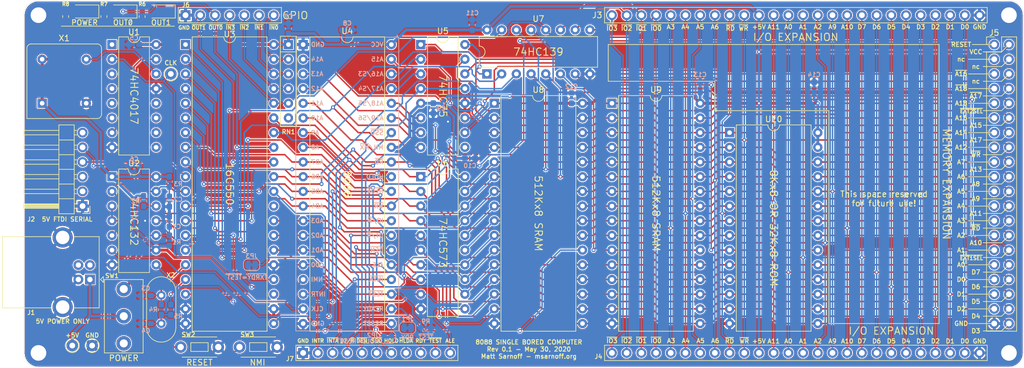
<source format=kicad_pcb>
(kicad_pcb (version 20171130) (host pcbnew "(5.1.5-0-10_14)")
  (layers (0 F.Cu signal) (31 B.Cu signal) (34 B.Paste user) (35 F.Paste user) (36 B.SilkS user) (37 F.SilkS user) (38 B.Mask user) (39 F.Mask user) (44 Edge.Cuts user))
  (net 0 "")
  (net 1 VCC)
  (net 2 GND)
  (net 3 "Net-(U1-Pad1)")
  (net 4 "Net-(U1-Pad9)")
  (net 5 "Net-(U1-Pad10)")
  (net 6 "Net-(U1-Pad3)")
  (net 7 "Net-(U1-Pad11)")
  (net 8 "Net-(U1-Pad4)")
  (net 9 "Net-(U1-Pad12)")
  (net 10 "Net-(U1-Pad5)")
  (net 11 "Net-(U1-Pad6)")
  (net 12 "Net-(U1-Pad15)")
  (net 13 /~UROMSEL)
  (net 14 /~M)
  (net 15 /M)
  (net 16 /A19)
  (net 17 /RESET)
  (net 18 /~A19)
  (net 19 /~LRAMSEL)
  (net 20 "Net-(C1-Pad1)")
  (net 21 /A14)
  (net 22 /A13)
  (net 23 /A12)
  (net 24 /A11)
  (net 25 /A10)
  (net 26 /A9)
  (net 27 /A8)
  (net 28 /AD7)
  (net 29 /~WR)
  (net 30 /AD6)
  (net 31 /AD5)
  (net 32 /AD4)
  (net 33 /~RD)
  (net 34 /AD3)
  (net 35 /AD2)
  (net 36 /AD1)
  (net 37 /AD0)
  (net 38 /A15)
  (net 39 /A7)
  (net 40 /A0)
  (net 41 /A1)
  (net 42 /A2)
  (net 43 /A6)
  (net 44 /A5)
  (net 45 /A4)
  (net 46 /A3)
  (net 47 /A16)
  (net 48 /A17)
  (net 49 /~A17)
  (net 50 /~A18)
  (net 51 /A18)
  (net 52 /~A16)
  (net 53 /~URAMSEL)
  (net 54 /BANK1)
  (net 55 /BANK0)
  (net 56 /~EXT2SEL)
  (net 57 /~EXT1SEL)
  (net 58 "Net-(C2-Pad1)")
  (net 59 "Net-(C3-Pad1)")
  (net 60 /CLK)
  (net 61 "Net-(J2-Pad6)")
  (net 62 "Net-(J2-Pad3)")
  (net 63 "Net-(J2-Pad2)")
  (net 64 /INTR)
  (net 65 /NMI)
  (net 66 "Net-(C4-Pad1)")
  (net 67 /~EXTNMI)
  (net 68 /RXD)
  (net 69 /TXD)
  (net 70 /~DEN)
  (net 71 /DT,~R)
  (net 72 /~SSO)
  (net 73 /~IOSEL0)
  (net 74 /~IOSEL1)
  (net 75 /~IOSEL2)
  (net 76 /~IOSEL3)
  (net 77 "Net-(J5-Pad3)")
  (net 78 "Net-(J5-Pad4)")
  (net 79 "Net-(J5-Pad6)")
  (net 80 /~INTA)
  (net 81 /~HLDA)
  (net 82 /~GPI0)
  (net 83 /~GPI1)
  (net 84 /~GPI2)
  (net 85 /~GPI3)
  (net 86 /~GPO0)
  (net 87 /~GPO1)
  (net 88 "Net-(RN1-Pad6)")
  (net 89 "Net-(LED1-Pad2)")
  (net 90 "Net-(LED2-Pad2)")
  (net 91 "Net-(J1-Pad3)")
  (net 92 "Net-(J1-Pad2)")
  (net 93 "Net-(SW1-Pad3)")
  (net 94 VBUS)
  (net 95 "Net-(LED3-Pad2)")
  (net 96 "Net-(U1-Pad14)")
  (net 97 "Net-(R5-Pad1)")
  (net 98 "Net-(U3-Pad15)")
  (net 99 "Net-(U3-Pad29)")
  (net 100 "Net-(U3-Pad23)")
  (net 101 "Net-(U4-Pad35)")
  (net 102 "Net-(U4-Pad36)")
  (net 103 "Net-(U4-Pad37)")
  (net 104 "Net-(U4-Pad38)")
  (net 105 /ALE)
  (net 106 /~TEST)
  (net 107 /HOLD)
  (net 108 /READY)
  (net 109 "Net-(JP3-Pad1)")
  (module Jumper:SolderJumper-2_P1.3mm_Bridged_RoundedPad1.0x1.5mm (layer B.Cu) (at 73.645 127)
    (fp_text reference JP3 (at 0.015 -1.524) (layer B.SilkS) (effects (font (size 0.762 0.762)) (justify mirror)))
    (fp_text value SolderJumper_2_Bridged)
    (fp_poly (pts (xy 0.25 0.3) (xy -0.25 0.3) (xy -0.25 -0.3) (xy 0.25 -0.3)) (layer B.Cu) (width 0))
    (pad 1 smd custom (at -0.65 0) (size 1 0.5) (layers B.Cu B.Mask) (net 109 "Net-(JP3-Pad1)") (options (clearance outline) (anchor rect)) (primitives (gr_circle (center 0 -0.25) (end 0.5 -0.25) (width 0)) (gr_circle (center 0 0.25) (end 0.5 0.25) (width 0)) (gr_poly (pts (xy 0 0.75) (xy 0.5 0.75) (xy 0.5 -0.75) (xy 0 -0.75)) (width 0))))
    (pad 2 smd custom (at 0.65 0) (size 1 0.5) (layers B.Cu B.Mask) (net 106 /~TEST) (options (clearance outline) (anchor rect)) (primitives (gr_circle (center 0 -0.25) (end 0.5 -0.25) (width 0)) (gr_circle (center 0 0.25) (end 0.5 0.25) (width 0)) (gr_poly (pts (xy 0 0.75) (xy -0.5 0.75) (xy -0.5 -0.75) (xy 0 -0.75)) (width 0))))
  )
  (module Resistor_SMD:R_0603_1608Metric_Pad1.05x0.95mm_HandSolder (layer B.Cu) (at 103.745 137.922 180)
    (fp_text reference R9 (at 0 1.143) (layer B.SilkS) (effects (font (size 0.762 0.762)) (justify mirror)))
    (fp_text value 10k)
    (pad 2 smd roundrect (at 0.875 0 180) (size 1.05 0.95) (layers B.Cu B.Paste B.Mask) (net 106 /~TEST))
    (pad 1 smd roundrect (at -0.875 0 180) (size 1.05 0.95) (layers B.Cu B.Paste B.Mask) (net 2 GND))
  )
  (module Connector_PinHeader_2.54mm:PinHeader_1x07_P2.54mm_Vertical (layer F.Cu) (at 62.23 83.82 90)
    (fp_text reference J6 (at 1.778 0.0508) (layer F.SilkS) (effects (font (size 0.762 0.762))))
    (fp_text value GPIO)
    (pad 7 thru_hole oval (at 0 15.24 90) (size 1.7 1.7) (drill 1) (layers *.Cu *.Mask) (net 82 /~GPI0))
    (pad 6 thru_hole oval (at 0 12.7 90) (size 1.7 1.7) (drill 1) (layers *.Cu *.Mask) (net 83 /~GPI1))
    (pad 5 thru_hole oval (at 0 10.16 90) (size 1.7 1.7) (drill 1) (layers *.Cu *.Mask) (net 84 /~GPI2))
    (pad 4 thru_hole oval (at 0 7.62 90) (size 1.7 1.7) (drill 1) (layers *.Cu *.Mask) (net 85 /~GPI3))
    (pad 3 thru_hole oval (at 0 5.08 90) (size 1.7 1.7) (drill 1) (layers *.Cu *.Mask) (net 86 /~GPO0))
    (pad 2 thru_hole oval (at 0 2.54 90) (size 1.7 1.7) (drill 1) (layers *.Cu *.Mask) (net 87 /~GPO1))
    (pad 1 thru_hole rect (at 0 0 90) (size 1.7 1.7) (drill 1) (layers *.Cu *.Mask) (net 2 GND))
  )
  (module Connector_PinHeader_2.54mm:PinHeader_1x11_P2.54mm_Vertical (layer F.Cu) (at 82.55 142.24 90)
    (fp_text reference J7 (at -1.016 -2.286) (layer F.SilkS) (effects (font (size 0.762 0.762))))
    (fp_text value "CPU MISC")
    (pad 11 thru_hole oval (at 0 25.4 90) (size 1.7 1.7) (drill 1) (layers *.Cu *.Mask) (net 105 /ALE))
    (pad 10 thru_hole oval (at 0 22.86 90) (size 1.7 1.7) (drill 1) (layers *.Cu *.Mask) (net 106 /~TEST))
    (pad 9 thru_hole oval (at 0 20.32 90) (size 1.7 1.7) (drill 1) (layers *.Cu *.Mask) (net 108 /READY))
    (pad 8 thru_hole oval (at 0 17.78 90) (size 1.7 1.7) (drill 1) (layers *.Cu *.Mask) (net 81 /~HLDA))
    (pad 7 thru_hole oval (at 0 15.24 90) (size 1.7 1.7) (drill 1) (layers *.Cu *.Mask) (net 107 /HOLD))
    (pad 6 thru_hole oval (at 0 12.7 90) (size 1.7 1.7) (drill 1) (layers *.Cu *.Mask) (net 72 /~SSO))
    (pad 5 thru_hole oval (at 0 10.16 90) (size 1.7 1.7) (drill 1) (layers *.Cu *.Mask) (net 70 /~DEN))
    (pad 4 thru_hole oval (at 0 7.62 90) (size 1.7 1.7) (drill 1) (layers *.Cu *.Mask) (net 71 /DT,~R))
    (pad 3 thru_hole oval (at 0 5.08 90) (size 1.7 1.7) (drill 1) (layers *.Cu *.Mask) (net 80 /~INTA))
    (pad 2 thru_hole oval (at 0 2.54 90) (size 1.7 1.7) (drill 1) (layers *.Cu *.Mask) (net 64 /INTR))
    (pad 1 thru_hole rect (at 0 0 90) (size 1.7 1.7) (drill 1) (layers *.Cu *.Mask) (net 2 GND))
  )
  (module TestPoint:TestPoint_THTPad_D2.0mm_Drill1.0mm (layer F.Cu) (at 59.69 93.98)
    (fp_text reference TP3 hide)
    (fp_text value CLK (at 0 -1.905) (layer F.SilkS) (effects (font (size 0.762 0.762))))
    (pad 1 thru_hole circle (at 0 0) (size 2 2) (drill 1) (layers *.Cu *.Mask) (net 60 /CLK))
  )
  (module Capacitor_SMD:C_0603_1608Metric_Pad1.05x0.95mm_HandSolder (layer B.Cu) (at 170.815 96.28 90)
    (fp_text reference C14 (at 2.173 0 180) (layer B.SilkS) (effects (font (size 0.762 0.762)) (justify mirror)))
    (fp_text value 0.1uF)
    (pad 2 smd roundrect (at 0.875 0 90) (size 1.05 0.95) (layers B.Cu B.Paste B.Mask) (net 2 GND))
    (pad 1 smd roundrect (at -0.875 0 90) (size 1.05 0.95) (layers B.Cu B.Paste B.Mask) (net 1 VCC))
  )
  (module Capacitor_SMD:C_0603_1608Metric_Pad1.05x0.95mm_HandSolder (layer B.Cu) (at 151.13 96.28 90)
    (fp_text reference C13 (at 2.173 0 180) (layer B.SilkS) (effects (font (size 0.762 0.762)) (justify mirror)))
    (fp_text value 0.1uF)
    (pad 2 smd roundrect (at 0.875 0 90) (size 1.05 0.95) (layers B.Cu B.Paste B.Mask) (net 2 GND))
    (pad 1 smd roundrect (at -0.875 0 90) (size 1.05 0.95) (layers B.Cu B.Paste B.Mask) (net 1 VCC))
  )
  (module Capacitor_SMD:C_0603_1608Metric_Pad1.05x0.95mm_HandSolder (layer B.Cu) (at 128.905 98.185 90)
    (fp_text reference C12 (at 2.046 0 180) (layer B.SilkS) (effects (font (size 0.762 0.762)) (justify mirror)))
    (fp_text value 0.1uF)
    (pad 2 smd roundrect (at 0.875 0 90) (size 1.05 0.95) (layers B.Cu B.Paste B.Mask) (net 2 GND))
    (pad 1 smd roundrect (at -0.875 0 90) (size 1.05 0.95) (layers B.Cu B.Paste B.Mask) (net 1 VCC))
  )
  (module Capacitor_SMD:C_0603_1608Metric_Pad1.05x0.95mm_HandSolder (layer B.Cu) (at 111.76 85.485 90)
    (fp_text reference C11 (at 2.046 0 180) (layer B.SilkS) (effects (font (size 0.762 0.762)) (justify mirror)))
    (fp_text value 0.1uF)
    (pad 2 smd roundrect (at 0.875 0 90) (size 1.05 0.95) (layers B.Cu B.Paste B.Mask) (net 2 GND))
    (pad 1 smd roundrect (at -0.875 0 90) (size 1.05 0.95) (layers B.Cu B.Paste B.Mask) (net 1 VCC))
  )
  (module Capacitor_SMD:C_0603_1608Metric_Pad1.05x0.95mm_HandSolder (layer B.Cu) (at 111.365 108.585)
    (fp_text reference C10 (at 0 1.27) (layer B.SilkS) (effects (font (size 0.762 0.762)) (justify mirror)))
    (fp_text value 0.1uF)
    (pad 2 smd roundrect (at 0.875 0) (size 1.05 0.95) (layers B.Cu B.Paste B.Mask) (net 2 GND))
    (pad 1 smd roundrect (at -0.875 0) (size 1.05 0.95) (layers B.Cu B.Paste B.Mask) (net 1 VCC))
  )
  (module Capacitor_SMD:C_0603_1608Metric_Pad1.05x0.95mm_HandSolder (layer B.Cu) (at 105.029 99.935 270)
    (fp_text reference C9 (at 0.014 -1.397 180) (layer B.SilkS) (effects (font (size 0.762 0.762)) (justify mirror)))
    (fp_text value 0.1uF)
    (pad 2 smd roundrect (at 0.875 0 270) (size 1.05 0.95) (layers B.Cu B.Paste B.Mask) (net 2 GND))
    (pad 1 smd roundrect (at -0.875 0 270) (size 1.05 0.95) (layers B.Cu B.Paste B.Mask) (net 1 VCC))
  )
  (module Capacitor_SMD:C_0603_1608Metric_Pad1.05x0.95mm_HandSolder (layer B.Cu) (at 90.17 86.36)
    (fp_text reference C8 (at 0 -1.143) (layer B.SilkS) (effects (font (size 0.762 0.762)) (justify mirror)))
    (fp_text value 0.1uF)
    (pad 2 smd roundrect (at 0.875 0) (size 1.05 0.95) (layers B.Cu B.Paste B.Mask) (net 2 GND))
    (pad 1 smd roundrect (at -0.875 0) (size 1.05 0.95) (layers B.Cu B.Paste B.Mask) (net 1 VCC))
  )
  (module Capacitor_SMD:C_0603_1608Metric_Pad1.05x0.95mm_HandSolder (layer B.Cu) (at 80.01 86.12 90)
    (fp_text reference C7 (at 2.046 0 180) (layer B.SilkS) (effects (font (size 0.762 0.762)) (justify mirror)))
    (fp_text value 0.1uF)
    (pad 2 smd roundrect (at 0.875 0 90) (size 1.05 0.95) (layers B.Cu B.Paste B.Mask) (net 2 GND))
    (pad 1 smd roundrect (at -0.875 0 90) (size 1.05 0.95) (layers B.Cu B.Paste B.Mask) (net 1 VCC))
  )
  (module Capacitor_SMD:C_0603_1608Metric_Pad1.05x0.95mm_HandSolder (layer B.Cu) (at 53.354 109.855 180)
    (fp_text reference C6 (at 0 1.143) (layer B.SilkS) (effects (font (size 0.762 0.762)) (justify mirror)))
    (fp_text value 0.1uF)
    (pad 2 smd roundrect (at 0.875 0 180) (size 1.05 0.95) (layers B.Cu B.Paste B.Mask) (net 2 GND))
    (pad 1 smd roundrect (at -0.875 0 180) (size 1.05 0.95) (layers B.Cu B.Paste B.Mask) (net 1 VCC))
  )
  (module Capacitor_SMD:C_0603_1608Metric_Pad1.05x0.95mm_HandSolder (layer B.Cu) (at 53.34 88.9 180)
    (fp_text reference C5 (at 0 1.143) (layer B.SilkS) (effects (font (size 0.762 0.762)) (justify mirror)))
    (fp_text value 0.1uF)
    (pad 2 smd roundrect (at 0.875 0 180) (size 1.05 0.95) (layers B.Cu B.Paste B.Mask) (net 2 GND))
    (pad 1 smd roundrect (at -0.875 0 180) (size 1.05 0.95) (layers B.Cu B.Paste B.Mask) (net 1 VCC))
  )
  (module Jumper:SolderJumper-2_P1.3mm_Bridged_RoundedPad1.0x1.5mm (layer B.Cu) (at 97.14 139.573 180)
    (fp_text reference JP2 (at 2.525 0.381) (layer B.SilkS) (effects (font (size 0.762 0.762)) (justify mirror)))
    (fp_text value SolderJumper_2_Bridged)
    (fp_poly (pts (xy 0.25 0.3) (xy -0.25 0.3) (xy -0.25 -0.3) (xy 0.25 -0.3)) (layer B.Cu) (width 0))
    (pad 1 smd custom (at -0.65 0 180) (size 1 0.5) (layers B.Cu B.Mask) (net 17 /RESET) (options (clearance outline) (anchor rect)) (primitives (gr_circle (center 0 -0.25) (end 0.5 -0.25) (width 0)) (gr_circle (center 0 0.25) (end 0.5 0.25) (width 0)) (gr_poly (pts (xy 0 0.75) (xy 0.5 0.75) (xy 0.5 -0.75) (xy 0 -0.75)) (width 0))))
    (pad 2 smd custom (at 0.65 0 180) (size 1 0.5) (layers B.Cu B.Mask) (net 107 /HOLD) (options (clearance outline) (anchor rect)) (primitives (gr_circle (center 0 -0.25) (end 0.5 -0.25) (width 0)) (gr_circle (center 0 0.25) (end 0.5 0.25) (width 0)) (gr_poly (pts (xy 0 0.75) (xy -0.5 0.75) (xy -0.5 -0.75) (xy 0 -0.75)) (width 0))))
  )
  (module Jumper:SolderJumper-2_P1.3mm_Bridged_RoundedPad1.0x1.5mm (layer B.Cu) (at 100.584 137.922)
    (fp_text reference JP1 (at 0 -1.524) (layer B.SilkS) (effects (font (size 0.762 0.762)) (justify mirror)))
    (fp_text value SolderJumper_2_Bridged)
    (fp_poly (pts (xy 0.25 0.3) (xy -0.25 0.3) (xy -0.25 -0.3) (xy 0.25 -0.3)) (layer B.Cu) (width 0))
    (pad 1 smd custom (at -0.65 0) (size 1 0.5) (layers B.Cu B.Mask) (net 1 VCC) (options (clearance outline) (anchor rect)) (primitives (gr_circle (center 0 -0.25) (end 0.5 -0.25) (width 0)) (gr_circle (center 0 0.25) (end 0.5 0.25) (width 0)) (gr_poly (pts (xy 0 0.75) (xy 0.5 0.75) (xy 0.5 -0.75) (xy 0 -0.75)) (width 0))))
    (pad 2 smd custom (at 0.65 0) (size 1 0.5) (layers B.Cu B.Mask) (net 108 /READY) (options (clearance outline) (anchor rect)) (primitives (gr_circle (center 0 -0.25) (end 0.5 -0.25) (width 0)) (gr_circle (center 0 0.25) (end 0.5 0.25) (width 0)) (gr_poly (pts (xy 0 0.75) (xy -0.5 0.75) (xy -0.5 -0.75) (xy 0 -0.75)) (width 0))))
  )
  (module Package_DIP:DIP-40_W15.24mm (layer F.Cu) (at 82.55 88.9)
    (fp_text reference U4 (at 7.62 -2.33) (layer F.SilkS))
    (fp_text value MBL8088-2)
    (pad 1 thru_hole rect (at 0 0) (size 1.6 1.6) (drill 0.8) (layers *.Cu *.Mask) (net 2 GND))
    (pad 21 thru_hole oval (at 15.24 48.26) (size 1.6 1.6) (drill 0.8) (layers *.Cu *.Mask) (net 17 /RESET))
    (pad 2 thru_hole oval (at 0 2.54) (size 1.6 1.6) (drill 0.8) (layers *.Cu *.Mask) (net 21 /A14))
    (pad 22 thru_hole oval (at 15.24 45.72) (size 1.6 1.6) (drill 0.8) (layers *.Cu *.Mask) (net 108 /READY))
    (pad 3 thru_hole oval (at 0 5.08) (size 1.6 1.6) (drill 0.8) (layers *.Cu *.Mask) (net 22 /A13))
    (pad 23 thru_hole oval (at 15.24 43.18) (size 1.6 1.6) (drill 0.8) (layers *.Cu *.Mask) (net 106 /~TEST))
    (pad 4 thru_hole oval (at 0 7.62) (size 1.6 1.6) (drill 0.8) (layers *.Cu *.Mask) (net 23 /A12))
    (pad 24 thru_hole oval (at 15.24 40.64) (size 1.6 1.6) (drill 0.8) (layers *.Cu *.Mask) (net 80 /~INTA))
    (pad 5 thru_hole oval (at 0 10.16) (size 1.6 1.6) (drill 0.8) (layers *.Cu *.Mask) (net 24 /A11))
    (pad 25 thru_hole oval (at 15.24 38.1) (size 1.6 1.6) (drill 0.8) (layers *.Cu *.Mask) (net 105 /ALE))
    (pad 6 thru_hole oval (at 0 12.7) (size 1.6 1.6) (drill 0.8) (layers *.Cu *.Mask) (net 25 /A10))
    (pad 26 thru_hole oval (at 15.24 35.56) (size 1.6 1.6) (drill 0.8) (layers *.Cu *.Mask) (net 70 /~DEN))
    (pad 7 thru_hole oval (at 0 15.24) (size 1.6 1.6) (drill 0.8) (layers *.Cu *.Mask) (net 26 /A9))
    (pad 27 thru_hole oval (at 15.24 33.02) (size 1.6 1.6) (drill 0.8) (layers *.Cu *.Mask) (net 71 /DT,~R))
    (pad 8 thru_hole oval (at 0 17.78) (size 1.6 1.6) (drill 0.8) (layers *.Cu *.Mask) (net 27 /A8))
    (pad 28 thru_hole oval (at 15.24 30.48) (size 1.6 1.6) (drill 0.8) (layers *.Cu *.Mask) (net 14 /~M))
    (pad 9 thru_hole oval (at 0 20.32) (size 1.6 1.6) (drill 0.8) (layers *.Cu *.Mask) (net 28 /AD7))
    (pad 29 thru_hole oval (at 15.24 27.94) (size 1.6 1.6) (drill 0.8) (layers *.Cu *.Mask) (net 29 /~WR))
    (pad 10 thru_hole oval (at 0 22.86) (size 1.6 1.6) (drill 0.8) (layers *.Cu *.Mask) (net 30 /AD6))
    (pad 30 thru_hole oval (at 15.24 25.4) (size 1.6 1.6) (drill 0.8) (layers *.Cu *.Mask) (net 81 /~HLDA))
    (pad 11 thru_hole oval (at 0 25.4) (size 1.6 1.6) (drill 0.8) (layers *.Cu *.Mask) (net 31 /AD5))
    (pad 31 thru_hole oval (at 15.24 22.86) (size 1.6 1.6) (drill 0.8) (layers *.Cu *.Mask) (net 107 /HOLD))
    (pad 12 thru_hole oval (at 0 27.94) (size 1.6 1.6) (drill 0.8) (layers *.Cu *.Mask) (net 32 /AD4))
    (pad 32 thru_hole oval (at 15.24 20.32) (size 1.6 1.6) (drill 0.8) (layers *.Cu *.Mask) (net 33 /~RD))
    (pad 13 thru_hole oval (at 0 30.48) (size 1.6 1.6) (drill 0.8) (layers *.Cu *.Mask) (net 34 /AD3))
    (pad 33 thru_hole oval (at 15.24 17.78) (size 1.6 1.6) (drill 0.8) (layers *.Cu *.Mask) (net 1 VCC))
    (pad 14 thru_hole oval (at 0 33.02) (size 1.6 1.6) (drill 0.8) (layers *.Cu *.Mask) (net 35 /AD2))
    (pad 34 thru_hole oval (at 15.24 15.24) (size 1.6 1.6) (drill 0.8) (layers *.Cu *.Mask) (net 72 /~SSO))
    (pad 15 thru_hole oval (at 0 35.56) (size 1.6 1.6) (drill 0.8) (layers *.Cu *.Mask) (net 36 /AD1))
    (pad 35 thru_hole oval (at 15.24 12.7) (size 1.6 1.6) (drill 0.8) (layers *.Cu *.Mask) (net 101 "Net-(U4-Pad35)"))
    (pad 16 thru_hole oval (at 0 38.1) (size 1.6 1.6) (drill 0.8) (layers *.Cu *.Mask) (net 37 /AD0))
    (pad 36 thru_hole oval (at 15.24 10.16) (size 1.6 1.6) (drill 0.8) (layers *.Cu *.Mask) (net 102 "Net-(U4-Pad36)"))
    (pad 17 thru_hole oval (at 0 40.64) (size 1.6 1.6) (drill 0.8) (layers *.Cu *.Mask) (net 65 /NMI))
    (pad 37 thru_hole oval (at 15.24 7.62) (size 1.6 1.6) (drill 0.8) (layers *.Cu *.Mask) (net 103 "Net-(U4-Pad37)"))
    (pad 18 thru_hole oval (at 0 43.18) (size 1.6 1.6) (drill 0.8) (layers *.Cu *.Mask) (net 64 /INTR))
    (pad 38 thru_hole oval (at 15.24 5.08) (size 1.6 1.6) (drill 0.8) (layers *.Cu *.Mask) (net 104 "Net-(U4-Pad38)"))
    (pad 19 thru_hole oval (at 0 45.72) (size 1.6 1.6) (drill 0.8) (layers *.Cu *.Mask) (net 60 /CLK))
    (pad 39 thru_hole oval (at 15.24 2.54) (size 1.6 1.6) (drill 0.8) (layers *.Cu *.Mask) (net 38 /A15))
    (pad 20 thru_hole oval (at 0 48.26) (size 1.6 1.6) (drill 0.8) (layers *.Cu *.Mask) (net 2 GND))
    (pad 40 thru_hole oval (at 15.24 0) (size 1.6 1.6) (drill 0.8) (layers *.Cu *.Mask) (net 1 VCC))
  )
  (module Connector_PinHeader_2.54mm:PinHeader_1x06_P2.54mm_Horizontal (layer F.Cu) (at 44.45 116.84 180)
    (fp_text reference J2 (at 8.89 -2.286) (layer F.SilkS) (effects (font (size 0.762 0.762))))
    (fp_text value "5V FTDI SERIAL" (at 2.667 -2.286) (layer F.SilkS) (effects (font (size 0.762 0.762))))
    (pad 1 thru_hole rect (at 0 0 180) (size 1.7 1.7) (drill 1) (layers *.Cu *.Mask) (net 2 GND))
    (pad 2 thru_hole oval (at 0 2.54 180) (size 1.7 1.7) (drill 1) (layers *.Cu *.Mask) (net 63 "Net-(J2-Pad2)"))
    (pad 3 thru_hole oval (at 0 5.08 180) (size 1.7 1.7) (drill 1) (layers *.Cu *.Mask) (net 62 "Net-(J2-Pad3)"))
    (pad 4 thru_hole oval (at 0 7.62 180) (size 1.7 1.7) (drill 1) (layers *.Cu *.Mask) (net 69 /TXD))
    (pad 5 thru_hole oval (at 0 10.16 180) (size 1.7 1.7) (drill 1) (layers *.Cu *.Mask) (net 68 /RXD))
    (pad 6 thru_hole oval (at 0 12.7 180) (size 1.7 1.7) (drill 1) (layers *.Cu *.Mask) (net 61 "Net-(J2-Pad6)"))
  )
  (module MoreSwitches:SW_PUSH_3x6mm (layer F.Cu) (at 74.803 141.224 180)
    (fp_text reference SW3 (at 1.905 2.159) (layer F.SilkS) (effects (font (size 0.762 0.762))))
    (fp_text value NMI (at 0.127 -2.667) (layer F.SilkS))
    (pad 2 thru_hole circle (at 3.25 0 270) (size 2 2) (drill 1.1) (layers *.Cu *.Mask) (net 58 "Net-(C2-Pad1)"))
    (pad 1 thru_hole circle (at -3.25 0 270) (size 2 2) (drill 1.1) (layers *.Cu *.Mask) (net 2 GND))
  )
  (module MoreSwitches:SW_PUSH_3x6mm (layer F.Cu) (at 64.643 141.224 180)
    (fp_text reference SW2 (at 1.905 2.159) (layer F.SilkS) (effects (font (size 0.762 0.762))))
    (fp_text value RESET (at 0 -2.667) (layer F.SilkS))
    (pad 2 thru_hole circle (at 3.25 0 270) (size 2 2) (drill 1.1) (layers *.Cu *.Mask) (net 20 "Net-(C1-Pad1)"))
    (pad 1 thru_hole circle (at -3.25 0 270) (size 2 2) (drill 1.1) (layers *.Cu *.Mask) (net 2 GND))
  )
  (module Resistor_SMD:R_0603_1608Metric_Pad1.05x0.95mm_HandSolder (layer F.Cu) (at 41.529 84.06 270)
    (fp_text reference R8 (at -2.145 0 180) (layer F.SilkS) (effects (font (size 0.635 0.635))))
    (fp_text value 330)
    (pad 2 smd roundrect (at 0.875 0 270) (size 1.05 0.95) (layers F.Cu F.Paste F.Mask) (net 1 VCC))
    (pad 1 smd roundrect (at -0.875 0 270) (size 1.05 0.95) (layers F.Cu F.Paste F.Mask) (net 89 "Net-(LED1-Pad2)"))
  )
  (module LED_SMD:LED_1206_3216Metric_Pad1.42x1.75mm_HandSolder (layer F.Cu) (at 44.7945 83.185 180)
    (fp_text reference LED1 hide)
    (fp_text value POWER (at 0 -1.905) (layer F.SilkS) (effects (font (size 0.889 0.889))))
    (pad 2 smd roundrect (at 1.4875 0 180) (size 1.425 1.75) (layers F.Cu F.Paste F.Mask) (roundrect_rratio 0.175439) (net 89 "Net-(LED1-Pad2)"))
    (pad 1 smd roundrect (at -1.4875 0 180) (size 1.425 1.75) (layers F.Cu F.Paste F.Mask) (roundrect_rratio 0.175439) (net 2 GND))
  )
  (module TestPoint:TestPoint_THTPad_D2.0mm_Drill1.0mm (layer F.Cu) (at 46.101 140.97)
    (fp_text reference TP2 hide)
    (fp_text value GND (at 0 -1.778) (layer F.SilkS) (effects (font (size 0.762 0.762))))
    (pad 1 thru_hole circle (at 0 0) (size 2 2) (drill 1) (layers *.Cu *.Mask) (net 2 GND))
  )
  (module TestPoint:TestPoint_THTPad_D2.0mm_Drill1.0mm (layer F.Cu) (at 42.672 140.97)
    (fp_text reference TP1 hide)
    (fp_text value +5V (at 0 -1.778) (layer F.SilkS) (effects (font (size 0.762 0.762))))
    (pad 1 thru_hole circle (at 0 0) (size 2 2) (drill 1) (layers *.Cu *.Mask) (net 94 VBUS))
  )
  (module "MoreSwitches:SW_Slide_1P2T_Cylewet_ CYT1107" (layer F.Cu) (at 51.562 135.89 270)
    (fp_text reference SW1 (at -6.985 2.032 unlocked) (layer F.SilkS) (effects (font (size 0.762 0.762))))
    (fp_text value POWER (at 7.239 0 180) (layer F.SilkS))
    (pad 1 thru_hole circle (at -4.7 0 270) (size 2.54 2.54) (drill 1.397) (layers *.Cu *.Mask) (net 1 VCC))
    (pad 3 thru_hole circle (at 4.7 0 270) (size 2.54 2.54) (drill 1.397) (layers *.Cu *.Mask) (net 93 "Net-(SW1-Pad3)"))
    (pad 2 thru_hole circle (at 0 0 270) (size 2.54 2.54) (drill 1.397) (layers *.Cu *.Mask) (net 94 VBUS))
  )
  (module Resistor_SMD:R_0603_1608Metric_Pad1.05x0.95mm_HandSolder (layer B.Cu) (at 58.039 134.747 90)
    (fp_text reference R4 (at 0 -1.397 180) (layer B.SilkS) (effects (font (size 0.762 0.762)) (justify mirror)))
    (fp_text value 1M)
    (pad 2 smd roundrect (at 0.875 0 90) (size 1.05 0.95) (layers B.Cu B.Paste B.Mask) (net 59 "Net-(C3-Pad1)"))
    (pad 1 smd roundrect (at -0.875 0 90) (size 1.05 0.95) (layers B.Cu B.Paste B.Mask) (net 66 "Net-(C4-Pad1)"))
  )
  (module Resistor_SMD:R_0603_1608Metric_Pad1.05x0.95mm_HandSolder (layer B.Cu) (at 59.436 112.635 90)
    (fp_text reference R3 (at -0.395 1.524 180) (layer B.SilkS) (effects (font (size 0.762 0.762)) (justify mirror)))
    (fp_text value 10k)
    (pad 2 smd roundrect (at 0.875 0 90) (size 1.05 0.95) (layers B.Cu B.Paste B.Mask) (net 1 VCC))
    (pad 1 smd roundrect (at -0.875 0 90) (size 1.05 0.95) (layers B.Cu B.Paste B.Mask) (net 58 "Net-(C2-Pad1)"))
  )
  (module Resistor_SMD:R_0603_1608Metric_Pad1.05x0.95mm_HandSolder (layer B.Cu) (at 54.991 115.965 90)
    (fp_text reference R2 (at 0 -1.397 180) (layer B.SilkS) (effects (font (size 0.762 0.762)) (justify mirror)))
    (fp_text value 10k)
    (pad 2 smd roundrect (at 0.875 0 90) (size 1.05 0.95) (layers B.Cu B.Paste B.Mask) (net 1 VCC))
    (pad 1 smd roundrect (at -0.875 0 90) (size 1.05 0.95) (layers B.Cu B.Paste B.Mask) (net 67 /~EXTNMI))
  )
  (module Resistor_SMD:R_0603_1608Metric_Pad1.05x0.95mm_HandSolder (layer B.Cu) (at 59.436 122.795 270)
    (fp_text reference R1 (at 0.268 -1.27) (layer B.SilkS) (effects (font (size 0.762 0.762)) (justify mirror)))
    (fp_text value 10k)
    (pad 1 smd roundrect (at -0.875 0 270) (size 1.05 0.95) (layers B.Cu B.Paste B.Mask) (net 20 "Net-(C1-Pad1)"))
    (pad 2 smd roundrect (at 0.875 0 270) (size 1.05 0.95) (layers B.Cu B.Paste B.Mask) (net 1 VCC))
  )
  (module Connector_USB:USB_B_OST_USB-B1HSxx_Horizontal (layer F.Cu) (at 45.72 129.54 180)
    (fp_text reference J1 (at 10.16 -5.715) (layer F.SilkS) (effects (font (size 0.762 0.762))))
    (fp_text value "5V POWER ONLY" (at 4.699 -7.239) (layer F.SilkS) (effects (font (size 0.762 0.762))))
    (pad 5 thru_hole circle (at 4.71 7.27 180) (size 3.5 3.5) (drill 2.33) (layers *.Cu *.Mask) (net 2 GND))
    (pad 5 thru_hole circle (at 4.71 -4.77 180) (size 3.5 3.5) (drill 2.33) (layers *.Cu *.Mask) (net 2 GND))
    (pad 4 thru_hole circle (at 2 0 180) (size 1.7 1.7) (drill 0.92) (layers *.Cu *.Mask) (net 2 GND))
    (pad 3 thru_hole circle (at 2 2.5 180) (size 1.7 1.7) (drill 0.92) (layers *.Cu *.Mask) (net 91 "Net-(J1-Pad3)"))
    (pad 2 thru_hole circle (at 0 2.5 180) (size 1.7 1.7) (drill 0.92) (layers *.Cu *.Mask) (net 92 "Net-(J1-Pad2)"))
    (pad 1 thru_hole rect (at 0 0 180) (size 1.7 1.7) (drill 0.92) (layers *.Cu *.Mask) (net 94 VBUS))
  )
  (module Capacitor_SMD:C_0603_1608Metric_Pad1.05x0.95mm_HandSolder (layer B.Cu) (at 55.372 137.16 180)
    (fp_text reference C4 (at 0 -1.27) (layer B.SilkS) (effects (font (size 0.762 0.762)) (justify mirror)))
    (fp_text value 47pF)
    (pad 2 smd roundrect (at 0.875 0 180) (size 1.05 0.95) (layers B.Cu B.Paste B.Mask) (net 2 GND))
    (pad 1 smd roundrect (at -0.875 0 180) (size 1.05 0.95) (layers B.Cu B.Paste B.Mask) (net 66 "Net-(C4-Pad1)"))
  )
  (module Capacitor_SMD:C_0603_1608Metric_Pad1.05x0.95mm_HandSolder (layer B.Cu) (at 55.372 132.334 180)
    (fp_text reference C3 (at 0.014 1.27) (layer B.SilkS) (effects (font (size 0.762 0.762)) (justify mirror)))
    (fp_text value 27pF)
    (pad 2 smd roundrect (at 0.875 0 180) (size 1.05 0.95) (layers B.Cu B.Paste B.Mask) (net 2 GND))
    (pad 1 smd roundrect (at -0.875 0 180) (size 1.05 0.95) (layers B.Cu B.Paste B.Mask) (net 59 "Net-(C3-Pad1)"))
  )
  (module Resistor_SMD:R_0603_1608Metric_Pad1.05x0.95mm_HandSolder (layer B.Cu) (at 59.436 116.064 270)
    (fp_text reference C2 (at -0.367 -1.524 180) (layer B.SilkS) (effects (font (size 0.762 0.762)) (justify mirror)))
    (fp_text value 4.7uF)
    (pad 2 smd roundrect (at 0.875 0 270) (size 1.05 0.95) (layers B.Cu B.Paste B.Mask) (net 2 GND))
    (pad 1 smd roundrect (at -0.875 0 270) (size 1.05 0.95) (layers B.Cu B.Paste B.Mask) (net 58 "Net-(C2-Pad1)"))
  )
  (module Resistor_SMD:R_0603_1608Metric_Pad1.05x0.95mm_HandSolder (layer B.Cu) (at 59.436 119.521 90)
    (fp_text reference C1 (at -0.875 1.27 180) (layer B.SilkS) (effects (font (size 0.762 0.762)) (justify mirror)))
    (fp_text value 4.7uF)
    (pad 2 smd roundrect (at 0.875 0 90) (size 1.05 0.95) (layers B.Cu B.Paste B.Mask) (net 2 GND))
    (pad 1 smd roundrect (at -0.875 0 90) (size 1.05 0.95) (layers B.Cu B.Paste B.Mask) (net 20 "Net-(C1-Pad1)"))
  )
  (module Resistor_SMD:R_0603_1608Metric_Pad1.05x0.95mm_HandSolder (layer F.Cu) (at 48.133 84.06 270)
    (fp_text reference R7 (at -2.145 0 180) (layer F.SilkS) (effects (font (size 0.635 0.635))))
    (fp_text value 330)
    (pad 2 smd roundrect (at 0.875 0 270) (size 1.05 0.95) (layers F.Cu F.Paste F.Mask) (net 1 VCC))
    (pad 1 smd roundrect (at -0.875 0 270) (size 1.05 0.95) (layers F.Cu F.Paste F.Mask) (net 95 "Net-(LED3-Pad2)"))
  )
  (module Resistor_SMD:R_0603_1608Metric_Pad1.05x0.95mm_HandSolder (layer F.Cu) (at 54.737 84.06 270)
    (fp_text reference R6 (at -2.145 0 180) (layer F.SilkS) (effects (font (size 0.635 0.635))))
    (fp_text value 330)
    (pad 2 smd roundrect (at 0.875 0 270) (size 1.05 0.95) (layers F.Cu F.Paste F.Mask) (net 1 VCC))
    (pad 1 smd roundrect (at -0.875 0 270) (size 1.05 0.95) (layers F.Cu F.Paste F.Mask) (net 90 "Net-(LED2-Pad2)"))
  )
  (module LED_SMD:LED_1206_3216Metric_Pad1.42x1.75mm_HandSolder (layer F.Cu) (at 51.3985 83.185 180)
    (fp_text reference LED3 hide)
    (fp_text value OUT0 (at -0.0365 -1.905) (layer F.SilkS) (effects (font (size 0.889 0.889))))
    (pad 2 smd roundrect (at 1.4875 0 180) (size 1.425 1.75) (layers F.Cu F.Paste F.Mask) (roundrect_rratio 0.175439) (net 95 "Net-(LED3-Pad2)"))
    (pad 1 smd roundrect (at -1.4875 0 180) (size 1.425 1.75) (layers F.Cu F.Paste F.Mask) (roundrect_rratio 0.175439) (net 86 /~GPO0))
  )
  (module LED_SMD:LED_1206_3216Metric_Pad1.42x1.75mm_HandSolder (layer F.Cu) (at 58.0025 83.185 180)
    (fp_text reference LED2 hide)
    (fp_text value OUT1 (at 0 -1.905) (layer F.SilkS) (effects (font (size 0.889 0.889))))
    (pad 2 smd roundrect (at 1.4875 0 180) (size 1.425 1.75) (layers F.Cu F.Paste F.Mask) (roundrect_rratio 0.175439) (net 90 "Net-(LED2-Pad2)"))
    (pad 1 smd roundrect (at -1.4875 0 180) (size 1.425 1.75) (layers F.Cu F.Paste F.Mask) (roundrect_rratio 0.175439) (net 87 /~GPO1))
  )
  (module Package_DIP:DIP-40_W15.24mm (layer F.Cu) (at 62.23 88.9)
    (fp_text reference U3 (at 7.62 -1.778) (layer F.SilkS))
    (fp_text value 16550)
    (pad 40 thru_hole oval (at 15.24 0) (size 1.6 1.6) (drill 0.8) (layers *.Cu *.Mask) (net 1 VCC))
    (pad 20 thru_hole oval (at 0 48.26) (size 1.6 1.6) (drill 0.8) (layers *.Cu *.Mask) (net 2 GND))
    (pad 39 thru_hole oval (at 15.24 2.54) (size 1.6 1.6) (drill 0.8) (layers *.Cu *.Mask) (net 82 /~GPI0))
    (pad 19 thru_hole oval (at 0 45.72) (size 1.6 1.6) (drill 0.8) (layers *.Cu *.Mask) (net 2 GND))
    (pad 38 thru_hole oval (at 15.24 5.08) (size 1.6 1.6) (drill 0.8) (layers *.Cu *.Mask) (net 83 /~GPI1))
    (pad 18 thru_hole oval (at 0 43.18) (size 1.6 1.6) (drill 0.8) (layers *.Cu *.Mask) (net 29 /~WR))
    (pad 37 thru_hole oval (at 15.24 7.62) (size 1.6 1.6) (drill 0.8) (layers *.Cu *.Mask) (net 84 /~GPI2))
    (pad 17 thru_hole oval (at 0 40.64) (size 1.6 1.6) (drill 0.8) (layers *.Cu *.Mask) (net 97 "Net-(R5-Pad1)"))
    (pad 36 thru_hole oval (at 15.24 10.16) (size 1.6 1.6) (drill 0.8) (layers *.Cu *.Mask) (net 85 /~GPI3))
    (pad 16 thru_hole oval (at 0 38.1) (size 1.6 1.6) (drill 0.8) (layers *.Cu *.Mask) (net 59 "Net-(C3-Pad1)"))
    (pad 35 thru_hole oval (at 15.24 12.7) (size 1.6 1.6) (drill 0.8) (layers *.Cu *.Mask) (net 17 /RESET))
    (pad 15 thru_hole oval (at 0 35.56) (size 1.6 1.6) (drill 0.8) (layers *.Cu *.Mask) (net 98 "Net-(U3-Pad15)"))
    (pad 34 thru_hole oval (at 15.24 15.24) (size 1.6 1.6) (drill 0.8) (layers *.Cu *.Mask) (net 55 /BANK0))
    (pad 14 thru_hole oval (at 0 33.02) (size 1.6 1.6) (drill 0.8) (layers *.Cu *.Mask) (net 73 /~IOSEL0))
    (pad 33 thru_hole oval (at 15.24 17.78) (size 1.6 1.6) (drill 0.8) (layers *.Cu *.Mask) (net 86 /~GPO0))
    (pad 13 thru_hole oval (at 0 30.48) (size 1.6 1.6) (drill 0.8) (layers *.Cu *.Mask) (net 43 /A6))
    (pad 32 thru_hole oval (at 15.24 20.32) (size 1.6 1.6) (drill 0.8) (layers *.Cu *.Mask) (net 87 /~GPO1))
    (pad 12 thru_hole oval (at 0 27.94) (size 1.6 1.6) (drill 0.8) (layers *.Cu *.Mask) (net 44 /A5))
    (pad 31 thru_hole oval (at 15.24 22.86) (size 1.6 1.6) (drill 0.8) (layers *.Cu *.Mask) (net 54 /BANK1))
    (pad 11 thru_hole oval (at 0 25.4) (size 1.6 1.6) (drill 0.8) (layers *.Cu *.Mask) (net 68 /RXD))
    (pad 30 thru_hole oval (at 15.24 25.4) (size 1.6 1.6) (drill 0.8) (layers *.Cu *.Mask) (net 64 /INTR))
    (pad 10 thru_hole oval (at 0 22.86) (size 1.6 1.6) (drill 0.8) (layers *.Cu *.Mask) (net 69 /TXD))
    (pad 29 thru_hole oval (at 15.24 27.94) (size 1.6 1.6) (drill 0.8) (layers *.Cu *.Mask) (net 99 "Net-(U3-Pad29)"))
    (pad 9 thru_hole oval (at 0 20.32) (size 1.6 1.6) (drill 0.8) (layers *.Cu *.Mask) (net 98 "Net-(U3-Pad15)"))
    (pad 28 thru_hole oval (at 15.24 30.48) (size 1.6 1.6) (drill 0.8) (layers *.Cu *.Mask) (net 40 /A0))
    (pad 8 thru_hole oval (at 0 17.78) (size 1.6 1.6) (drill 0.8) (layers *.Cu *.Mask) (net 28 /AD7))
    (pad 27 thru_hole oval (at 15.24 33.02) (size 1.6 1.6) (drill 0.8) (layers *.Cu *.Mask) (net 41 /A1))
    (pad 7 thru_hole oval (at 0 15.24) (size 1.6 1.6) (drill 0.8) (layers *.Cu *.Mask) (net 30 /AD6))
    (pad 26 thru_hole oval (at 15.24 35.56) (size 1.6 1.6) (drill 0.8) (layers *.Cu *.Mask) (net 42 /A2))
    (pad 6 thru_hole oval (at 0 12.7) (size 1.6 1.6) (drill 0.8) (layers *.Cu *.Mask) (net 31 /AD5))
    (pad 25 thru_hole oval (at 15.24 38.1) (size 1.6 1.6) (drill 0.8) (layers *.Cu *.Mask) (net 2 GND))
    (pad 5 thru_hole oval (at 0 10.16) (size 1.6 1.6) (drill 0.8) (layers *.Cu *.Mask) (net 32 /AD4))
    (pad 24 thru_hole oval (at 15.24 40.64) (size 1.6 1.6) (drill 0.8) (layers *.Cu *.Mask) (net 109 "Net-(JP3-Pad1)"))
    (pad 4 thru_hole oval (at 0 7.62) (size 1.6 1.6) (drill 0.8) (layers *.Cu *.Mask) (net 34 /AD3))
    (pad 23 thru_hole oval (at 15.24 43.18) (size 1.6 1.6) (drill 0.8) (layers *.Cu *.Mask) (net 100 "Net-(U3-Pad23)"))
    (pad 3 thru_hole oval (at 0 5.08) (size 1.6 1.6) (drill 0.8) (layers *.Cu *.Mask) (net 35 /AD2))
    (pad 22 thru_hole oval (at 15.24 45.72) (size 1.6 1.6) (drill 0.8) (layers *.Cu *.Mask) (net 2 GND))
    (pad 2 thru_hole oval (at 0 2.54) (size 1.6 1.6) (drill 0.8) (layers *.Cu *.Mask) (net 36 /AD1))
    (pad 21 thru_hole oval (at 15.24 48.26) (size 1.6 1.6) (drill 0.8) (layers *.Cu *.Mask) (net 33 /~RD))
    (pad 1 thru_hole rect (at 0 0) (size 1.6 1.6) (drill 0.8) (layers *.Cu *.Mask) (net 37 /AD0))
  )
  (module Resistor_THT:R_Array_SIP6 (layer F.Cu) (at 80.01 88.9 270)
    (fp_text reference RN1 (at 15.113 0 180) (layer F.SilkS) (effects (font (size 0.762 0.762))))
    (fp_text value 10k)
    (pad 6 thru_hole oval (at 12.7 0 270) (size 1.6 1.6) (drill 0.8) (layers *.Cu *.Mask) (net 88 "Net-(RN1-Pad6)"))
    (pad 5 thru_hole oval (at 10.16 0 270) (size 1.6 1.6) (drill 0.8) (layers *.Cu *.Mask) (net 85 /~GPI3))
    (pad 4 thru_hole oval (at 7.62 0 270) (size 1.6 1.6) (drill 0.8) (layers *.Cu *.Mask) (net 84 /~GPI2))
    (pad 3 thru_hole oval (at 5.08 0 270) (size 1.6 1.6) (drill 0.8) (layers *.Cu *.Mask) (net 83 /~GPI1))
    (pad 2 thru_hole oval (at 2.54 0 270) (size 1.6 1.6) (drill 0.8) (layers *.Cu *.Mask) (net 82 /~GPI0))
    (pad 1 thru_hole rect (at 0 0 270) (size 1.6 1.6) (drill 0.8) (layers *.Cu *.Mask) (net 1 VCC))
  )
  (module Package_DIP:DIP-16_W7.62mm (layer F.Cu) (at 114.3 93.98 90)
    (fp_text reference U7 (at 9.525 8.89 180) (layer F.SilkS))
    (fp_text value 74HC139)
    (pad 16 thru_hole oval (at 7.62 0 90) (size 1.6 1.6) (drill 0.8) (layers *.Cu *.Mask) (net 1 VCC))
    (pad 8 thru_hole oval (at 0 17.78 90) (size 1.6 1.6) (drill 0.8) (layers *.Cu *.Mask) (net 2 GND))
    (pad 15 thru_hole oval (at 7.62 2.54 90) (size 1.6 1.6) (drill 0.8) (layers *.Cu *.Mask) (net 15 /M))
    (pad 7 thru_hole oval (at 0 15.24 90) (size 1.6 1.6) (drill 0.8) (layers *.Cu *.Mask) (net 13 /~UROMSEL))
    (pad 14 thru_hole oval (at 7.62 5.08 90) (size 1.6 1.6) (drill 0.8) (layers *.Cu *.Mask) (net 39 /A7))
    (pad 6 thru_hole oval (at 0 12.7 90) (size 1.6 1.6) (drill 0.8) (layers *.Cu *.Mask) (net 53 /~URAMSEL))
    (pad 13 thru_hole oval (at 7.62 7.62 90) (size 1.6 1.6) (drill 0.8) (layers *.Cu *.Mask) (net 27 /A8))
    (pad 5 thru_hole oval (at 0 10.16 90) (size 1.6 1.6) (drill 0.8) (layers *.Cu *.Mask) (net 56 /~EXT2SEL))
    (pad 12 thru_hole oval (at 7.62 10.16 90) (size 1.6 1.6) (drill 0.8) (layers *.Cu *.Mask) (net 73 /~IOSEL0))
    (pad 4 thru_hole oval (at 0 7.62 90) (size 1.6 1.6) (drill 0.8) (layers *.Cu *.Mask) (net 57 /~EXT1SEL))
    (pad 11 thru_hole oval (at 7.62 12.7 90) (size 1.6 1.6) (drill 0.8) (layers *.Cu *.Mask) (net 74 /~IOSEL1))
    (pad 3 thru_hole oval (at 0 5.08 90) (size 1.6 1.6) (drill 0.8) (layers *.Cu *.Mask) (net 54 /BANK1))
    (pad 10 thru_hole oval (at 7.62 15.24 90) (size 1.6 1.6) (drill 0.8) (layers *.Cu *.Mask) (net 75 /~IOSEL2))
    (pad 2 thru_hole oval (at 0 2.54 90) (size 1.6 1.6) (drill 0.8) (layers *.Cu *.Mask) (net 55 /BANK0))
    (pad 9 thru_hole oval (at 7.62 17.78 90) (size 1.6 1.6) (drill 0.8) (layers *.Cu *.Mask) (net 76 /~IOSEL3))
    (pad 1 thru_hole rect (at 0 0 90) (size 1.6 1.6) (drill 0.8) (layers *.Cu *.Mask) (net 18 /~A19))
  )
  (module Package_DIP:DIP-16_W7.62mm (layer F.Cu) (at 102.87 88.9)
    (fp_text reference U5 (at 3.81 -2.33) (layer F.SilkS))
    (fp_text value 74HC75)
    (pad 1 thru_hole rect (at 0 0) (size 1.6 1.6) (drill 0.8) (layers *.Cu *.Mask) (net 52 /~A16))
    (pad 9 thru_hole oval (at 7.62 17.78) (size 1.6 1.6) (drill 0.8) (layers *.Cu *.Mask) (net 16 /A19))
    (pad 2 thru_hole oval (at 0 2.54) (size 1.6 1.6) (drill 0.8) (layers *.Cu *.Mask) (net 104 "Net-(U4-Pad38)"))
    (pad 10 thru_hole oval (at 7.62 15.24) (size 1.6 1.6) (drill 0.8) (layers *.Cu *.Mask) (net 51 /A18))
    (pad 3 thru_hole oval (at 0 5.08) (size 1.6 1.6) (drill 0.8) (layers *.Cu *.Mask) (net 103 "Net-(U4-Pad37)"))
    (pad 11 thru_hole oval (at 7.62 12.7) (size 1.6 1.6) (drill 0.8) (layers *.Cu *.Mask) (net 50 /~A18))
    (pad 4 thru_hole oval (at 0 7.62) (size 1.6 1.6) (drill 0.8) (layers *.Cu *.Mask) (net 105 /ALE))
    (pad 12 thru_hole oval (at 7.62 10.16) (size 1.6 1.6) (drill 0.8) (layers *.Cu *.Mask) (net 2 GND))
    (pad 5 thru_hole oval (at 0 10.16) (size 1.6 1.6) (drill 0.8) (layers *.Cu *.Mask) (net 1 VCC))
    (pad 13 thru_hole oval (at 7.62 7.62) (size 1.6 1.6) (drill 0.8) (layers *.Cu *.Mask) (net 105 /ALE))
    (pad 6 thru_hole oval (at 0 12.7) (size 1.6 1.6) (drill 0.8) (layers *.Cu *.Mask) (net 102 "Net-(U4-Pad36)"))
    (pad 14 thru_hole oval (at 7.62 5.08) (size 1.6 1.6) (drill 0.8) (layers *.Cu *.Mask) (net 49 /~A17))
    (pad 7 thru_hole oval (at 0 15.24) (size 1.6 1.6) (drill 0.8) (layers *.Cu *.Mask) (net 101 "Net-(U4-Pad35)"))
    (pad 15 thru_hole oval (at 7.62 2.54) (size 1.6 1.6) (drill 0.8) (layers *.Cu *.Mask) (net 48 /A17))
    (pad 8 thru_hole oval (at 0 17.78) (size 1.6 1.6) (drill 0.8) (layers *.Cu *.Mask) (net 18 /~A19))
    (pad 16 thru_hole oval (at 7.62 0) (size 1.6 1.6) (drill 0.8) (layers *.Cu *.Mask) (net 47 /A16))
  )
  (module Connector_PinHeader_2.54mm:PinHeader_1x26_P2.54mm_Vertical (layer F.Cu) (at 135.89 142.24 90)
    (fp_text reference J4 (at -0.635 -2.33) (layer F.SilkS) (effects (font (size 0.762 0.762))))
    (fp_text value "I/O EXP")
    (pad 26 thru_hole oval (at 0 63.5 90) (size 1.7 1.7) (drill 1) (layers *.Cu *.Mask) (net 2 GND))
    (pad 25 thru_hole oval (at 0 60.96 90) (size 1.7 1.7) (drill 1) (layers *.Cu *.Mask) (net 37 /AD0))
    (pad 24 thru_hole oval (at 0 58.42 90) (size 1.7 1.7) (drill 1) (layers *.Cu *.Mask) (net 36 /AD1))
    (pad 23 thru_hole oval (at 0 55.88 90) (size 1.7 1.7) (drill 1) (layers *.Cu *.Mask) (net 35 /AD2))
    (pad 22 thru_hole oval (at 0 53.34 90) (size 1.7 1.7) (drill 1) (layers *.Cu *.Mask) (net 34 /AD3))
    (pad 21 thru_hole oval (at 0 50.8 90) (size 1.7 1.7) (drill 1) (layers *.Cu *.Mask) (net 32 /AD4))
    (pad 20 thru_hole oval (at 0 48.26 90) (size 1.7 1.7) (drill 1) (layers *.Cu *.Mask) (net 31 /AD5))
    (pad 19 thru_hole oval (at 0 45.72 90) (size 1.7 1.7) (drill 1) (layers *.Cu *.Mask) (net 30 /AD6))
    (pad 18 thru_hole oval (at 0 43.18 90) (size 1.7 1.7) (drill 1) (layers *.Cu *.Mask) (net 28 /AD7))
    (pad 17 thru_hole oval (at 0 40.64 90) (size 1.7 1.7) (drill 1) (layers *.Cu *.Mask) (net 25 /A10))
    (pad 16 thru_hole oval (at 0 38.1 90) (size 1.7 1.7) (drill 1) (layers *.Cu *.Mask) (net 26 /A9))
    (pad 15 thru_hole oval (at 0 35.56 90) (size 1.7 1.7) (drill 1) (layers *.Cu *.Mask) (net 42 /A2))
    (pad 14 thru_hole oval (at 0 33.02 90) (size 1.7 1.7) (drill 1) (layers *.Cu *.Mask) (net 41 /A1))
    (pad 13 thru_hole oval (at 0 30.48 90) (size 1.7 1.7) (drill 1) (layers *.Cu *.Mask) (net 40 /A0))
    (pad 12 thru_hole oval (at 0 27.94 90) (size 1.7 1.7) (drill 1) (layers *.Cu *.Mask) (net 24 /A11))
    (pad 11 thru_hole oval (at 0 25.4 90) (size 1.7 1.7) (drill 1) (layers *.Cu *.Mask) (net 1 VCC))
    (pad 10 thru_hole oval (at 0 22.86 90) (size 1.7 1.7) (drill 1) (layers *.Cu *.Mask) (net 29 /~WR))
    (pad 9 thru_hole oval (at 0 20.32 90) (size 1.7 1.7) (drill 1) (layers *.Cu *.Mask) (net 33 /~RD))
    (pad 8 thru_hole oval (at 0 17.78 90) (size 1.7 1.7) (drill 1) (layers *.Cu *.Mask) (net 43 /A6))
    (pad 7 thru_hole oval (at 0 15.24 90) (size 1.7 1.7) (drill 1) (layers *.Cu *.Mask) (net 44 /A5))
    (pad 6 thru_hole oval (at 0 12.7 90) (size 1.7 1.7) (drill 1) (layers *.Cu *.Mask) (net 45 /A4))
    (pad 5 thru_hole oval (at 0 10.16 90) (size 1.7 1.7) (drill 1) (layers *.Cu *.Mask) (net 46 /A3))
    (pad 4 thru_hole oval (at 0 7.62 90) (size 1.7 1.7) (drill 1) (layers *.Cu *.Mask) (net 73 /~IOSEL0))
    (pad 3 thru_hole oval (at 0 5.08 90) (size 1.7 1.7) (drill 1) (layers *.Cu *.Mask) (net 74 /~IOSEL1))
    (pad 2 thru_hole oval (at 0 2.54 90) (size 1.7 1.7) (drill 1) (layers *.Cu *.Mask) (net 75 /~IOSEL2))
    (pad 1 thru_hole circle (at 0 0 90) (size 1.7 1.7) (drill 1) (layers *.Cu *.Mask) (net 76 /~IOSEL3))
  )
  (module Connector_PinHeader_2.54mm:PinHeader_1x26_P2.54mm_Vertical (layer F.Cu) (at 135.89 83.82 90)
    (fp_text reference J3 (at 0 -2.54 180) (layer F.SilkS))
    (fp_text value "I/O EXP")
    (pad 26 thru_hole oval (at 0 63.5 90) (size 1.7 1.7) (drill 1) (layers *.Cu *.Mask) (net 2 GND))
    (pad 25 thru_hole oval (at 0 60.96 90) (size 1.7 1.7) (drill 1) (layers *.Cu *.Mask) (net 37 /AD0))
    (pad 24 thru_hole oval (at 0 58.42 90) (size 1.7 1.7) (drill 1) (layers *.Cu *.Mask) (net 36 /AD1))
    (pad 23 thru_hole oval (at 0 55.88 90) (size 1.7 1.7) (drill 1) (layers *.Cu *.Mask) (net 35 /AD2))
    (pad 22 thru_hole oval (at 0 53.34 90) (size 1.7 1.7) (drill 1) (layers *.Cu *.Mask) (net 34 /AD3))
    (pad 21 thru_hole oval (at 0 50.8 90) (size 1.7 1.7) (drill 1) (layers *.Cu *.Mask) (net 32 /AD4))
    (pad 20 thru_hole oval (at 0 48.26 90) (size 1.7 1.7) (drill 1) (layers *.Cu *.Mask) (net 31 /AD5))
    (pad 19 thru_hole oval (at 0 45.72 90) (size 1.7 1.7) (drill 1) (layers *.Cu *.Mask) (net 30 /AD6))
    (pad 18 thru_hole oval (at 0 43.18 90) (size 1.7 1.7) (drill 1) (layers *.Cu *.Mask) (net 28 /AD7))
    (pad 17 thru_hole oval (at 0 40.64 90) (size 1.7 1.7) (drill 1) (layers *.Cu *.Mask) (net 25 /A10))
    (pad 16 thru_hole oval (at 0 38.1 90) (size 1.7 1.7) (drill 1) (layers *.Cu *.Mask) (net 26 /A9))
    (pad 15 thru_hole oval (at 0 35.56 90) (size 1.7 1.7) (drill 1) (layers *.Cu *.Mask) (net 42 /A2))
    (pad 14 thru_hole oval (at 0 33.02 90) (size 1.7 1.7) (drill 1) (layers *.Cu *.Mask) (net 41 /A1))
    (pad 13 thru_hole oval (at 0 30.48 90) (size 1.7 1.7) (drill 1) (layers *.Cu *.Mask) (net 40 /A0))
    (pad 12 thru_hole oval (at 0 27.94 90) (size 1.7 1.7) (drill 1) (layers *.Cu *.Mask) (net 24 /A11))
    (pad 11 thru_hole oval (at 0 25.4 90) (size 1.7 1.7) (drill 1) (layers *.Cu *.Mask) (net 1 VCC))
    (pad 10 thru_hole oval (at 0 22.86 90) (size 1.7 1.7) (drill 1) (layers *.Cu *.Mask) (net 29 /~WR))
    (pad 9 thru_hole oval (at 0 20.32 90) (size 1.7 1.7) (drill 1) (layers *.Cu *.Mask) (net 33 /~RD))
    (pad 8 thru_hole oval (at 0 17.78 90) (size 1.7 1.7) (drill 1) (layers *.Cu *.Mask) (net 43 /A6))
    (pad 7 thru_hole oval (at 0 15.24 90) (size 1.7 1.7) (drill 1) (layers *.Cu *.Mask) (net 44 /A5))
    (pad 6 thru_hole oval (at 0 12.7 90) (size 1.7 1.7) (drill 1) (layers *.Cu *.Mask) (net 45 /A4))
    (pad 5 thru_hole oval (at 0 10.16 90) (size 1.7 1.7) (drill 1) (layers *.Cu *.Mask) (net 46 /A3))
    (pad 4 thru_hole oval (at 0 7.62 90) (size 1.7 1.7) (drill 1) (layers *.Cu *.Mask) (net 73 /~IOSEL0))
    (pad 3 thru_hole oval (at 0 5.08 90) (size 1.7 1.7) (drill 1) (layers *.Cu *.Mask) (net 74 /~IOSEL1))
    (pad 2 thru_hole oval (at 0 2.54 90) (size 1.7 1.7) (drill 1) (layers *.Cu *.Mask) (net 75 /~IOSEL2))
    (pad 1 thru_hole circle (at 0 0 90) (size 1.7 1.7) (drill 1) (layers *.Cu *.Mask) (net 76 /~IOSEL3))
  )
  (module Package_DIP:DIP-32_W15.24mm (layer F.Cu) (at 135.89 99.06)
    (fp_text reference U9 (at 7.62 -2.33) (layer F.SilkS))
    (fp_text value AS6C4008-55PCN)
    (pad 32 thru_hole oval (at 15.24 0) (size 1.6 1.6) (drill 0.8) (layers *.Cu *.Mask) (net 1 VCC))
    (pad 16 thru_hole oval (at 0 38.1) (size 1.6 1.6) (drill 0.8) (layers *.Cu *.Mask) (net 2 GND))
    (pad 31 thru_hole oval (at 15.24 2.54) (size 1.6 1.6) (drill 0.8) (layers *.Cu *.Mask) (net 38 /A15))
    (pad 15 thru_hole oval (at 0 35.56) (size 1.6 1.6) (drill 0.8) (layers *.Cu *.Mask) (net 35 /AD2))
    (pad 30 thru_hole oval (at 15.24 5.08) (size 1.6 1.6) (drill 0.8) (layers *.Cu *.Mask) (net 48 /A17))
    (pad 14 thru_hole oval (at 0 33.02) (size 1.6 1.6) (drill 0.8) (layers *.Cu *.Mask) (net 36 /AD1))
    (pad 29 thru_hole oval (at 15.24 7.62) (size 1.6 1.6) (drill 0.8) (layers *.Cu *.Mask) (net 29 /~WR))
    (pad 13 thru_hole oval (at 0 30.48) (size 1.6 1.6) (drill 0.8) (layers *.Cu *.Mask) (net 37 /AD0))
    (pad 28 thru_hole oval (at 15.24 10.16) (size 1.6 1.6) (drill 0.8) (layers *.Cu *.Mask) (net 22 /A13))
    (pad 12 thru_hole oval (at 0 27.94) (size 1.6 1.6) (drill 0.8) (layers *.Cu *.Mask) (net 40 /A0))
    (pad 27 thru_hole oval (at 15.24 12.7) (size 1.6 1.6) (drill 0.8) (layers *.Cu *.Mask) (net 27 /A8))
    (pad 11 thru_hole oval (at 0 25.4) (size 1.6 1.6) (drill 0.8) (layers *.Cu *.Mask) (net 41 /A1))
    (pad 26 thru_hole oval (at 15.24 15.24) (size 1.6 1.6) (drill 0.8) (layers *.Cu *.Mask) (net 26 /A9))
    (pad 10 thru_hole oval (at 0 22.86) (size 1.6 1.6) (drill 0.8) (layers *.Cu *.Mask) (net 42 /A2))
    (pad 25 thru_hole oval (at 15.24 17.78) (size 1.6 1.6) (drill 0.8) (layers *.Cu *.Mask) (net 24 /A11))
    (pad 9 thru_hole oval (at 0 20.32) (size 1.6 1.6) (drill 0.8) (layers *.Cu *.Mask) (net 46 /A3))
    (pad 24 thru_hole oval (at 15.24 20.32) (size 1.6 1.6) (drill 0.8) (layers *.Cu *.Mask) (net 33 /~RD))
    (pad 8 thru_hole oval (at 0 17.78) (size 1.6 1.6) (drill 0.8) (layers *.Cu *.Mask) (net 45 /A4))
    (pad 23 thru_hole oval (at 15.24 22.86) (size 1.6 1.6) (drill 0.8) (layers *.Cu *.Mask) (net 25 /A10))
    (pad 7 thru_hole oval (at 0 15.24) (size 1.6 1.6) (drill 0.8) (layers *.Cu *.Mask) (net 44 /A5))
    (pad 22 thru_hole oval (at 15.24 25.4) (size 1.6 1.6) (drill 0.8) (layers *.Cu *.Mask) (net 53 /~URAMSEL))
    (pad 6 thru_hole oval (at 0 12.7) (size 1.6 1.6) (drill 0.8) (layers *.Cu *.Mask) (net 43 /A6))
    (pad 21 thru_hole oval (at 15.24 27.94) (size 1.6 1.6) (drill 0.8) (layers *.Cu *.Mask) (net 28 /AD7))
    (pad 5 thru_hole oval (at 0 10.16) (size 1.6 1.6) (drill 0.8) (layers *.Cu *.Mask) (net 39 /A7))
    (pad 20 thru_hole oval (at 15.24 30.48) (size 1.6 1.6) (drill 0.8) (layers *.Cu *.Mask) (net 30 /AD6))
    (pad 4 thru_hole oval (at 0 7.62) (size 1.6 1.6) (drill 0.8) (layers *.Cu *.Mask) (net 23 /A12))
    (pad 19 thru_hole oval (at 15.24 33.02) (size 1.6 1.6) (drill 0.8) (layers *.Cu *.Mask) (net 31 /AD5))
    (pad 3 thru_hole oval (at 0 5.08) (size 1.6 1.6) (drill 0.8) (layers *.Cu *.Mask) (net 21 /A14))
    (pad 18 thru_hole oval (at 15.24 35.56) (size 1.6 1.6) (drill 0.8) (layers *.Cu *.Mask) (net 32 /AD4))
    (pad 2 thru_hole oval (at 0 2.54) (size 1.6 1.6) (drill 0.8) (layers *.Cu *.Mask) (net 47 /A16))
    (pad 17 thru_hole oval (at 15.24 38.1) (size 1.6 1.6) (drill 0.8) (layers *.Cu *.Mask) (net 34 /AD3))
    (pad 1 thru_hole rect (at 0 0) (size 1.6 1.6) (drill 0.8) (layers *.Cu *.Mask) (net 51 /A18))
  )
  (module Package_DIP:DIP-28_W15.24mm (layer F.Cu) (at 156.21 104.14)
    (fp_text reference U10 (at 7.62 -2.33) (layer F.SilkS))
    (fp_text value 28C256)
    (pad 28 thru_hole oval (at 15.24 0) (size 1.6 1.6) (drill 0.8) (layers *.Cu *.Mask) (net 1 VCC))
    (pad 14 thru_hole oval (at 0 33.02) (size 1.6 1.6) (drill 0.8) (layers *.Cu *.Mask) (net 2 GND))
    (pad 27 thru_hole oval (at 15.24 2.54) (size 1.6 1.6) (drill 0.8) (layers *.Cu *.Mask) (net 1 VCC))
    (pad 13 thru_hole oval (at 0 30.48) (size 1.6 1.6) (drill 0.8) (layers *.Cu *.Mask) (net 35 /AD2))
    (pad 26 thru_hole oval (at 15.24 5.08) (size 1.6 1.6) (drill 0.8) (layers *.Cu *.Mask) (net 22 /A13))
    (pad 12 thru_hole oval (at 0 27.94) (size 1.6 1.6) (drill 0.8) (layers *.Cu *.Mask) (net 36 /AD1))
    (pad 25 thru_hole oval (at 15.24 7.62) (size 1.6 1.6) (drill 0.8) (layers *.Cu *.Mask) (net 27 /A8))
    (pad 11 thru_hole oval (at 0 25.4) (size 1.6 1.6) (drill 0.8) (layers *.Cu *.Mask) (net 37 /AD0))
    (pad 24 thru_hole oval (at 15.24 10.16) (size 1.6 1.6) (drill 0.8) (layers *.Cu *.Mask) (net 26 /A9))
    (pad 10 thru_hole oval (at 0 22.86) (size 1.6 1.6) (drill 0.8) (layers *.Cu *.Mask) (net 40 /A0))
    (pad 23 thru_hole oval (at 15.24 12.7) (size 1.6 1.6) (drill 0.8) (layers *.Cu *.Mask) (net 24 /A11))
    (pad 9 thru_hole oval (at 0 20.32) (size 1.6 1.6) (drill 0.8) (layers *.Cu *.Mask) (net 41 /A1))
    (pad 22 thru_hole oval (at 15.24 15.24) (size 1.6 1.6) (drill 0.8) (layers *.Cu *.Mask) (net 33 /~RD))
    (pad 8 thru_hole oval (at 0 17.78) (size 1.6 1.6) (drill 0.8) (layers *.Cu *.Mask) (net 42 /A2))
    (pad 21 thru_hole oval (at 15.24 17.78) (size 1.6 1.6) (drill 0.8) (layers *.Cu *.Mask) (net 25 /A10))
    (pad 7 thru_hole oval (at 0 15.24) (size 1.6 1.6) (drill 0.8) (layers *.Cu *.Mask) (net 46 /A3))
    (pad 20 thru_hole oval (at 15.24 20.32) (size 1.6 1.6) (drill 0.8) (layers *.Cu *.Mask) (net 13 /~UROMSEL))
    (pad 6 thru_hole oval (at 0 12.7) (size 1.6 1.6) (drill 0.8) (layers *.Cu *.Mask) (net 45 /A4))
    (pad 19 thru_hole oval (at 15.24 22.86) (size 1.6 1.6) (drill 0.8) (layers *.Cu *.Mask) (net 28 /AD7))
    (pad 5 thru_hole oval (at 0 10.16) (size 1.6 1.6) (drill 0.8) (layers *.Cu *.Mask) (net 44 /A5))
    (pad 18 thru_hole oval (at 15.24 25.4) (size 1.6 1.6) (drill 0.8) (layers *.Cu *.Mask) (net 30 /AD6))
    (pad 4 thru_hole oval (at 0 7.62) (size 1.6 1.6) (drill 0.8) (layers *.Cu *.Mask) (net 43 /A6))
    (pad 17 thru_hole oval (at 15.24 27.94) (size 1.6 1.6) (drill 0.8) (layers *.Cu *.Mask) (net 31 /AD5))
    (pad 3 thru_hole oval (at 0 5.08) (size 1.6 1.6) (drill 0.8) (layers *.Cu *.Mask) (net 39 /A7))
    (pad 16 thru_hole oval (at 15.24 30.48) (size 1.6 1.6) (drill 0.8) (layers *.Cu *.Mask) (net 32 /AD4))
    (pad 2 thru_hole oval (at 0 2.54) (size 1.6 1.6) (drill 0.8) (layers *.Cu *.Mask) (net 23 /A12))
    (pad 15 thru_hole oval (at 15.24 33.02) (size 1.6 1.6) (drill 0.8) (layers *.Cu *.Mask) (net 34 /AD3))
    (pad 1 thru_hole rect (at 0 0) (size 1.6 1.6) (drill 0.8) (layers *.Cu *.Mask) (net 21 /A14))
  )
  (module Connector_PinHeader_2.54mm:PinHeader_2x20_P2.54mm_Vertical (layer F.Cu) (at 201.93 88.9)
    (fp_text reference J5 (at 0 -2.032) (layer F.SilkS))
    (fp_text value "MEMORY EXP")
    (pad 1 thru_hole circle (at 0 0) (size 1.7 1.7) (drill 1) (layers *.Cu *.Mask) (net 17 /RESET))
    (pad 2 thru_hole oval (at 2.54 0) (size 1.7 1.7) (drill 1) (layers *.Cu *.Mask) (net 1 VCC))
    (pad 3 thru_hole oval (at 0 2.54) (size 1.7 1.7) (drill 1) (layers *.Cu *.Mask) (net 77 "Net-(J5-Pad3)"))
    (pad 4 thru_hole oval (at 2.54 2.54) (size 1.7 1.7) (drill 1) (layers *.Cu *.Mask) (net 78 "Net-(J5-Pad4)"))
    (pad 5 thru_hole oval (at 0 5.08) (size 1.7 1.7) (drill 1) (layers *.Cu *.Mask) (net 52 /~A16))
    (pad 6 thru_hole oval (at 2.54 5.08) (size 1.7 1.7) (drill 1) (layers *.Cu *.Mask) (net 79 "Net-(J5-Pad6)"))
    (pad 7 thru_hole oval (at 0 7.62) (size 1.7 1.7) (drill 1) (layers *.Cu *.Mask) (net 50 /~A18))
    (pad 8 thru_hole oval (at 2.54 7.62) (size 1.7 1.7) (drill 1) (layers *.Cu *.Mask) (net 49 /~A17))
    (pad 9 thru_hole oval (at 0 10.16) (size 1.7 1.7) (drill 1) (layers *.Cu *.Mask) (net 51 /A18))
    (pad 10 thru_hole oval (at 2.54 10.16) (size 1.7 1.7) (drill 1) (layers *.Cu *.Mask) (net 56 /~EXT2SEL))
    (pad 11 thru_hole oval (at 0 12.7) (size 1.7 1.7) (drill 1) (layers *.Cu *.Mask) (net 47 /A16))
    (pad 12 thru_hole oval (at 2.54 12.7) (size 1.7 1.7) (drill 1) (layers *.Cu *.Mask) (net 38 /A15))
    (pad 13 thru_hole oval (at 0 15.24) (size 1.7 1.7) (drill 1) (layers *.Cu *.Mask) (net 21 /A14))
    (pad 14 thru_hole oval (at 2.54 15.24) (size 1.7 1.7) (drill 1) (layers *.Cu *.Mask) (net 48 /A17))
    (pad 15 thru_hole oval (at 0 17.78) (size 1.7 1.7) (drill 1) (layers *.Cu *.Mask) (net 23 /A12))
    (pad 16 thru_hole oval (at 2.54 17.78) (size 1.7 1.7) (drill 1) (layers *.Cu *.Mask) (net 29 /~WR))
    (pad 17 thru_hole oval (at 0 20.32) (size 1.7 1.7) (drill 1) (layers *.Cu *.Mask) (net 39 /A7))
    (pad 18 thru_hole oval (at 2.54 20.32) (size 1.7 1.7) (drill 1) (layers *.Cu *.Mask) (net 22 /A13))
    (pad 19 thru_hole oval (at 0 22.86) (size 1.7 1.7) (drill 1) (layers *.Cu *.Mask) (net 43 /A6))
    (pad 20 thru_hole oval (at 2.54 22.86) (size 1.7 1.7) (drill 1) (layers *.Cu *.Mask) (net 27 /A8))
    (pad 21 thru_hole oval (at 0 25.4) (size 1.7 1.7) (drill 1) (layers *.Cu *.Mask) (net 44 /A5))
    (pad 22 thru_hole oval (at 2.54 25.4) (size 1.7 1.7) (drill 1) (layers *.Cu *.Mask) (net 26 /A9))
    (pad 23 thru_hole oval (at 0 27.94) (size 1.7 1.7) (drill 1) (layers *.Cu *.Mask) (net 45 /A4))
    (pad 24 thru_hole oval (at 2.54 27.94) (size 1.7 1.7) (drill 1) (layers *.Cu *.Mask) (net 24 /A11))
    (pad 25 thru_hole oval (at 0 30.48) (size 1.7 1.7) (drill 1) (layers *.Cu *.Mask) (net 46 /A3))
    (pad 26 thru_hole oval (at 2.54 30.48) (size 1.7 1.7) (drill 1) (layers *.Cu *.Mask) (net 33 /~RD))
    (pad 27 thru_hole oval (at 0 33.02) (size 1.7 1.7) (drill 1) (layers *.Cu *.Mask) (net 42 /A2))
    (pad 28 thru_hole oval (at 2.54 33.02) (size 1.7 1.7) (drill 1) (layers *.Cu *.Mask) (net 25 /A10))
    (pad 29 thru_hole oval (at 0 35.56) (size 1.7 1.7) (drill 1) (layers *.Cu *.Mask) (net 41 /A1))
    (pad 30 thru_hole oval (at 2.54 35.56) (size 1.7 1.7) (drill 1) (layers *.Cu *.Mask) (net 57 /~EXT1SEL))
    (pad 31 thru_hole oval (at 0 38.1) (size 1.7 1.7) (drill 1) (layers *.Cu *.Mask) (net 40 /A0))
    (pad 32 thru_hole oval (at 2.54 38.1) (size 1.7 1.7) (drill 1) (layers *.Cu *.Mask) (net 28 /AD7))
    (pad 33 thru_hole oval (at 0 40.64) (size 1.7 1.7) (drill 1) (layers *.Cu *.Mask) (net 37 /AD0))
    (pad 34 thru_hole oval (at 2.54 40.64) (size 1.7 1.7) (drill 1) (layers *.Cu *.Mask) (net 30 /AD6))
    (pad 35 thru_hole oval (at 0 43.18) (size 1.7 1.7) (drill 1) (layers *.Cu *.Mask) (net 36 /AD1))
    (pad 36 thru_hole oval (at 2.54 43.18) (size 1.7 1.7) (drill 1) (layers *.Cu *.Mask) (net 31 /AD5))
    (pad 37 thru_hole oval (at 0 45.72) (size 1.7 1.7) (drill 1) (layers *.Cu *.Mask) (net 35 /AD2))
    (pad 38 thru_hole oval (at 2.54 45.72) (size 1.7 1.7) (drill 1) (layers *.Cu *.Mask) (net 32 /AD4))
    (pad 39 thru_hole oval (at 0 48.26) (size 1.7 1.7) (drill 1) (layers *.Cu *.Mask) (net 2 GND))
    (pad 40 thru_hole oval (at 2.54 48.26) (size 1.7 1.7) (drill 1) (layers *.Cu *.Mask) (net 34 /AD3))
  )
  (module MountingHole:MountingHole_2.7mm_M2.5_DIN965_Pad (layer F.Cu) (at 204.47 142.24)
    (fp_text reference REF** hide)
    (fp_text value MountingHole_2.7mm_M2.5_DIN965_Pad)
    (pad 1 thru_hole circle (at 0 0) (size 4.700001 4.700001) (drill 2.7) (layers *.Cu *.Mask) (net 2 GND))
  )
  (module MountingHole:MountingHole_2.7mm_M2.5_DIN965_Pad (layer F.Cu) (at 204.47 83.82)
    (fp_text reference REF** hide)
    (fp_text value MountingHole_2.7mm_M2.5_DIN965_Pad)
    (pad 1 thru_hole circle (at 0 0) (size 4.700001 4.700001) (drill 2.7) (layers *.Cu *.Mask) (net 2 GND))
  )
  (module Crystal:Crystal_HC49-U_Vertical (layer F.Cu) (at 58.039 137.16 90)
    (fp_text reference X2 (at 8.382 1.651 180) (layer F.SilkS) (effects (font (size 0.762 0.762))))
    (fp_text value 1.8432MHz)
    (pad 1 thru_hole circle (at 0 0 90) (size 1.5 1.5) (drill 0.8) (layers *.Cu *.Mask) (net 66 "Net-(C4-Pad1)"))
    (pad 2 thru_hole circle (at 4.88 0 90) (size 1.5 1.5) (drill 0.8) (layers *.Cu *.Mask) (net 59 "Net-(C3-Pad1)"))
  )
  (module MountingHole:MountingHole_2.7mm_M2.5_DIN965_Pad (layer F.Cu) (at 36.83 142.24)
    (fp_text reference REF** hide)
    (fp_text value MountingHole_2.7mm_M2.5_DIN965_Pad)
    (pad 1 thru_hole circle (at 0 0) (size 4.700001 4.700001) (drill 2.7) (layers *.Cu *.Mask) (net 2 GND))
  )
  (module MountingHole:MountingHole_2.7mm_M2.5_DIN965_Pad (layer F.Cu) (at 36.83 83.82)
    (fp_text reference REF** hide)
    (fp_text value MountingHole_2.7mm_M2.5_DIN965_Pad)
    (pad 1 thru_hole circle (at 0 0) (size 4.700001 4.700001) (drill 2.7) (layers *.Cu *.Mask) (net 2 GND))
  )
  (module Package_DIP:DIP-14_W7.62mm (layer F.Cu) (at 49.53 111.76)
    (fp_text reference U2 (at 3.81 -2.33) (layer F.SilkS))
    (fp_text value 74HC132)
    (pad 1 thru_hole rect (at 0 0) (size 1.6 1.6) (drill 0.8) (layers *.Cu *.Mask) (net 1 VCC))
    (pad 8 thru_hole oval (at 7.62 15.24) (size 1.6 1.6) (drill 0.8) (layers *.Cu *.Mask) (net 17 /RESET))
    (pad 2 thru_hole oval (at 0 2.54) (size 1.6 1.6) (drill 0.8) (layers *.Cu *.Mask) (net 14 /~M))
    (pad 9 thru_hole oval (at 7.62 12.7) (size 1.6 1.6) (drill 0.8) (layers *.Cu *.Mask) (net 1 VCC))
    (pad 3 thru_hole oval (at 0 5.08) (size 1.6 1.6) (drill 0.8) (layers *.Cu *.Mask) (net 15 /M))
    (pad 10 thru_hole oval (at 7.62 10.16) (size 1.6 1.6) (drill 0.8) (layers *.Cu *.Mask) (net 20 "Net-(C1-Pad1)"))
    (pad 4 thru_hole oval (at 0 7.62) (size 1.6 1.6) (drill 0.8) (layers *.Cu *.Mask) (net 15 /M))
    (pad 11 thru_hole oval (at 7.62 7.62) (size 1.6 1.6) (drill 0.8) (layers *.Cu *.Mask) (net 65 /NMI))
    (pad 5 thru_hole oval (at 0 10.16) (size 1.6 1.6) (drill 0.8) (layers *.Cu *.Mask) (net 18 /~A19))
    (pad 12 thru_hole oval (at 7.62 5.08) (size 1.6 1.6) (drill 0.8) (layers *.Cu *.Mask) (net 67 /~EXTNMI))
    (pad 6 thru_hole oval (at 0 12.7) (size 1.6 1.6) (drill 0.8) (layers *.Cu *.Mask) (net 19 /~LRAMSEL))
    (pad 13 thru_hole oval (at 7.62 2.54) (size 1.6 1.6) (drill 0.8) (layers *.Cu *.Mask) (net 58 "Net-(C2-Pad1)"))
    (pad 7 thru_hole oval (at 0 15.24) (size 1.6 1.6) (drill 0.8) (layers *.Cu *.Mask) (net 2 GND))
    (pad 14 thru_hole oval (at 7.62 0) (size 1.6 1.6) (drill 0.8) (layers *.Cu *.Mask) (net 1 VCC))
  )
  (module Oscillator:Oscillator_DIP-8 (layer F.Cu) (at 37.465 99.06)
    (fp_text reference X1 (at 3.81 -11.26) (layer F.SilkS))
    (fp_text value "20.0 MHz")
    (pad 4 thru_hole circle (at 7.62 0) (size 1.6 1.6) (drill 0.8) (layers *.Cu *.Mask) (net 2 GND))
    (pad 5 thru_hole circle (at 7.62 -7.62) (size 1.6 1.6) (drill 0.8) (layers *.Cu *.Mask) (net 96 "Net-(U1-Pad14)"))
    (pad 8 thru_hole circle (at 0 -7.62) (size 1.6 1.6) (drill 0.8) (layers *.Cu *.Mask) (net 1 VCC))
    (pad 1 thru_hole rect (at 0 0) (size 1.6 1.6) (drill 0.8) (layers *.Cu *.Mask) (net 1 VCC))
  )
  (module Resistor_SMD:R_0603_1608Metric_Pad1.05x0.95mm_HandSolder (layer B.Cu) (at 59.69 134.761 270)
    (fp_text reference R5 (at 1.129 -1.27 180) (layer B.SilkS) (effects (font (size 0.762 0.762)) (justify mirror)))
    (fp_text value 12k)
    (pad 1 smd roundrect (at -0.875 0 270) (size 1.05 0.95) (layers B.Cu B.Paste B.Mask) (net 97 "Net-(R5-Pad1)"))
    (pad 2 smd roundrect (at 0.875 0 270) (size 1.05 0.95) (layers B.Cu B.Paste B.Mask) (net 66 "Net-(C4-Pad1)"))
  )
  (module Package_DIP:DIP-32_W15.24mm (layer F.Cu) (at 115.57 99.06)
    (fp_text reference U8 (at 7.62 -2.33) (layer F.SilkS))
    (fp_text value AS6C4008-55PCN)
    (pad 1 thru_hole rect (at 0 0) (size 1.6 1.6) (drill 0.8) (layers *.Cu *.Mask) (net 51 /A18))
    (pad 17 thru_hole oval (at 15.24 38.1) (size 1.6 1.6) (drill 0.8) (layers *.Cu *.Mask) (net 34 /AD3))
    (pad 2 thru_hole oval (at 0 2.54) (size 1.6 1.6) (drill 0.8) (layers *.Cu *.Mask) (net 47 /A16))
    (pad 18 thru_hole oval (at 15.24 35.56) (size 1.6 1.6) (drill 0.8) (layers *.Cu *.Mask) (net 32 /AD4))
    (pad 3 thru_hole oval (at 0 5.08) (size 1.6 1.6) (drill 0.8) (layers *.Cu *.Mask) (net 21 /A14))
    (pad 19 thru_hole oval (at 15.24 33.02) (size 1.6 1.6) (drill 0.8) (layers *.Cu *.Mask) (net 31 /AD5))
    (pad 4 thru_hole oval (at 0 7.62) (size 1.6 1.6) (drill 0.8) (layers *.Cu *.Mask) (net 23 /A12))
    (pad 20 thru_hole oval (at 15.24 30.48) (size 1.6 1.6) (drill 0.8) (layers *.Cu *.Mask) (net 30 /AD6))
    (pad 5 thru_hole oval (at 0 10.16) (size 1.6 1.6) (drill 0.8) (layers *.Cu *.Mask) (net 39 /A7))
    (pad 21 thru_hole oval (at 15.24 27.94) (size 1.6 1.6) (drill 0.8) (layers *.Cu *.Mask) (net 28 /AD7))
    (pad 6 thru_hole oval (at 0 12.7) (size 1.6 1.6) (drill 0.8) (layers *.Cu *.Mask) (net 43 /A6))
    (pad 22 thru_hole oval (at 15.24 25.4) (size 1.6 1.6) (drill 0.8) (layers *.Cu *.Mask) (net 19 /~LRAMSEL))
    (pad 7 thru_hole oval (at 0 15.24) (size 1.6 1.6) (drill 0.8) (layers *.Cu *.Mask) (net 44 /A5))
    (pad 23 thru_hole oval (at 15.24 22.86) (size 1.6 1.6) (drill 0.8) (layers *.Cu *.Mask) (net 25 /A10))
    (pad 8 thru_hole oval (at 0 17.78) (size 1.6 1.6) (drill 0.8) (layers *.Cu *.Mask) (net 45 /A4))
    (pad 24 thru_hole oval (at 15.24 20.32) (size 1.6 1.6) (drill 0.8) (layers *.Cu *.Mask) (net 33 /~RD))
    (pad 9 thru_hole oval (at 0 20.32) (size 1.6 1.6) (drill 0.8) (layers *.Cu *.Mask) (net 46 /A3))
    (pad 25 thru_hole oval (at 15.24 17.78) (size 1.6 1.6) (drill 0.8) (layers *.Cu *.Mask) (net 24 /A11))
    (pad 10 thru_hole oval (at 0 22.86) (size 1.6 1.6) (drill 0.8) (layers *.Cu *.Mask) (net 42 /A2))
    (pad 26 thru_hole oval (at 15.24 15.24) (size 1.6 1.6) (drill 0.8) (layers *.Cu *.Mask) (net 26 /A9))
    (pad 11 thru_hole oval (at 0 25.4) (size 1.6 1.6) (drill 0.8) (layers *.Cu *.Mask) (net 41 /A1))
    (pad 27 thru_hole oval (at 15.24 12.7) (size 1.6 1.6) (drill 0.8) (layers *.Cu *.Mask) (net 27 /A8))
    (pad 12 thru_hole oval (at 0 27.94) (size 1.6 1.6) (drill 0.8) (layers *.Cu *.Mask) (net 40 /A0))
    (pad 28 thru_hole oval (at 15.24 10.16) (size 1.6 1.6) (drill 0.8) (layers *.Cu *.Mask) (net 22 /A13))
    (pad 13 thru_hole oval (at 0 30.48) (size 1.6 1.6) (drill 0.8) (layers *.Cu *.Mask) (net 37 /AD0))
    (pad 29 thru_hole oval (at 15.24 7.62) (size 1.6 1.6) (drill 0.8) (layers *.Cu *.Mask) (net 29 /~WR))
    (pad 14 thru_hole oval (at 0 33.02) (size 1.6 1.6) (drill 0.8) (layers *.Cu *.Mask) (net 36 /AD1))
    (pad 30 thru_hole oval (at 15.24 5.08) (size 1.6 1.6) (drill 0.8) (layers *.Cu *.Mask) (net 48 /A17))
    (pad 15 thru_hole oval (at 0 35.56) (size 1.6 1.6) (drill 0.8) (layers *.Cu *.Mask) (net 35 /AD2))
    (pad 31 thru_hole oval (at 15.24 2.54) (size 1.6 1.6) (drill 0.8) (layers *.Cu *.Mask) (net 38 /A15))
    (pad 16 thru_hole oval (at 0 38.1) (size 1.6 1.6) (drill 0.8) (layers *.Cu *.Mask) (net 2 GND))
    (pad 32 thru_hole oval (at 15.24 0) (size 1.6 1.6) (drill 0.8) (layers *.Cu *.Mask) (net 1 VCC))
  )
  (module Package_DIP:DIP-20_W7.62mm (layer F.Cu) (at 102.87 111.76)
    (fp_text reference U6 (at 3.81 -2.33) (layer F.SilkS))
    (fp_text value 74HC573)
    (pad 20 thru_hole oval (at 7.62 0) (size 1.6 1.6) (drill 0.8) (layers *.Cu *.Mask) (net 1 VCC))
    (pad 10 thru_hole oval (at 0 22.86) (size 1.6 1.6) (drill 0.8) (layers *.Cu *.Mask) (net 2 GND))
    (pad 19 thru_hole oval (at 7.62 2.54) (size 1.6 1.6) (drill 0.8) (layers *.Cu *.Mask) (net 39 /A7))
    (pad 9 thru_hole oval (at 0 20.32) (size 1.6 1.6) (drill 0.8) (layers *.Cu *.Mask) (net 37 /AD0))
    (pad 18 thru_hole oval (at 7.62 5.08) (size 1.6 1.6) (drill 0.8) (layers *.Cu *.Mask) (net 43 /A6))
    (pad 8 thru_hole oval (at 0 17.78) (size 1.6 1.6) (drill 0.8) (layers *.Cu *.Mask) (net 36 /AD1))
    (pad 17 thru_hole oval (at 7.62 7.62) (size 1.6 1.6) (drill 0.8) (layers *.Cu *.Mask) (net 44 /A5))
    (pad 7 thru_hole oval (at 0 15.24) (size 1.6 1.6) (drill 0.8) (layers *.Cu *.Mask) (net 35 /AD2))
    (pad 16 thru_hole oval (at 7.62 10.16) (size 1.6 1.6) (drill 0.8) (layers *.Cu *.Mask) (net 45 /A4))
    (pad 6 thru_hole oval (at 0 12.7) (size 1.6 1.6) (drill 0.8) (layers *.Cu *.Mask) (net 34 /AD3))
    (pad 15 thru_hole oval (at 7.62 12.7) (size 1.6 1.6) (drill 0.8) (layers *.Cu *.Mask) (net 46 /A3))
    (pad 5 thru_hole oval (at 0 10.16) (size 1.6 1.6) (drill 0.8) (layers *.Cu *.Mask) (net 32 /AD4))
    (pad 14 thru_hole oval (at 7.62 15.24) (size 1.6 1.6) (drill 0.8) (layers *.Cu *.Mask) (net 42 /A2))
    (pad 4 thru_hole oval (at 0 7.62) (size 1.6 1.6) (drill 0.8) (layers *.Cu *.Mask) (net 31 /AD5))
    (pad 13 thru_hole oval (at 7.62 17.78) (size 1.6 1.6) (drill 0.8) (layers *.Cu *.Mask) (net 41 /A1))
    (pad 3 thru_hole oval (at 0 5.08) (size 1.6 1.6) (drill 0.8) (layers *.Cu *.Mask) (net 30 /AD6))
    (pad 12 thru_hole oval (at 7.62 20.32) (size 1.6 1.6) (drill 0.8) (layers *.Cu *.Mask) (net 40 /A0))
    (pad 2 thru_hole oval (at 0 2.54) (size 1.6 1.6) (drill 0.8) (layers *.Cu *.Mask) (net 28 /AD7))
    (pad 11 thru_hole oval (at 7.62 22.86) (size 1.6 1.6) (drill 0.8) (layers *.Cu *.Mask) (net 105 /ALE))
    (pad 1 thru_hole rect (at 0 0) (size 1.6 1.6) (drill 0.8) (layers *.Cu *.Mask) (net 17 /RESET))
  )
  (module Package_DIP:DIP-16_W7.62mm (layer F.Cu) (at 49.53 88.9)
    (fp_text reference U1 (at 3.81 -2.159) (layer F.SilkS))
    (fp_text value 74HC4017)
    (pad 16 thru_hole oval (at 7.62 0) (size 1.6 1.6) (drill 0.8) (layers *.Cu *.Mask) (net 1 VCC))
    (pad 8 thru_hole oval (at 0 17.78) (size 1.6 1.6) (drill 0.8) (layers *.Cu *.Mask) (net 2 GND))
    (pad 15 thru_hole oval (at 7.62 2.54) (size 1.6 1.6) (drill 0.8) (layers *.Cu *.Mask) (net 12 "Net-(U1-Pad15)"))
    (pad 7 thru_hole oval (at 0 15.24) (size 1.6 1.6) (drill 0.8) (layers *.Cu *.Mask) (net 12 "Net-(U1-Pad15)"))
    (pad 14 thru_hole oval (at 7.62 5.08) (size 1.6 1.6) (drill 0.8) (layers *.Cu *.Mask) (net 96 "Net-(U1-Pad14)"))
    (pad 6 thru_hole oval (at 0 12.7) (size 1.6 1.6) (drill 0.8) (layers *.Cu *.Mask) (net 11 "Net-(U1-Pad6)"))
    (pad 13 thru_hole oval (at 7.62 7.62) (size 1.6 1.6) (drill 0.8) (layers *.Cu *.Mask) (net 2 GND))
    (pad 5 thru_hole oval (at 0 10.16) (size 1.6 1.6) (drill 0.8) (layers *.Cu *.Mask) (net 10 "Net-(U1-Pad5)"))
    (pad 12 thru_hole oval (at 7.62 10.16) (size 1.6 1.6) (drill 0.8) (layers *.Cu *.Mask) (net 9 "Net-(U1-Pad12)"))
    (pad 4 thru_hole oval (at 0 7.62) (size 1.6 1.6) (drill 0.8) (layers *.Cu *.Mask) (net 8 "Net-(U1-Pad4)"))
    (pad 11 thru_hole oval (at 7.62 12.7) (size 1.6 1.6) (drill 0.8) (layers *.Cu *.Mask) (net 7 "Net-(U1-Pad11)"))
    (pad 3 thru_hole oval (at 0 5.08) (size 1.6 1.6) (drill 0.8) (layers *.Cu *.Mask) (net 6 "Net-(U1-Pad3)"))
    (pad 10 thru_hole oval (at 7.62 15.24) (size 1.6 1.6) (drill 0.8) (layers *.Cu *.Mask) (net 5 "Net-(U1-Pad10)"))
    (pad 2 thru_hole oval (at 0 2.54) (size 1.6 1.6) (drill 0.8) (layers *.Cu *.Mask) (net 60 /CLK))
    (pad 9 thru_hole oval (at 7.62 17.78) (size 1.6 1.6) (drill 0.8) (layers *.Cu *.Mask) (net 4 "Net-(U1-Pad9)"))
    (pad 1 thru_hole rect (at 0 0) (size 1.6 1.6) (drill 0.8) (layers *.Cu *.Mask) (net 3 "Net-(U1-Pad1)"))
  )
  (gr_text ~TXRDY~=~TEST~ (at 72.898 129.159) (layer B.SilkS) (effects (font (size 0.762 0.762)) (justify mirror)))
  (gr_text "8088 SINGLE BORED COMPUTER\nRev 0.1 - May 30, 2020\nMatt Sarnoff - msarnoff.org" (at 121.539 141.605) (layer F.SilkS) (effects (font (size 0.762 0.762))))
  (gr_text 74HC75 (at 106.68 97.79 270) (layer F.SilkS) (effects (font (size 1.27 1.27))))
  (gr_line (start 81.28 138.43) (end 81.28 87.63) (layer B.SilkS) (width 0.12))
  (gr_line (start 99.06 138.43) (end 81.28 138.43) (layer B.SilkS) (width 0.12))
  (gr_line (start 99.06 87.63) (end 99.06 138.43) (layer B.SilkS) (width 0.12))
  (gr_line (start 81.28 87.63) (end 99.06 87.63) (layer B.SilkS) (width 0.12))
  (gr_text VCC (at 96.52 88.9) (layer B.SilkS) (effects (font (size 0.762 0.762)) (justify left mirror)))
  (gr_text A15 (at 96.52 91.44) (layer B.SilkS) (effects (font (size 0.762 0.762)) (justify left mirror)))
  (gr_text A16/S3 (at 96.52 93.98) (layer B.SilkS) (effects (font (size 0.762 0.762)) (justify left mirror)))
  (gr_text A17/S4 (at 96.52 96.52) (layer B.SilkS) (effects (font (size 0.762 0.762)) (justify left mirror)))
  (gr_text A18/S5 (at 96.52 99.06) (layer B.SilkS) (effects (font (size 0.762 0.762)) (justify left mirror)))
  (gr_text A19/S6 (at 96.52 101.6) (layer B.SilkS) (effects (font (size 0.762 0.762)) (justify left mirror)))
  (gr_text ~SSO (at 96.52 104.14) (layer B.SilkS) (effects (font (size 0.762 0.762)) (justify left mirror)))
  (gr_text MN/~MX (at 96.52 106.68) (layer B.SilkS) (effects (font (size 0.762 0.762)) (justify left mirror)))
  (gr_text ~RD (at 96.52 109.22) (layer B.SilkS) (effects (font (size 0.762 0.762)) (justify left mirror)))
  (gr_text HOLD (at 96.52 111.76) (layer B.SilkS) (effects (font (size 0.762 0.762)) (justify left mirror)))
  (gr_text ~HLDA (at 96.52 114.3) (layer B.SilkS) (effects (font (size 0.762 0.762)) (justify left mirror)))
  (gr_text ~WR (at 96.52 116.84) (layer B.SilkS) (effects (font (size 0.762 0.762)) (justify left mirror)))
  (gr_text IO/~M (at 96.52 119.38) (layer B.SilkS) (effects (font (size 0.762 0.762)) (justify left mirror)))
  (gr_text DT/~R (at 96.52 121.92) (layer B.SilkS) (effects (font (size 0.762 0.762)) (justify left mirror)))
  (gr_text ~DEN (at 96.52 124.46) (layer B.SilkS) (effects (font (size 0.762 0.762)) (justify left mirror)))
  (gr_text ALE (at 96.52 127) (layer B.SilkS) (effects (font (size 0.762 0.762)) (justify left mirror)))
  (gr_text ~INTA (at 96.52 129.54) (layer B.SilkS) (effects (font (size 0.762 0.762)) (justify left mirror)))
  (gr_text ~TEST (at 96.52 132.08) (layer B.SilkS) (effects (font (size 0.762 0.762)) (justify left mirror)))
  (gr_text RESET (at 96.52 137.16) (layer B.SilkS) (effects (font (size 0.762 0.762)) (justify left mirror)))
  (gr_text READY (at 96.52 134.62) (layer B.SilkS) (effects (font (size 0.762 0.762)) (justify left mirror)))
  (gr_text GND (at 83.82 137.16) (layer B.SilkS) (effects (font (size 0.762 0.762)) (justify right mirror)))
  (gr_text CLK (at 83.82 134.62) (layer B.SilkS) (effects (font (size 0.762 0.762)) (justify right mirror)))
  (gr_text INTR (at 83.82 132.08) (layer B.SilkS) (effects (font (size 0.762 0.762)) (justify right mirror)))
  (gr_text NMI (at 83.82 129.54) (layer B.SilkS) (effects (font (size 0.762 0.762)) (justify right mirror)))
  (gr_text AD0 (at 83.82 127) (layer B.SilkS) (effects (font (size 0.762 0.762)) (justify right mirror)))
  (gr_text AD1 (at 83.82 124.46) (layer B.SilkS) (effects (font (size 0.762 0.762)) (justify right mirror)))
  (gr_text AD2 (at 83.82 121.92) (layer B.SilkS) (effects (font (size 0.762 0.762)) (justify right mirror)))
  (gr_text AD3 (at 83.82 119.38) (layer B.SilkS) (effects (font (size 0.762 0.762)) (justify right mirror)))
  (gr_text AD4 (at 83.82 116.84) (layer B.SilkS) (effects (font (size 0.762 0.762)) (justify right mirror)))
  (gr_text AD5 (at 83.82 114.3) (layer B.SilkS) (effects (font (size 0.762 0.762)) (justify right mirror)))
  (gr_text AD6 (at 83.82 111.76) (layer B.SilkS) (effects (font (size 0.762 0.762)) (justify right mirror)))
  (gr_text AD7 (at 83.82 109.22) (layer B.SilkS) (effects (font (size 0.762 0.762)) (justify right mirror)))
  (gr_text A8 (at 83.82 106.68) (layer B.SilkS) (effects (font (size 0.762 0.762)) (justify right mirror)))
  (gr_text A9 (at 83.82 104.14) (layer B.SilkS) (effects (font (size 0.762 0.762)) (justify right mirror)))
  (gr_text A10 (at 83.82 101.6) (layer B.SilkS) (effects (font (size 0.762 0.762)) (justify right mirror)))
  (gr_text A11 (at 83.82 99.06) (layer B.SilkS) (effects (font (size 0.762 0.762)) (justify right mirror)))
  (gr_text A12 (at 83.82 96.52) (layer B.SilkS) (effects (font (size 0.762 0.762)) (justify right mirror)))
  (gr_text A13 (at 83.82 93.98) (layer B.SilkS) (effects (font (size 0.762 0.762)) (justify right mirror)))
  (gr_text A14 (at 83.82 91.44) (layer B.SilkS) (effects (font (size 0.762 0.762)) (justify right mirror)))
  (gr_text GND (at 83.82 88.9) (layer B.SilkS) (effects (font (size 0.762 0.762)) (justify right mirror)))
  (gr_text HOLD=RESET (at 95.758 140.208) (layer B.SilkS) (effects (font (size 0.762 0.762)) (justify left mirror)))
  (gr_text RDY (at 100.584 139.573) (layer B.SilkS) (effects (font (size 0.762 0.762)) (justify mirror)))
  (gr_text ~TEST (at 103.759 139.573) (layer B.SilkS) (effects (font (size 0.762 0.762)) (justify mirror)))
  (gr_text RDY (at 102.87 140.1445) (layer F.SilkS) (effects (font (size 0.635 0.635))))
  (gr_text ALE (at 107.95 140.1445) (layer F.SilkS) (effects (font (size 0.635 0.635))))
  (gr_text ~TEST (at 105.41 140.1445) (layer F.SilkS) (effects (font (size 0.635 0.635))))
  (gr_text ~HLDA (at 100.33 140.1445) (layer F.SilkS) (effects (font (size 0.635 0.635))))
  (gr_text HOLD (at 97.79 140.1445) (layer F.SilkS) (effects (font (size 0.635 0.635))))
  (gr_text ~SSO (at 95.25 140.1445) (layer F.SilkS) (effects (font (size 0.635 0.635))))
  (gr_text ~DEN (at 92.71 140.1445) (layer F.SilkS) (effects (font (size 0.635 0.635))))
  (gr_text DT/~R (at 90.17 140.1445) (layer F.SilkS) (effects (font (size 0.635 0.635))))
  (gr_text ~INTA (at 87.63 140.1445) (layer F.SilkS) (effects (font (size 0.635 0.635))))
  (gr_text INTR (at 85.09 140.1445) (layer F.SilkS) (effects (font (size 0.635 0.635))))
  (gr_text GND (at 82.55 140.1445) (layer F.SilkS) (effects (font (size 0.635 0.635))))
  (gr_line (start 36.83 81.28) (end 204.47 81.28) (layer Edge.Cuts) (width 0.05))
  (gr_text GPIO (at 81.1784 83.8708) (layer F.SilkS) (effects (font (size 1.27 1.27))))
  (gr_text "This space reserved\nfor future use!" (at 182.88 115.57) (layer F.SilkS) (effects (font (size 1 1))))
  (gr_line (start 192.405 137.16) (end 192.405 88.9) (layer F.SilkS) (width 0.12))
  (gr_line (start 173.355 137.16) (end 192.405 137.16) (layer F.SilkS) (width 0.12))
  (gr_line (start 173.355 100.33) (end 173.355 137.16) (layer F.SilkS) (width 0.12))
  (gr_line (start 153.67 100.33) (end 173.355 100.33) (layer F.SilkS) (width 0.12))
  (gr_line (start 153.67 95.25) (end 153.67 100.33) (layer F.SilkS) (width 0.12))
  (gr_line (start 135.255 95.25) (end 153.67 95.25) (layer F.SilkS) (width 0.12))
  (gr_line (start 135.255 88.9) (end 135.255 95.25) (layer F.SilkS) (width 0.12))
  (gr_line (start 192.405 88.9) (end 135.255 88.9) (layer F.SilkS) (width 0.12))
  (gr_text "MEMORY EXPANSION" (at 193.675 113.03 270) (layer F.SilkS) (effects (font (size 1.27 1.27))))
  (gr_text "I/O EXPANSION" (at 184.15 138.43) (layer F.SilkS) (effects (font (size 1.27 1.27))))
  (gr_text "I/O EXPANSION" (at 167.64 87.63) (layer F.SilkS) (effects (font (size 1.27 1.27))))
  (gr_line (start 203.2 138.43) (end 204.47 137.16) (layer F.SilkS) (width 0.12))
  (gr_line (start 200.025 138.43) (end 203.2 138.43) (layer F.SilkS) (width 0.12))
  (gr_text D3 (at 198.755 138.43) (layer F.SilkS) (effects (font (size 0.762 0.762))))
  (gr_line (start 201.93 137.16) (end 197.485 137.16) (layer F.SilkS) (width 0.12))
  (gr_text GND (at 196.215 137.16) (layer F.SilkS) (effects (font (size 0.762 0.762))))
  (gr_line (start 203.2 135.89) (end 200.025 135.89) (layer F.SilkS) (width 0.12))
  (gr_line (start 204.47 134.62) (end 203.2 135.89) (layer F.SilkS) (width 0.12))
  (gr_line (start 201.93 134.62) (end 197.485 134.62) (layer F.SilkS) (width 0.12))
  (gr_text D4 (at 198.755 135.89) (layer F.SilkS) (effects (font (size 0.762 0.762))))
  (gr_text D2 (at 196.215 134.62) (layer F.SilkS) (effects (font (size 0.762 0.762))))
  (gr_line (start 203.2 133.35) (end 200.025 133.35) (layer F.SilkS) (width 0.12))
  (gr_line (start 204.47 132.08) (end 203.2 133.35) (layer F.SilkS) (width 0.12))
  (gr_line (start 201.93 132.08) (end 197.485 132.08) (layer F.SilkS) (width 0.12))
  (gr_text D5 (at 198.755 133.35) (layer F.SilkS) (effects (font (size 0.762 0.762))))
  (gr_text D1 (at 196.215 132.08) (layer F.SilkS) (effects (font (size 0.762 0.762))))
  (gr_line (start 203.2 130.81) (end 200.025 130.81) (layer F.SilkS) (width 0.12))
  (gr_line (start 204.47 129.54) (end 203.2 130.81) (layer F.SilkS) (width 0.12))
  (gr_line (start 201.93 129.54) (end 197.485 129.54) (layer F.SilkS) (width 0.12))
  (gr_text D6 (at 198.755 130.81) (layer F.SilkS) (effects (font (size 0.762 0.762))))
  (gr_text D0 (at 196.215 129.54) (layer F.SilkS) (effects (font (size 0.762 0.762))))
  (gr_text D7 (at 198.755 128.27) (layer F.SilkS) (effects (font (size 0.762 0.762))))
  (gr_line (start 203.2 128.27) (end 200.025 128.27) (layer F.SilkS) (width 0.12))
  (gr_line (start 204.47 127) (end 203.2 128.27) (layer F.SilkS) (width 0.12))
  (gr_line (start 201.93 127) (end 197.485 127) (layer F.SilkS) (width 0.12))
  (gr_text A0 (at 196.215 127) (layer F.SilkS) (effects (font (size 0.762 0.762))))
  (gr_text ~EXT1SEL (at 197.993 125.857) (layer F.SilkS) (effects (font (size 0.635 0.635))))
  (gr_text A1 (at 196.215 124.46) (layer F.SilkS) (effects (font (size 0.762 0.762))))
  (gr_line (start 203.2 125.73) (end 200.025 125.73) (layer F.SilkS) (width 0.12))
  (gr_line (start 204.47 124.46) (end 203.2 125.73) (layer F.SilkS) (width 0.12))
  (gr_line (start 201.93 124.46) (end 197.485 124.46) (layer F.SilkS) (width 0.12))
  (gr_text A10 (at 198.755 123.19) (layer F.SilkS) (effects (font (size 0.762 0.762))))
  (gr_text A2 (at 196.215 121.92) (layer F.SilkS) (effects (font (size 0.762 0.762))))
  (gr_line (start 203.2 123.19) (end 200.025 123.19) (layer F.SilkS) (width 0.12))
  (gr_line (start 204.47 121.92) (end 203.2 123.19) (layer F.SilkS) (width 0.12))
  (gr_line (start 201.93 121.92) (end 197.485 121.92) (layer F.SilkS) (width 0.12))
  (gr_text ~RD (at 198.755 120.65) (layer F.SilkS) (effects (font (size 0.762 0.762))))
  (gr_text A3 (at 196.215 119.38) (layer F.SilkS) (effects (font (size 0.762 0.762))))
  (gr_line (start 203.2 120.65) (end 200.025 120.65) (layer F.SilkS) (width 0.12))
  (gr_line (start 204.47 119.38) (end 203.2 120.65) (layer F.SilkS) (width 0.12))
  (gr_line (start 201.93 119.38) (end 197.485 119.38) (layer F.SilkS) (width 0.12))
  (gr_text A11 (at 198.755 118.11) (layer F.SilkS) (effects (font (size 0.762 0.762))))
  (gr_text A4 (at 196.215 116.84) (layer F.SilkS) (effects (font (size 0.762 0.762))))
  (gr_line (start 203.2 118.11) (end 200.025 118.11) (layer F.SilkS) (width 0.12))
  (gr_line (start 204.47 116.84) (end 203.2 118.11) (layer F.SilkS) (width 0.12))
  (gr_line (start 201.93 116.84) (end 197.485 116.84) (layer F.SilkS) (width 0.12))
  (gr_text A9 (at 198.755 115.57) (layer F.SilkS) (effects (font (size 0.762 0.762))))
  (gr_text A5 (at 196.215 114.3) (layer F.SilkS) (effects (font (size 0.762 0.762))))
  (gr_line (start 203.2 115.57) (end 200.025 115.57) (layer F.SilkS) (width 0.12))
  (gr_line (start 204.47 114.3) (end 203.2 115.57) (layer F.SilkS) (width 0.12))
  (gr_line (start 201.93 114.3) (end 197.485 114.3) (layer F.SilkS) (width 0.12))
  (gr_text A8 (at 198.755 113.03) (layer F.SilkS) (effects (font (size 0.762 0.762))))
  (gr_text A6 (at 196.215 111.76) (layer F.SilkS) (effects (font (size 0.762 0.762))))
  (gr_line (start 203.2 113.03) (end 200.025 113.03) (layer F.SilkS) (width 0.12))
  (gr_line (start 204.47 111.76) (end 203.2 113.03) (layer F.SilkS) (width 0.12))
  (gr_line (start 201.93 111.76) (end 197.485 111.76) (layer F.SilkS) (width 0.12))
  (gr_text A13 (at 198.755 110.49) (layer F.SilkS) (effects (font (size 0.762 0.762))))
  (gr_text A7 (at 196.215 109.22) (layer F.SilkS) (effects (font (size 0.762 0.762))))
  (gr_line (start 203.2 110.49) (end 200.025 110.49) (layer F.SilkS) (width 0.12))
  (gr_line (start 204.47 109.22) (end 203.2 110.49) (layer F.SilkS) (width 0.12))
  (gr_line (start 201.93 109.22) (end 197.485 109.22) (layer F.SilkS) (width 0.12))
  (gr_text ~WR (at 198.755 107.95) (layer F.SilkS) (effects (font (size 0.762 0.762))))
  (gr_text A12 (at 196.215 106.68) (layer F.SilkS) (effects (font (size 0.762 0.762))))
  (gr_line (start 203.2 107.95) (end 200.025 107.95) (layer F.SilkS) (width 0.12))
  (gr_line (start 204.47 106.68) (end 203.2 107.95) (layer F.SilkS) (width 0.12))
  (gr_line (start 201.93 106.68) (end 197.485 106.68) (layer F.SilkS) (width 0.12))
  (gr_text A17 (at 198.755 105.41) (layer F.SilkS) (effects (font (size 0.762 0.762))))
  (gr_line (start 203.2 105.41) (end 204.47 104.14) (layer F.SilkS) (width 0.12))
  (gr_line (start 200.025 105.41) (end 203.2 105.41) (layer F.SilkS) (width 0.12))
  (gr_line (start 203.2 102.87) (end 204.47 101.6) (layer F.SilkS) (width 0.12))
  (gr_line (start 200.025 102.87) (end 203.2 102.87) (layer F.SilkS) (width 0.12))
  (gr_text A15 (at 198.755 102.87) (layer F.SilkS) (effects (font (size 0.762 0.762))))
  (gr_text A14 (at 196.215 104.14) (layer F.SilkS) (effects (font (size 0.762 0.762))))
  (gr_text A16 (at 196.215 101.6) (layer F.SilkS) (effects (font (size 0.762 0.762))))
  (gr_line (start 201.93 104.14) (end 197.485 104.14) (layer F.SilkS) (width 0.12))
  (gr_line (start 201.93 101.6) (end 197.485 101.6) (layer F.SilkS) (width 0.12))
  (gr_line (start 203.2 90.17) (end 204.47 88.9) (layer F.SilkS) (width 0.12))
  (gr_line (start 200.025 90.17) (end 203.2 90.17) (layer F.SilkS) (width 0.12))
  (gr_text ~EXT2SEL (at 197.993 100.457) (layer F.SilkS) (effects (font (size 0.635 0.635))))
  (gr_line (start 203.2 100.33) (end 200.025 100.33) (layer F.SilkS) (width 0.12))
  (gr_line (start 204.47 99.06) (end 203.2 100.33) (layer F.SilkS) (width 0.12))
  (gr_text A18 (at 196.215 99.06) (layer F.SilkS) (effects (font (size 0.762 0.762))))
  (gr_line (start 201.93 99.06) (end 197.485 99.06) (layer F.SilkS) (width 0.12))
  (gr_text ~A17 (at 198.755 97.79) (layer F.SilkS) (effects (font (size 0.762 0.762))))
  (gr_line (start 203.2 97.79) (end 204.47 96.52) (layer F.SilkS) (width 0.12))
  (gr_line (start 200.025 97.79) (end 203.2 97.79) (layer F.SilkS) (width 0.12))
  (gr_line (start 203.2 95.25) (end 204.47 93.98) (layer F.SilkS) (width 0.12))
  (gr_line (start 200.025 95.25) (end 203.2 95.25) (layer F.SilkS) (width 0.12))
  (gr_line (start 203.2 92.71) (end 204.47 91.44) (layer F.SilkS) (width 0.12))
  (gr_line (start 200.025 92.71) (end 203.2 92.71) (layer F.SilkS) (width 0.12))
  (gr_line (start 201.93 96.52) (end 197.485 96.52) (layer F.SilkS) (width 0.12))
  (gr_text RESET (at 196.215 88.9) (layer F.SilkS) (effects (font (size 0.762 0.762))))
  (gr_text ~A18 (at 196.215 96.52) (layer F.SilkS) (effects (font (size 0.762 0.762))))
  (gr_text ~A16 (at 196.215 93.98) (layer F.SilkS) (effects (font (size 0.762 0.762))))
  (gr_text nc (at 196.215 91.44) (layer F.SilkS) (effects (font (size 0.762 0.762))))
  (gr_line (start 201.93 93.98) (end 197.485 93.98) (layer F.SilkS) (width 0.12))
  (gr_line (start 201.93 88.9) (end 198.12 88.9) (layer F.SilkS) (width 0.12))
  (gr_line (start 201.93 91.44) (end 197.485 91.44) (layer F.SilkS) (width 0.12))
  (gr_text nc (at 198.755 95.25) (layer F.SilkS) (effects (font (size 0.762 0.762))))
  (gr_text nc (at 198.755 92.71) (layer F.SilkS) (effects (font (size 0.762 0.762))))
  (gr_text VCC (at 198.755 90.17) (layer F.SilkS) (effects (font (size 0.762 0.762))))
  (gr_line (start 52.451 85.471) (end 52.959 84.582) (layer F.SilkS) (width 0.12))
  (gr_line (start 40.767 85.725) (end 60.325 85.725) (layer F.SilkS) (width 0.12))
  (gr_text GND (at 61.976 85.979) (layer F.SilkS) (effects (font (size 0.635 0.635))))
  (gr_text ~OUT1 (at 64.516 85.979) (layer F.SilkS) (effects (font (size 0.635 0.635))))
  (gr_text ~OUT0 (at 67.437 85.979) (layer F.SilkS) (effects (font (size 0.635 0.635))))
  (gr_text ~IN3 (at 69.977 85.979) (layer F.SilkS) (effects (font (size 0.635 0.635))))
  (gr_text ~IN2 (at 72.39 85.979) (layer F.SilkS) (effects (font (size 0.635 0.635))))
  (gr_text ~IN1 (at 74.93 85.979) (layer F.SilkS) (effects (font (size 0.635 0.635))))
  (gr_text ~IN0 (at 77.47 85.979) (layer F.SilkS) (effects (font (size 0.635 0.635))))
  (gr_text ~IO0 (at 143.51 140.1445) (layer F.SilkS) (effects (font (size 0.762 0.762))))
  (gr_text ~IO1 (at 140.97 140.1445) (layer F.SilkS) (effects (font (size 0.762 0.762))))
  (gr_text ~IO2 (at 138.43 140.1445) (layer F.SilkS) (effects (font (size 0.762 0.762))))
  (gr_text ~IO3 (at 135.89 140.1445) (layer F.SilkS) (effects (font (size 0.762 0.762))))
  (gr_text ~IO3 (at 135.89 86.106) (layer F.SilkS) (effects (font (size 0.762 0.762))))
  (gr_text ~IO2 (at 138.43 86.106) (layer F.SilkS) (effects (font (size 0.762 0.762))))
  (gr_text ~IO1 (at 140.97 86.106) (layer F.SilkS) (effects (font (size 0.762 0.762))))
  (gr_text ~IO0 (at 143.51 86.106) (layer F.SilkS) (effects (font (size 0.762 0.762))))
  (gr_text 74HC139 (at 123.19 90.17) (layer F.SilkS) (effects (font (size 1.27 1.27))))
  (gr_text ~RD (at 156.21 140.208) (layer F.SilkS) (effects (font (size 0.762 0.762))))
  (gr_text D6 (at 181.61 140.208) (layer F.SilkS) (effects (font (size 0.762 0.762))))
  (gr_text D0 (at 196.85 140.208) (layer F.SilkS) (effects (font (size 0.762 0.762))))
  (gr_text D2 (at 191.77 140.208) (layer F.SilkS) (effects (font (size 0.762 0.762))))
  (gr_text A4 (at 148.6535 140.1445) (layer F.SilkS) (effects (font (size 0.762 0.762))))
  (gr_text A11 (at 163.83 140.208) (layer F.SilkS) (effects (font (size 0.762 0.762))))
  (gr_text D3 (at 189.23 140.208) (layer F.SilkS) (effects (font (size 0.762 0.762))))
  (gr_text A6 (at 153.7335 140.1445) (layer F.SilkS) (effects (font (size 0.762 0.762))))
  (gr_text A10 (at 176.53 140.208) (layer F.SilkS) (effects (font (size 0.762 0.762))))
  (gr_text GND (at 199.39 140.208) (layer F.SilkS) (effects (font (size 0.762 0.762))))
  (gr_text A0 (at 166.37 140.208) (layer F.SilkS) (effects (font (size 0.762 0.762))))
  (gr_text A3 (at 146.1135 140.1445) (layer F.SilkS) (effects (font (size 0.762 0.762))))
  (gr_text D5 (at 184.15 140.208) (layer F.SilkS) (effects (font (size 0.762 0.762))))
  (gr_text D4 (at 186.69 140.208) (layer F.SilkS) (effects (font (size 0.762 0.762))))
  (gr_text ~WR (at 158.75 140.208) (layer F.SilkS) (effects (font (size 0.762 0.762))))
  (gr_text A2 (at 171.45 140.208) (layer F.SilkS) (effects (font (size 0.762 0.762))))
  (gr_text A9 (at 173.99 140.208) (layer F.SilkS) (effects (font (size 0.762 0.762))))
  (gr_text D7 (at 179.07 140.208) (layer F.SilkS) (effects (font (size 0.762 0.762))))
  (gr_text +5V (at 161.29 140.208) (layer F.SilkS) (effects (font (size 0.762 0.762))))
  (gr_text D1 (at 194.31 140.208) (layer F.SilkS) (effects (font (size 0.762 0.762))))
  (gr_text A5 (at 151.1935 140.1445) (layer F.SilkS) (effects (font (size 0.762 0.762))))
  (gr_text A1 (at 168.91 140.208) (layer F.SilkS) (effects (font (size 0.762 0.762))))
  (gr_text ~RD (at 156.337 86.106) (layer F.SilkS) (effects (font (size 0.762 0.762))))
  (gr_text A10 (at 176.53 85.852) (layer F.SilkS) (effects (font (size 0.762 0.762))))
  (gr_text A6 (at 153.67 85.852) (layer F.SilkS) (effects (font (size 0.762 0.762))))
  (gr_text A5 (at 151.13 85.852) (layer F.SilkS) (effects (font (size 0.762 0.762))))
  (gr_text A4 (at 148.59 85.852) (layer F.SilkS) (effects (font (size 0.762 0.762))))
  (gr_text A3 (at 146.05 85.852) (layer F.SilkS) (effects (font (size 0.762 0.762))))
  (gr_text A11 (at 163.83 85.852) (layer F.SilkS) (effects (font (size 0.762 0.762))))
  (gr_text GND (at 199.39 85.852) (layer F.SilkS) (effects (font (size 0.762 0.762))))
  (gr_text D0 (at 196.85 85.852) (layer F.SilkS) (effects (font (size 0.762 0.762))))
  (gr_text D1 (at 194.31 85.852) (layer F.SilkS) (effects (font (size 0.762 0.762))))
  (gr_text D2 (at 191.77 85.852) (layer F.SilkS) (effects (font (size 0.762 0.762))))
  (gr_text D3 (at 189.23 85.852) (layer F.SilkS) (effects (font (size 0.762 0.762))))
  (gr_text D4 (at 186.69 85.852) (layer F.SilkS) (effects (font (size 0.762 0.762))))
  (gr_text D5 (at 184.15 85.852) (layer F.SilkS) (effects (font (size 0.762 0.762))))
  (gr_text D6 (at 181.61 85.852) (layer F.SilkS) (effects (font (size 0.762 0.762))))
  (gr_text D7 (at 179.07 85.852) (layer F.SilkS) (effects (font (size 0.762 0.762))))
  (gr_text A9 (at 173.99 85.852) (layer F.SilkS) (effects (font (size 0.762 0.762))))
  (gr_text A2 (at 171.45 85.852) (layer F.SilkS) (effects (font (size 0.762 0.762))))
  (gr_text A1 (at 168.91 85.852) (layer F.SilkS) (effects (font (size 0.762 0.762))))
  (gr_text A0 (at 166.37 85.852) (layer F.SilkS) (effects (font (size 0.762 0.762))))
  (gr_text +5V (at 161.29 85.852) (layer F.SilkS) (effects (font (size 0.762 0.762))))
  (gr_text ~WR (at 158.623 86.106) (layer F.SilkS) (effects (font (size 0.762 0.762))))
  (gr_text "8Kx8 OR 32Kx8 ROM" (at 163.83 120.65 270) (layer F.SilkS) (effects (font (size 1.27 1.27))))
  (gr_text "512Kx8 SRAM" (at 143.51 118.11 270) (layer F.SilkS) (effects (font (size 1.27 1.27))))
  (gr_text "512Kx8 SRAM" (at 123.19 118.11 270) (layer F.SilkS) (effects (font (size 1.27 1.27))))
  (gr_text 8088 (at 90.17 113.03 270) (layer F.SilkS) (effects (font (size 1.27 1.27))))
  (gr_text 16C550 (at 69.85 113.03 270) (layer F.SilkS) (effects (font (size 1.27 1.27))))
  (gr_arc (start 36.83 83.82) (end 34.29 83.82) (angle 90) (layer Edge.Cuts) (width 0.05))
  (gr_arc (start 36.83 142.24) (end 34.29 142.24) (angle -90) (layer Edge.Cuts) (width 0.05))
  (gr_arc (start 204.47 142.24) (end 204.47 144.78) (angle -90) (layer Edge.Cuts) (width 0.05))
  (gr_arc (start 204.47 83.82) (end 207.01 83.82) (angle -90) (layer Edge.Cuts) (width 0.05))
  (gr_text 74HC132 (at 53.34 119.38 270) (layer F.SilkS) (effects (font (size 1.27 1.27))))
  (gr_text 74HC573 (at 106.68 123.19 270) (layer F.SilkS) (effects (font (size 1.27 1.27))))
  (gr_text 74HC4017 (at 53.34 97.79 270) (layer F.SilkS) (effects (font (size 1.27 1.27))))
  (gr_line (start 34.29 142.24) (end 34.29 83.82) (layer Edge.Cuts) (width 0.05))
  (gr_line (start 204.47 144.78) (end 36.83 144.78) (layer Edge.Cuts) (width 0.05))
  (gr_line (start 207.01 83.82) (end 207.01 142.24) (layer Edge.Cuts) (width 0.05))
  (segment (start 72.39 128.27) (end 70.485 128.27) (width 0.508) (layer F.Cu) (net 1))
  (segment (start 69.215 128.27) (end 72.39 128.27) (width 0.508) (layer F.Cu) (net 1))
  (segment (start 60.325 125.73) (end 66.675 125.73) (width 0.508) (layer F.Cu) (net 1))
  (segment (start 66.675 125.73) (end 69.215 128.27) (width 0.508) (layer F.Cu) (net 1))
  (segment (start 59.055 124.46) (end 60.325 125.73) (width 0.508) (layer F.Cu) (net 1))
  (segment (start 57.15 124.46) (end 59.055 124.46) (width 0.508) (layer F.Cu) (net 1))
  (segment (start 57.15 124.46) (end 53.34 120.65) (width 0.508) (layer B.Cu) (net 1))
  (segment (start 49.53 111.76) (end 50.165 112.395) (width 0.508) (layer B.Cu) (net 1))
  (segment (start 50.165 112.395) (end 53.34 115.57) (width 0.508) (layer B.Cu) (net 1))
  (segment (start 53.34 115.57) (end 53.34 120.65) (width 0.508) (layer B.Cu) (net 1))
  (segment (start 171.45 104.14) (end 171.45 106.68) (width 0.508) (layer B.Cu) (net 1))
  (segment (start 37.465 91.44) (end 40.64 91.44) (width 0.508) (layer F.Cu) (net 1))
  (segment (start 37.465 99.06) (end 37.465 91.44) (width 0.508) (layer F.Cu) (net 1))
  (via (at 161.29 90.17) (size 0.6858) (drill 0.3302) (layers F.Cu B.Cu) (net 1))
  (segment (start 203.2 90.17) (end 161.29 90.17) (width 0.508) (layer F.Cu) (net 1))
  (segment (start 204.47 88.9) (end 203.2 90.17) (width 0.508) (layer F.Cu) (net 1))
  (segment (start 100.965 100.965) (end 102.87 99.06) (width 0.508) (layer B.Cu) (net 1))
  (segment (start 100.965 104.775) (end 100.965 100.965) (width 0.508) (layer B.Cu) (net 1))
  (segment (start 99.06 106.68) (end 100.965 104.775) (width 0.508) (layer B.Cu) (net 1))
  (segment (start 97.79 106.68) (end 99.06 106.68) (width 0.508) (layer B.Cu) (net 1))
  (segment (start 151.13 99.06) (end 152.26137 99.06) (width 0.508) (layer F.Cu) (net 1))
  (segment (start 152.26137 99.06) (end 171.45 99.06) (width 0.508) (layer F.Cu) (net 1))
  (segment (start 171.45 104.14) (end 171.45 99.06) (width 0.508) (layer B.Cu) (net 1))
  (via (at 171.45 99.06) (size 0.6858) (drill 0.3302) (layers F.Cu B.Cu) (net 1))
  (via (at 161.29 99.06) (size 0.6858) (drill 0.3302) (layers F.Cu B.Cu) (net 1))
  (segment (start 161.29 90.17) (end 161.29 99.06) (width 0.508) (layer B.Cu) (net 1))
  (via (at 118.237 97.79) (size 0.6858) (drill 0.3302) (layers F.Cu B.Cu) (net 1))
  (segment (start 122.555 97.79) (end 118.237 97.79) (width 0.508) (layer F.Cu) (net 1))
  (segment (start 123.825 99.06) (end 122.555 97.79) (width 0.508) (layer F.Cu) (net 1))
  (segment (start 130.81 99.06) (end 123.825 99.06) (width 0.508) (layer F.Cu) (net 1))
  (segment (start 77.47 88.9) (end 80.01 88.9) (width 0.508) (layer B.Cu) (net 1))
  (segment (start 56.01863 88.9) (end 57.15 88.9) (width 0.508) (layer F.Cu) (net 1))
  (segment (start 54.61 88.9) (end 56.01863 88.9) (width 0.508) (layer F.Cu) (net 1))
  (segment (start 52.86 87.15) (end 54.61 88.9) (width 0.508) (layer F.Cu) (net 1))
  (segment (start 60.96 86.995) (end 59.055 88.9) (width 0.508) (layer F.Cu) (net 1))
  (segment (start 69.85 86.995) (end 60.96 86.995) (width 0.508) (layer F.Cu) (net 1))
  (segment (start 59.055 88.9) (end 57.15 88.9) (width 0.508) (layer F.Cu) (net 1))
  (segment (start 71.755 88.9) (end 69.85 86.995) (width 0.508) (layer F.Cu) (net 1))
  (segment (start 77.47 88.9) (end 71.755 88.9) (width 0.508) (layer F.Cu) (net 1))
  (segment (start 40.005 101.6) (end 37.465 99.06) (width 0.508) (layer B.Cu) (net 1))
  (segment (start 45.085 101.6) (end 40.005 101.6) (width 0.508) (layer B.Cu) (net 1))
  (segment (start 47.625 104.14) (end 45.085 101.6) (width 0.508) (layer B.Cu) (net 1))
  (segment (start 47.625 109.855) (end 47.625 104.14) (width 0.508) (layer B.Cu) (net 1))
  (segment (start 49.53 111.76) (end 47.625 109.855) (width 0.508) (layer B.Cu) (net 1))
  (segment (start 133.731 97.79) (end 149.86 97.79) (width 0.508) (layer F.Cu) (net 1))
  (segment (start 149.86 97.79) (end 151.13 99.06) (width 0.508) (layer F.Cu) (net 1))
  (segment (start 132.461 99.06) (end 133.731 97.79) (width 0.508) (layer F.Cu) (net 1))
  (segment (start 130.81 99.06) (end 132.461 99.06) (width 0.508) (layer F.Cu) (net 1))
  (segment (start 57.94 123.67) (end 57.15 124.46) (width 0.508) (layer B.Cu) (net 1))
  (segment (start 59.436 123.67) (end 57.94 123.67) (width 0.508) (layer B.Cu) (net 1))
  (segment (start 59.436 111.76) (end 57.15 111.76) (width 0.508) (layer B.Cu) (net 1))
  (segment (start 53.82 115.09) (end 53.34 115.57) (width 0.508) (layer B.Cu) (net 1))
  (segment (start 54.991 115.09) (end 53.82 115.09) (width 0.508) (layer B.Cu) (net 1))
  (segment (start 48.105 87.15) (end 48.133 87.122) (width 0.508) (layer F.Cu) (net 1))
  (segment (start 48.133 87.122) (end 48.133 84.935) (width 0.508) (layer F.Cu) (net 1))
  (segment (start 52.86 87.15) (end 48.105 87.15) (width 0.508) (layer F.Cu) (net 1))
  (segment (start 48.105 87.15) (end 44.93 87.15) (width 0.508) (layer F.Cu) (net 1))
  (segment (start 41.529 84.935) (end 41.529 87.376) (width 0.508) (layer F.Cu) (net 1))
  (segment (start 42.9895 89.0905) (end 42.9895 88.8365) (width 0.508) (layer F.Cu) (net 1))
  (segment (start 42.9895 88.8365) (end 41.529 87.376) (width 0.508) (layer F.Cu) (net 1))
  (segment (start 44.93 87.15) (end 42.9895 89.0905) (width 0.508) (layer F.Cu) (net 1))
  (segment (start 42.9895 89.0905) (end 40.64 91.44) (width 0.508) (layer F.Cu) (net 1))
  (segment (start 52.86 85.951) (end 52.86 87.15) (width 0.508) (layer F.Cu) (net 1))
  (segment (start 53.876 84.935) (end 52.86 85.951) (width 0.508) (layer F.Cu) (net 1))
  (segment (start 54.737 84.935) (end 53.876 84.935) (width 0.508) (layer F.Cu) (net 1))
  (segment (start 53.975 128.777) (end 53.975 125.73) (width 0.508) (layer F.Cu) (net 1))
  (segment (start 51.562 131.19) (end 53.975 128.777) (width 0.508) (layer F.Cu) (net 1))
  (segment (start 55.245 124.46) (end 57.15 124.46) (width 0.508) (layer F.Cu) (net 1))
  (segment (start 53.975 125.73) (end 55.245 124.46) (width 0.508) (layer F.Cu) (net 1))
  (segment (start 161.29 83.82) (end 161.29 90.17) (width 0.508) (layer B.Cu) (net 1))
  (segment (start 118.364 82.296) (end 114.3 86.36) (width 0.508) (layer B.Cu) (net 1))
  (segment (start 159.766 82.296) (end 118.364 82.296) (width 0.508) (layer B.Cu) (net 1))
  (segment (start 161.29 83.82) (end 159.766 82.296) (width 0.508) (layer B.Cu) (net 1))
  (segment (start 161.29 142.24) (end 161.29 99.06) (width 0.508) (layer B.Cu) (net 1))
  (via (at 95.504 134.62) (size 0.6858) (drill 0.3302) (layers F.Cu B.Cu) (net 1))
  (segment (start 84.455 128.27) (end 72.39 128.27) (width 0.508) (layer F.Cu) (net 1))
  (segment (start 90.805 134.62) (end 84.455 128.27) (width 0.508) (layer F.Cu) (net 1))
  (segment (start 95.504 134.62) (end 90.805 134.62) (width 0.508) (layer F.Cu) (net 1))
  (segment (start 96.774 135.89) (end 95.504 134.62) (width 0.254) (layer B.Cu) (net 1))
  (segment (start 99.314 135.89) (end 96.774 135.89) (width 0.254) (layer B.Cu) (net 1))
  (segment (start 99.934 136.51) (end 99.314 135.89) (width 0.254) (layer B.Cu) (net 1))
  (segment (start 99.934 137.922) (end 99.934 136.51) (width 0.254) (layer B.Cu) (net 1))
  (segment (start 57.15 88.9) (end 54.215 88.9) (width 0.508) (layer B.Cu) (net 1))
  (segment (start 54.229 109.855) (end 54.229 111.76) (width 0.508) (layer B.Cu) (net 1))
  (segment (start 54.229 111.76) (end 49.53 111.76) (width 0.508) (layer B.Cu) (net 1))
  (segment (start 57.15 111.76) (end 54.229 111.76) (width 0.508) (layer B.Cu) (net 1))
  (segment (start 89.295 88.886) (end 89.281 88.9) (width 0.508) (layer B.Cu) (net 1))
  (segment (start 89.295 86.36) (end 89.295 88.886) (width 0.508) (layer B.Cu) (net 1))
  (segment (start 97.79 88.9) (end 89.281 88.9) (width 0.508) (layer B.Cu) (net 1))
  (segment (start 102.87 99.06) (end 105.029 99.06) (width 0.508) (layer B.Cu) (net 1))
  (segment (start 105.029 99.06) (end 105.504 99.06) (width 0.508) (layer B.Cu) (net 1))
  (segment (start 105.504 99.06) (end 106.172 99.06) (width 0.508) (layer B.Cu) (net 1))
  (segment (start 106.172 99.06) (end 106.299 99.06) (width 0.508) (layer B.Cu) (net 1))
  (segment (start 106.299 99.06) (end 108.585 101.346) (width 0.508) (layer B.Cu) (net 1))
  (segment (start 108.585 111.125) (end 109.22 111.76) (width 0.508) (layer B.Cu) (net 1))
  (segment (start 109.22 111.76) (end 110.49 111.76) (width 0.508) (layer B.Cu) (net 1))
  (segment (start 117.752067 97.79) (end 118.237 97.79) (width 0.508) (layer B.Cu) (net 1))
  (segment (start 107.569 97.79) (end 117.752067 97.79) (width 0.508) (layer B.Cu) (net 1))
  (segment (start 106.299 99.06) (end 107.569 97.79) (width 0.508) (layer B.Cu) (net 1))
  (segment (start 110.49 108.585) (end 108.585 108.585) (width 0.508) (layer B.Cu) (net 1))
  (segment (start 108.585 108.585) (end 108.585 111.125) (width 0.508) (layer B.Cu) (net 1))
  (segment (start 108.585 101.346) (end 108.585 108.585) (width 0.508) (layer B.Cu) (net 1))
  (segment (start 128.905 99.06) (end 130.81 99.06) (width 0.508) (layer B.Cu) (net 1))
  (segment (start 151.13 97.155) (end 151.13 99.06) (width 0.508) (layer B.Cu) (net 1))
  (segment (start 171.45 99.06) (end 170.815 98.425) (width 0.508) (layer B.Cu) (net 1))
  (segment (start 170.815 98.425) (end 170.815 97.155) (width 0.508) (layer B.Cu) (net 1))
  (segment (start 100.33 86.36) (end 97.79 88.9) (width 0.508) (layer B.Cu) (net 1))
  (segment (start 111.76 86.36) (end 100.33 86.36) (width 0.508) (layer B.Cu) (net 1))
  (segment (start 111.76 86.36) (end 114.3 86.36) (width 0.508) (layer B.Cu) (net 1))
  (segment (start 84.455 86.995) (end 80.01 86.995) (width 0.508) (layer B.Cu) (net 1))
  (segment (start 86.36 88.9) (end 84.455 86.995) (width 0.508) (layer B.Cu) (net 1))
  (segment (start 89.281 88.9) (end 86.36 88.9) (width 0.508) (layer B.Cu) (net 1))
  (segment (start 80.01 86.995) (end 80.01 88.9) (width 0.508) (layer B.Cu) (net 1))
  (via (at 55.245 119.38) (size 0.6858) (drill 0.3302) (layers F.Cu B.Cu) (net 2))
  (via (at 107.569 102.235) (size 0.6858) (drill 0.3302) (layers F.Cu B.Cu) (net 2))
  (segment (start 53.34 92.71) (end 53.34 100.33) (width 0.254) (layer F.Cu) (net 12))
  (segment (start 54.61 91.44) (end 53.34 92.71) (width 0.254) (layer F.Cu) (net 12))
  (segment (start 53.34 100.33) (end 49.53 104.14) (width 0.254) (layer F.Cu) (net 12))
  (segment (start 57.15 91.44) (end 54.61 91.44) (width 0.254) (layer F.Cu) (net 12))
  (segment (start 163.195 123.19) (end 154.305 123.19) (width 0.254) (layer F.Cu) (net 13))
  (segment (start 171.45 124.46) (end 164.465 124.46) (width 0.254) (layer F.Cu) (net 13))
  (segment (start 164.465 124.46) (end 163.195 123.19) (width 0.254) (layer F.Cu) (net 13))
  (segment (start 153.377899 124.117101) (end 153.035 124.46) (width 0.254) (layer F.Cu) (net 13))
  (segment (start 154.305 123.19) (end 153.377899 124.117101) (width 0.254) (layer F.Cu) (net 13))
  (via (at 153.035 124.46) (size 0.6858) (drill 0.3302) (layers F.Cu B.Cu) (net 13))
  (segment (start 129.54 93.98) (end 130.175 94.615) (width 0.254) (layer F.Cu) (net 13))
  (segment (start 130.175 94.615) (end 131.445 95.885) (width 0.254) (layer F.Cu) (net 13))
  (via (at 153.035 95.885) (size 0.6858) (drill 0.3302) (layers F.Cu B.Cu) (net 13))
  (segment (start 131.445 95.885) (end 153.035 95.885) (width 0.254) (layer F.Cu) (net 13))
  (segment (start 153.035 95.885) (end 153.035 124.46) (width 0.254) (layer B.Cu) (net 13))
  (via (at 74.929992 114.3) (size 0.6858) (drill 0.3302) (layers F.Cu B.Cu) (net 14))
  (segment (start 49.53 114.3) (end 50.8 115.57) (width 0.254) (layer F.Cu) (net 14))
  (segment (start 63.5 115.57) (end 64.77 114.3) (width 0.254) (layer F.Cu) (net 14))
  (segment (start 64.77 114.3) (end 74.445059 114.3) (width 0.254) (layer F.Cu) (net 14))
  (segment (start 50.8 115.57) (end 63.5 115.57) (width 0.254) (layer F.Cu) (net 14))
  (segment (start 74.445059 114.3) (end 74.929992 114.3) (width 0.254) (layer F.Cu) (net 14))
  (via (at 80.644994 115.57) (size 0.6858) (drill 0.3302) (layers F.Cu B.Cu) (net 14))
  (segment (start 81.129927 115.57) (end 80.644994 115.57) (width 0.254) (layer F.Cu) (net 14))
  (segment (start 78.104994 113.03) (end 80.302095 115.227101) (width 0.254) (layer B.Cu) (net 14))
  (segment (start 97.79 119.38) (end 90.17 119.38) (width 0.254) (layer F.Cu) (net 14))
  (segment (start 90.17 119.38) (end 86.36 115.57) (width 0.254) (layer F.Cu) (net 14))
  (segment (start 74.929992 114.3) (end 76.199992 113.03) (width 0.254) (layer B.Cu) (net 14))
  (segment (start 86.36 115.57) (end 81.129927 115.57) (width 0.254) (layer F.Cu) (net 14))
  (segment (start 80.302095 115.227101) (end 80.644994 115.57) (width 0.254) (layer B.Cu) (net 14))
  (segment (start 76.199992 113.03) (end 78.104994 113.03) (width 0.254) (layer B.Cu) (net 14))
  (segment (start 49.53 119.38) (end 49.53 116.84) (width 0.254) (layer F.Cu) (net 15))
  (segment (start 81.28 90.805) (end 81.28 99.695) (width 0.254) (layer F.Cu) (net 15))
  (segment (start 116.84 86.36) (end 116.205 86.995) (width 0.254) (layer F.Cu) (net 15))
  (segment (start 116.205 86.995) (end 115.57 87.63) (width 0.254) (layer F.Cu) (net 15))
  (segment (start 115.57 87.63) (end 93.98 87.63) (width 0.254) (layer F.Cu) (net 15))
  (segment (start 92.71 87.63) (end 90.17 90.17) (width 0.254) (layer F.Cu) (net 15))
  (segment (start 90.17 90.17) (end 83.185 90.17) (width 0.254) (layer F.Cu) (net 15))
  (segment (start 81.470599 90.614401) (end 81.28 90.805) (width 0.254) (layer F.Cu) (net 15))
  (segment (start 93.98 87.63) (end 92.71 87.63) (width 0.254) (layer F.Cu) (net 15))
  (segment (start 83.185 90.17) (end 81.915 90.17) (width 0.254) (layer F.Cu) (net 15))
  (segment (start 81.915 90.17) (end 81.470599 90.614401) (width 0.254) (layer F.Cu) (net 15))
  (segment (start 81.28 99.695) (end 80.645 100.33) (width 0.254) (layer F.Cu) (net 15))
  (segment (start 80.645 100.33) (end 69.85 100.33) (width 0.254) (layer F.Cu) (net 15))
  (via (at 69.85 100.33) (size 0.6858) (drill 0.3302) (layers F.Cu B.Cu) (net 15))
  (via (at 69.85 117.475) (size 0.6858) (drill 0.3302) (layers F.Cu B.Cu) (net 15))
  (segment (start 69.85 100.33) (end 69.85 117.475) (width 0.254) (layer B.Cu) (net 15))
  (segment (start 65.7225 117.475) (end 69.85 117.475) (width 0.254) (layer F.Cu) (net 15))
  (segment (start 53.975 118.11) (end 65.0875 118.11) (width 0.254) (layer F.Cu) (net 15))
  (segment (start 65.0875 118.11) (end 65.7225 117.475) (width 0.254) (layer F.Cu) (net 15))
  (segment (start 52.705 119.38) (end 53.975 118.11) (width 0.254) (layer F.Cu) (net 15))
  (segment (start 49.53 119.38) (end 52.705 119.38) (width 0.254) (layer F.Cu) (net 15))
  (via (at 70.485 133.349992) (size 0.6858) (drill 0.3302) (layers F.Cu B.Cu) (net 17))
  (segment (start 70.485 133.349992) (end 67.945008 130.81) (width 0.254) (layer B.Cu) (net 17))
  (segment (start 103.924 111.76) (end 106.553 109.131) (width 0.254) (layer B.Cu) (net 17))
  (segment (start 102.87 111.76) (end 103.924 111.76) (width 0.254) (layer B.Cu) (net 17))
  (via (at 106.553 108.077) (size 0.6858) (drill 0.3302) (layers F.Cu B.Cu) (net 17))
  (segment (start 106.553 109.131) (end 106.553 108.077) (width 0.254) (layer B.Cu) (net 17))
  (via (at 113.030006 109.855) (size 0.6858) (drill 0.3302) (layers F.Cu B.Cu) (net 17))
  (segment (start 113.372905 109.512101) (end 113.030006 109.855) (width 0.254) (layer B.Cu) (net 17))
  (segment (start 114.935006 107.95) (end 113.372905 109.512101) (width 0.254) (layer B.Cu) (net 17))
  (segment (start 118.11 107.95) (end 114.935006 107.95) (width 0.254) (layer B.Cu) (net 17))
  (segment (start 120.65 105.41) (end 118.11 107.95) (width 0.254) (layer B.Cu) (net 17))
  (segment (start 120.65 88.925323) (end 120.65 105.41) (width 0.254) (layer B.Cu) (net 17))
  (segment (start 112.545073 109.855) (end 113.030006 109.855) (width 0.254) (layer F.Cu) (net 17))
  (segment (start 109.093 109.855) (end 112.545073 109.855) (width 0.254) (layer F.Cu) (net 17))
  (segment (start 107.315 108.077) (end 109.093 109.855) (width 0.254) (layer F.Cu) (net 17))
  (segment (start 106.553 108.077) (end 107.315 108.077) (width 0.254) (layer F.Cu) (net 17))
  (via (at 120.015 88.265) (size 0.6858) (drill 0.3302) (layers F.Cu B.Cu) (net 17))
  (segment (start 120.65 88.9) (end 120.015 88.265) (width 0.254) (layer B.Cu) (net 17))
  (segment (start 120.65 88.925323) (end 120.65 88.9) (width 0.254) (layer B.Cu) (net 17))
  (segment (start 199.39 88.265) (end 120.015 88.265) (width 0.254) (layer F.Cu) (net 17))
  (segment (start 200.025 88.9) (end 199.39 88.265) (width 0.254) (layer F.Cu) (net 17))
  (segment (start 201.93 88.9) (end 200.025 88.9) (width 0.254) (layer F.Cu) (net 17))
  (via (at 90.551 108.839) (size 0.6858) (drill 0.3302) (layers F.Cu B.Cu) (net 17))
  (segment (start 77.47 101.6) (end 78.105 102.235) (width 0.254) (layer F.Cu) (net 17))
  (segment (start 78.105 102.235) (end 78.74 102.87) (width 0.254) (layer F.Cu) (net 17))
  (segment (start 84.582 102.87) (end 90.551 108.839) (width 0.254) (layer F.Cu) (net 17))
  (segment (start 78.74 102.87) (end 84.582 102.87) (width 0.254) (layer F.Cu) (net 17))
  (segment (start 67.945008 130.81) (end 60.96 130.81) (width 0.254) (layer B.Cu) (net 17))
  (segment (start 60.96 130.81) (end 57.15 127) (width 0.254) (layer B.Cu) (net 17))
  (segment (start 88.265 136.525) (end 86.36 138.43) (width 0.254) (layer B.Cu) (net 17))
  (segment (start 88.265 111.125) (end 88.265 136.525) (width 0.254) (layer B.Cu) (net 17))
  (segment (start 90.551 108.839) (end 88.265 111.125) (width 0.254) (layer B.Cu) (net 17))
  (via (at 86.36 138.43) (size 0.6858) (drill 0.3302) (layers F.Cu B.Cu) (net 17))
  (segment (start 97.79 137.16) (end 97.79 139.573) (width 0.254) (layer B.Cu) (net 17))
  (segment (start 70.827899 133.692891) (end 70.485 133.349992) (width 0.254) (layer F.Cu) (net 17))
  (segment (start 75.565008 138.43) (end 70.827899 133.692891) (width 0.254) (layer F.Cu) (net 17))
  (segment (start 92.837 137.16) (end 91.567 138.43) (width 0.254) (layer F.Cu) (net 17))
  (segment (start 91.567 138.43) (end 75.565008 138.43) (width 0.254) (layer F.Cu) (net 17))
  (segment (start 97.79 137.16) (end 92.837 137.16) (width 0.254) (layer F.Cu) (net 17))
  (segment (start 92.202 110.49) (end 90.551 108.839) (width 0.254) (layer F.Cu) (net 17))
  (segment (start 99.695 110.49) (end 92.202 110.49) (width 0.254) (layer F.Cu) (net 17))
  (segment (start 100.965 111.76) (end 99.695 110.49) (width 0.254) (layer F.Cu) (net 17))
  (segment (start 102.87 111.76) (end 100.965 111.76) (width 0.254) (layer F.Cu) (net 17))
  (segment (start 112.395 91.44) (end 111.125 90.17) (width 0.254) (layer B.Cu) (net 18))
  (segment (start 112.395 93.345) (end 112.395 91.44) (width 0.254) (layer B.Cu) (net 18))
  (segment (start 113.03 93.98) (end 112.395 93.345) (width 0.254) (layer B.Cu) (net 18))
  (segment (start 114.3 93.98) (end 113.03 93.98) (width 0.254) (layer B.Cu) (net 18))
  (segment (start 100.33 106.68) (end 99.06 105.41) (width 0.254) (layer F.Cu) (net 18))
  (segment (start 102.87 106.68) (end 100.33 106.68) (width 0.254) (layer F.Cu) (net 18))
  (segment (start 99.06 105.41) (end 95.25 105.41) (width 0.254) (layer F.Cu) (net 18))
  (segment (start 95.25 105.41) (end 93.98 104.14) (width 0.254) (layer F.Cu) (net 18))
  (via (at 87.705036 99.770036) (size 0.6858) (drill 0.3302) (layers F.Cu B.Cu) (net 18))
  (segment (start 92.075 104.14) (end 87.705036 99.770036) (width 0.254) (layer F.Cu) (net 18))
  (segment (start 93.98 104.14) (end 92.075 104.14) (width 0.254) (layer F.Cu) (net 18))
  (segment (start 94.765072 92.71) (end 87.705036 99.770036) (width 0.254) (layer B.Cu) (net 18))
  (segment (start 99.06 92.71) (end 94.765072 92.71) (width 0.254) (layer B.Cu) (net 18))
  (segment (start 99.06 92.71) (end 101.6 90.17) (width 0.254) (layer B.Cu) (net 18))
  (segment (start 101.6 90.17) (end 111.125 90.17) (width 0.254) (layer B.Cu) (net 18))
  (via (at 72.39 124.46) (size 0.6858) (drill 0.3302) (layers F.Cu B.Cu) (net 18))
  (segment (start 72.39 104.14) (end 72.39 124.46) (width 0.254) (layer B.Cu) (net 18))
  (segment (start 81.28 100.965) (end 81.28 102.235) (width 0.254) (layer B.Cu) (net 18))
  (segment (start 80.645 102.87) (end 73.66 102.87) (width 0.254) (layer B.Cu) (net 18))
  (segment (start 81.915 100.33) (end 81.28 100.965) (width 0.254) (layer B.Cu) (net 18))
  (segment (start 73.66 102.87) (end 72.39 104.14) (width 0.254) (layer B.Cu) (net 18))
  (segment (start 87.145073 100.33) (end 81.915 100.33) (width 0.254) (layer B.Cu) (net 18))
  (segment (start 81.28 102.235) (end 80.645 102.87) (width 0.254) (layer B.Cu) (net 18))
  (segment (start 87.705036 99.770036) (end 87.145073 100.33) (width 0.254) (layer B.Cu) (net 18))
  (segment (start 65.405 124.46) (end 71.905067 124.46) (width 0.254) (layer F.Cu) (net 18))
  (segment (start 49.53 121.92) (end 50.8 120.65) (width 0.254) (layer F.Cu) (net 18))
  (segment (start 58.42 120.65) (end 60.96 123.19) (width 0.254) (layer F.Cu) (net 18))
  (segment (start 60.96 123.19) (end 64.135 123.19) (width 0.254) (layer F.Cu) (net 18))
  (segment (start 71.905067 124.46) (end 72.39 124.46) (width 0.254) (layer F.Cu) (net 18))
  (segment (start 64.135 123.19) (end 65.405 124.46) (width 0.254) (layer F.Cu) (net 18))
  (segment (start 50.8 120.65) (end 58.42 120.65) (width 0.254) (layer F.Cu) (net 18))
  (segment (start 123.825 134.62) (end 120.015 138.43) (width 0.254) (layer B.Cu) (net 19))
  (segment (start 123.825 127.635) (end 123.825 134.62) (width 0.254) (layer B.Cu) (net 19))
  (segment (start 127 124.46) (end 123.825 127.635) (width 0.254) (layer B.Cu) (net 19))
  (segment (start 130.81 124.46) (end 127 124.46) (width 0.254) (layer B.Cu) (net 19))
  (via (at 120.015 138.43) (size 0.6858) (drill 0.3302) (layers F.Cu B.Cu) (net 19))
  (segment (start 84.939933 137.16) (end 84.455 137.16) (width 0.254) (layer F.Cu) (net 19))
  (segment (start 120.015 138.43) (end 103.505 138.43) (width 0.254) (layer F.Cu) (net 19))
  (segment (start 91.44 137.16) (end 84.939933 137.16) (width 0.254) (layer F.Cu) (net 19))
  (segment (start 60.96 128.27) (end 67.31 128.27) (width 0.254) (layer B.Cu) (net 19))
  (segment (start 84.112101 136.817101) (end 84.455 137.16) (width 0.254) (layer B.Cu) (net 19))
  (segment (start 74.93 135.89) (end 83.185 135.89) (width 0.254) (layer B.Cu) (net 19))
  (segment (start 67.31 128.27) (end 74.93 135.89) (width 0.254) (layer B.Cu) (net 19))
  (segment (start 50.8 125.73) (end 58.42 125.73) (width 0.254) (layer B.Cu) (net 19))
  (segment (start 100.965 135.89) (end 92.71 135.89) (width 0.254) (layer F.Cu) (net 19))
  (segment (start 103.505 138.43) (end 100.965 135.89) (width 0.254) (layer F.Cu) (net 19))
  (via (at 84.455 137.16) (size 0.6858) (drill 0.3302) (layers F.Cu B.Cu) (net 19))
  (segment (start 92.71 135.89) (end 91.44 137.16) (width 0.254) (layer F.Cu) (net 19))
  (segment (start 58.42 125.73) (end 60.96 128.27) (width 0.254) (layer B.Cu) (net 19))
  (segment (start 83.185 135.89) (end 84.112101 136.817101) (width 0.254) (layer B.Cu) (net 19))
  (segment (start 49.53 124.46) (end 50.8 125.73) (width 0.254) (layer B.Cu) (net 19))
  (segment (start 59.436 121.92) (end 57.15 121.92) (width 0.254) (layer B.Cu) (net 20))
  (segment (start 59.436 120.396) (end 59.436 121.92) (width 0.254) (layer B.Cu) (net 20))
  (segment (start 57.15 121.92) (end 56.515 121.92) (width 0.254) (layer B.Cu) (net 20))
  (segment (start 51.435 126.50363) (end 56.01863 121.92) (width 0.254) (layer F.Cu) (net 20))
  (segment (start 51.435 128.27) (end 51.435 126.50363) (width 0.254) (layer F.Cu) (net 20))
  (segment (start 49.022 130.683) (end 51.435 128.27) (width 0.254) (layer F.Cu) (net 20))
  (segment (start 49.022 137.033) (end 49.022 130.683) (width 0.254) (layer F.Cu) (net 20))
  (segment (start 53.34 138.176) (end 50.165 138.176) (width 0.254) (layer F.Cu) (net 20))
  (segment (start 56.388 141.224) (end 53.34 138.176) (width 0.254) (layer F.Cu) (net 20))
  (segment (start 50.165 138.176) (end 49.022 137.033) (width 0.254) (layer F.Cu) (net 20))
  (segment (start 56.01863 121.92) (end 57.15 121.92) (width 0.254) (layer F.Cu) (net 20))
  (segment (start 61.393 141.224) (end 56.388 141.224) (width 0.254) (layer F.Cu) (net 20))
  (segment (start 144.145 105.41) (end 142.875 104.14) (width 0.254) (layer F.Cu) (net 21))
  (segment (start 142.875 104.14) (end 135.89 104.14) (width 0.254) (layer F.Cu) (net 21))
  (segment (start 153.035 105.41) (end 144.145 105.41) (width 0.254) (layer F.Cu) (net 21))
  (segment (start 154.305 104.14) (end 153.035 105.41) (width 0.254) (layer F.Cu) (net 21))
  (segment (start 156.21 104.14) (end 154.305 104.14) (width 0.254) (layer F.Cu) (net 21))
  (segment (start 133.985 104.14) (end 135.89 104.14) (width 0.254) (layer F.Cu) (net 21))
  (segment (start 132.715 105.41) (end 133.985 104.14) (width 0.254) (layer F.Cu) (net 21))
  (segment (start 123.825 105.41) (end 132.715 105.41) (width 0.254) (layer F.Cu) (net 21))
  (segment (start 122.555 104.14) (end 123.825 105.41) (width 0.254) (layer F.Cu) (net 21))
  (segment (start 115.57 104.14) (end 122.555 104.14) (width 0.254) (layer F.Cu) (net 21))
  (segment (start 175.895 104.14) (end 201.93 104.14) (width 0.254) (layer F.Cu) (net 21))
  (segment (start 164.465 102.87) (end 174.625 102.87) (width 0.254) (layer F.Cu) (net 21))
  (segment (start 163.195 104.14) (end 164.465 102.87) (width 0.254) (layer F.Cu) (net 21))
  (segment (start 174.625 102.87) (end 175.895 104.14) (width 0.254) (layer F.Cu) (net 21))
  (segment (start 156.21 104.14) (end 163.195 104.14) (width 0.254) (layer F.Cu) (net 21))
  (segment (start 113.665 104.14) (end 115.57 104.14) (width 0.254) (layer F.Cu) (net 21))
  (segment (start 109.22 105.41) (end 112.395 105.41) (width 0.254) (layer F.Cu) (net 21))
  (segment (start 105.41 97.79) (end 106.68 99.06) (width 0.254) (layer F.Cu) (net 21))
  (segment (start 112.395 105.41) (end 113.665 104.14) (width 0.254) (layer F.Cu) (net 21))
  (segment (start 106.68 102.87) (end 109.22 105.41) (width 0.254) (layer F.Cu) (net 21))
  (segment (start 106.68 99.06) (end 106.68 102.87) (width 0.254) (layer F.Cu) (net 21))
  (segment (start 92.075 97.79) (end 85.725 91.44) (width 0.254) (layer F.Cu) (net 21))
  (segment (start 85.725 91.44) (end 82.55 91.44) (width 0.254) (layer F.Cu) (net 21))
  (segment (start 105.41 97.79) (end 92.075 97.79) (width 0.254) (layer F.Cu) (net 21))
  (segment (start 132.715 109.22) (end 130.81 109.22) (width 0.254) (layer F.Cu) (net 22))
  (segment (start 133.985 107.95) (end 132.715 109.22) (width 0.254) (layer F.Cu) (net 22))
  (segment (start 142.875 107.95) (end 133.985 107.95) (width 0.254) (layer F.Cu) (net 22))
  (segment (start 144.145 109.22) (end 142.875 107.95) (width 0.254) (layer F.Cu) (net 22))
  (segment (start 151.13 109.22) (end 144.145 109.22) (width 0.254) (layer F.Cu) (net 22))
  (segment (start 163.195 107.95) (end 154.305 107.95) (width 0.254) (layer F.Cu) (net 22))
  (segment (start 164.465 109.22) (end 163.195 107.95) (width 0.254) (layer F.Cu) (net 22))
  (segment (start 153.035 109.22) (end 151.13 109.22) (width 0.254) (layer F.Cu) (net 22))
  (segment (start 154.305 107.95) (end 153.035 109.22) (width 0.254) (layer F.Cu) (net 22))
  (segment (start 171.45 109.22) (end 164.465 109.22) (width 0.254) (layer F.Cu) (net 22))
  (segment (start 203.2 107.95) (end 204.47 109.22) (width 0.254) (layer F.Cu) (net 22))
  (segment (start 175.895 107.95) (end 203.2 107.95) (width 0.254) (layer F.Cu) (net 22))
  (segment (start 174.625 109.22) (end 175.895 107.95) (width 0.254) (layer F.Cu) (net 22))
  (segment (start 171.45 109.22) (end 174.625 109.22) (width 0.254) (layer F.Cu) (net 22))
  (segment (start 105.894933 107.315) (end 105.41 107.315) (width 0.254) (layer F.Cu) (net 22))
  (segment (start 107.315 107.315) (end 105.894933 107.315) (width 0.254) (layer F.Cu) (net 22))
  (segment (start 113.665 107.95) (end 112.395 109.22) (width 0.254) (layer F.Cu) (net 22))
  (segment (start 123.825 109.22) (end 122.555 107.95) (width 0.254) (layer F.Cu) (net 22))
  (segment (start 122.555 107.95) (end 113.665 107.95) (width 0.254) (layer F.Cu) (net 22))
  (segment (start 109.22 109.22) (end 107.315 107.315) (width 0.254) (layer F.Cu) (net 22))
  (segment (start 130.81 109.22) (end 123.825 109.22) (width 0.254) (layer F.Cu) (net 22))
  (via (at 105.41 107.315) (size 0.6858) (drill 0.3302) (layers F.Cu B.Cu) (net 22))
  (segment (start 112.395 109.22) (end 109.22 109.22) (width 0.254) (layer F.Cu) (net 22))
  (via (at 105.41 102.87) (size 0.6858) (drill 0.3302) (layers F.Cu B.Cu) (net 22))
  (segment (start 92.075 100.33) (end 99.06 100.33) (width 0.254) (layer F.Cu) (net 22))
  (segment (start 85.725 93.98) (end 92.075 100.33) (width 0.254) (layer F.Cu) (net 22))
  (segment (start 99.06 100.33) (end 101.6 102.87) (width 0.254) (layer F.Cu) (net 22))
  (segment (start 82.55 93.98) (end 85.725 93.98) (width 0.254) (layer F.Cu) (net 22))
  (segment (start 105.41 106.830067) (end 105.41 102.87) (width 0.254) (layer B.Cu) (net 22))
  (segment (start 101.6 102.87) (end 104.925067 102.87) (width 0.254) (layer F.Cu) (net 22))
  (segment (start 104.925067 102.87) (end 105.41 102.87) (width 0.254) (layer F.Cu) (net 22))
  (segment (start 105.41 107.315) (end 105.41 106.830067) (width 0.254) (layer B.Cu) (net 22))
  (segment (start 142.875 106.68) (end 135.89 106.68) (width 0.254) (layer F.Cu) (net 23))
  (segment (start 153.035 107.95) (end 144.145 107.95) (width 0.254) (layer F.Cu) (net 23))
  (segment (start 144.145 107.95) (end 142.875 106.68) (width 0.254) (layer F.Cu) (net 23))
  (segment (start 154.305 106.68) (end 153.035 107.95) (width 0.254) (layer F.Cu) (net 23))
  (segment (start 156.21 106.68) (end 154.305 106.68) (width 0.254) (layer F.Cu) (net 23))
  (segment (start 123.825 107.95) (end 122.555 106.68) (width 0.254) (layer F.Cu) (net 23))
  (segment (start 132.715 107.95) (end 123.825 107.95) (width 0.254) (layer F.Cu) (net 23))
  (segment (start 133.985 106.68) (end 132.715 107.95) (width 0.254) (layer F.Cu) (net 23))
  (segment (start 122.555 106.68) (end 115.57 106.68) (width 0.254) (layer F.Cu) (net 23))
  (segment (start 135.89 106.68) (end 133.985 106.68) (width 0.254) (layer F.Cu) (net 23))
  (segment (start 156.21 106.68) (end 163.195 106.68) (width 0.254) (layer F.Cu) (net 23))
  (segment (start 163.195 106.68) (end 164.465 107.95) (width 0.254) (layer F.Cu) (net 23))
  (segment (start 164.465 107.95) (end 174.625 107.95) (width 0.254) (layer F.Cu) (net 23))
  (segment (start 175.895 106.68) (end 201.93 106.68) (width 0.254) (layer F.Cu) (net 23))
  (segment (start 174.625 107.95) (end 175.895 106.68) (width 0.254) (layer F.Cu) (net 23))
  (segment (start 101.6 105.41) (end 99.06 102.87) (width 0.254) (layer F.Cu) (net 23))
  (segment (start 109.22 108.585) (end 106.045 105.41) (width 0.254) (layer F.Cu) (net 23))
  (segment (start 113.8555 106.68) (end 111.9505 108.585) (width 0.254) (layer F.Cu) (net 23))
  (segment (start 106.045 105.41) (end 101.6 105.41) (width 0.254) (layer F.Cu) (net 23))
  (segment (start 111.9505 108.585) (end 109.22 108.585) (width 0.254) (layer F.Cu) (net 23))
  (segment (start 115.57 106.68) (end 113.8555 106.68) (width 0.254) (layer F.Cu) (net 23))
  (segment (start 85.725 96.52) (end 82.55 96.52) (width 0.254) (layer F.Cu) (net 23))
  (segment (start 92.075 102.87) (end 85.725 96.52) (width 0.254) (layer F.Cu) (net 23))
  (segment (start 99.06 102.87) (end 92.075 102.87) (width 0.254) (layer F.Cu) (net 23))
  (segment (start 132.715 116.84) (end 130.81 116.84) (width 0.254) (layer F.Cu) (net 24))
  (segment (start 133.985 115.57) (end 132.715 116.84) (width 0.254) (layer F.Cu) (net 24))
  (segment (start 142.875 115.57) (end 133.985 115.57) (width 0.254) (layer F.Cu) (net 24))
  (segment (start 144.145 116.84) (end 142.875 115.57) (width 0.254) (layer F.Cu) (net 24))
  (segment (start 151.13 116.84) (end 144.145 116.84) (width 0.254) (layer F.Cu) (net 24))
  (segment (start 153.035 116.84) (end 151.13 116.84) (width 0.254) (layer F.Cu) (net 24))
  (segment (start 154.305 115.57) (end 153.035 116.84) (width 0.254) (layer F.Cu) (net 24))
  (segment (start 171.45 116.84) (end 164.465 116.84) (width 0.254) (layer F.Cu) (net 24))
  (segment (start 203.2 115.57) (end 204.47 116.84) (width 0.254) (layer F.Cu) (net 24))
  (segment (start 175.895 115.57) (end 203.2 115.57) (width 0.254) (layer F.Cu) (net 24))
  (segment (start 174.625 116.84) (end 175.895 115.57) (width 0.254) (layer F.Cu) (net 24))
  (segment (start 171.45 116.84) (end 174.625 116.84) (width 0.254) (layer F.Cu) (net 24))
  (segment (start 162.56 115.57) (end 154.305 115.57) (width 0.254) (layer F.Cu) (net 24))
  (segment (start 163.195 115.57) (end 162.56 115.57) (width 0.254) (layer F.Cu) (net 24))
  (via (at 163.83 116.205) (size 0.6858) (drill 0.3302) (layers F.Cu B.Cu) (net 24))
  (segment (start 163.83 116.205) (end 163.195 115.57) (width 0.254) (layer F.Cu) (net 24))
  (segment (start 164.465 116.84) (end 163.83 116.205) (width 0.254) (layer F.Cu) (net 24))
  (segment (start 84.455 99.06) (end 82.55 99.06) (width 0.254) (layer F.Cu) (net 24))
  (segment (start 95.25 107.95) (end 92.71 105.41) (width 0.254) (layer F.Cu) (net 24))
  (segment (start 106.045 109.855) (end 104.14 107.95) (width 0.254) (layer F.Cu) (net 24))
  (segment (start 92.71 105.41) (end 90.805 105.41) (width 0.254) (layer F.Cu) (net 24))
  (segment (start 104.14 107.95) (end 95.25 107.95) (width 0.254) (layer F.Cu) (net 24))
  (segment (start 106.045 113.665) (end 106.045 109.855) (width 0.254) (layer F.Cu) (net 24))
  (segment (start 130.81 116.84) (end 123.825 116.84) (width 0.254) (layer F.Cu) (net 24))
  (segment (start 123.825 116.84) (end 122.555 115.57) (width 0.254) (layer F.Cu) (net 24))
  (segment (start 107.95 115.57) (end 106.045 113.665) (width 0.254) (layer F.Cu) (net 24))
  (segment (start 90.805 105.41) (end 84.455 99.06) (width 0.254) (layer F.Cu) (net 24))
  (segment (start 122.555 115.57) (end 107.95 115.57) (width 0.254) (layer F.Cu) (net 24))
  (segment (start 163.83 83.82) (end 163.83 116.205) (width 0.254) (layer B.Cu) (net 24))
  (segment (start 163.83 116.205) (end 163.83 142.24) (width 0.254) (layer B.Cu) (net 24))
  (via (at 100.965 109.855) (size 0.6858) (drill 0.3302) (layers F.Cu B.Cu) (net 25))
  (via (at 94.615 109.855) (size 0.6858) (drill 0.3302) (layers F.Cu B.Cu) (net 25))
  (segment (start 94.130067 109.855) (end 94.615 109.855) (width 0.254) (layer F.Cu) (net 25))
  (segment (start 99.06 107.95) (end 96.52 107.95) (width 0.254) (layer B.Cu) (net 25))
  (segment (start 100.965 109.855) (end 99.06 107.95) (width 0.254) (layer B.Cu) (net 25))
  (segment (start 84.455 101.6) (end 92.71 109.855) (width 0.254) (layer F.Cu) (net 25))
  (segment (start 96.52 107.95) (end 94.957899 109.512101) (width 0.254) (layer B.Cu) (net 25))
  (segment (start 94.957899 109.512101) (end 94.615 109.855) (width 0.254) (layer B.Cu) (net 25))
  (segment (start 82.55 101.6) (end 84.455 101.6) (width 0.254) (layer F.Cu) (net 25))
  (segment (start 92.71 109.855) (end 94.130067 109.855) (width 0.254) (layer F.Cu) (net 25))
  (segment (start 132.715 121.92) (end 130.81 121.92) (width 0.254) (layer F.Cu) (net 25))
  (segment (start 133.985 120.65) (end 132.715 121.92) (width 0.254) (layer F.Cu) (net 25))
  (segment (start 142.875 120.65) (end 133.985 120.65) (width 0.254) (layer F.Cu) (net 25))
  (segment (start 144.145 121.92) (end 142.875 120.65) (width 0.254) (layer F.Cu) (net 25))
  (segment (start 151.13 121.92) (end 144.145 121.92) (width 0.254) (layer F.Cu) (net 25))
  (segment (start 153.035 121.92) (end 151.13 121.92) (width 0.254) (layer F.Cu) (net 25))
  (segment (start 154.305 120.65) (end 153.035 121.92) (width 0.254) (layer F.Cu) (net 25))
  (segment (start 164.465 121.92) (end 163.195 120.65) (width 0.254) (layer F.Cu) (net 25))
  (segment (start 163.195 120.65) (end 154.305 120.65) (width 0.254) (layer F.Cu) (net 25))
  (segment (start 171.45 121.92) (end 164.465 121.92) (width 0.254) (layer F.Cu) (net 25))
  (segment (start 104.775 111.125) (end 103.505 109.855) (width 0.254) (layer F.Cu) (net 25))
  (segment (start 104.775 115.078687) (end 104.775 111.125) (width 0.254) (layer F.Cu) (net 25))
  (segment (start 107.95 118.253687) (end 104.775 115.078687) (width 0.254) (layer F.Cu) (net 25))
  (segment (start 103.505 109.855) (end 100.965 109.855) (width 0.254) (layer F.Cu) (net 25))
  (segment (start 108.9025 120.65) (end 107.95 119.6975) (width 0.254) (layer F.Cu) (net 25))
  (segment (start 107.95 119.6975) (end 107.95 118.253687) (width 0.254) (layer F.Cu) (net 25))
  (segment (start 123.825 121.92) (end 122.555 120.65) (width 0.254) (layer F.Cu) (net 25))
  (segment (start 122.555 120.65) (end 108.9025 120.65) (width 0.254) (layer F.Cu) (net 25))
  (segment (start 130.81 121.92) (end 123.825 121.92) (width 0.254) (layer F.Cu) (net 25))
  (segment (start 174.625 121.92) (end 175.895 120.65) (width 0.254) (layer F.Cu) (net 25))
  (segment (start 203.2 120.65) (end 204.47 121.92) (width 0.254) (layer F.Cu) (net 25))
  (segment (start 171.45 121.92) (end 174.625 121.92) (width 0.254) (layer F.Cu) (net 25))
  (segment (start 176.53 120.65) (end 203.2 120.65) (width 0.254) (layer F.Cu) (net 25))
  (via (at 176.53 120.65) (size 0.6858) (drill 0.3302) (layers F.Cu B.Cu) (net 25))
  (segment (start 175.895 120.65) (end 176.53 120.65) (width 0.254) (layer F.Cu) (net 25))
  (segment (start 176.53 83.82) (end 176.53 120.65) (width 0.254) (layer B.Cu) (net 25))
  (segment (start 176.53 120.65) (end 176.53 142.24) (width 0.254) (layer B.Cu) (net 25))
  (segment (start 133.985 113.03) (end 132.715 114.3) (width 0.254) (layer F.Cu) (net 26))
  (segment (start 142.875 113.03) (end 133.985 113.03) (width 0.254) (layer F.Cu) (net 26))
  (segment (start 132.715 114.3) (end 130.81 114.3) (width 0.254) (layer F.Cu) (net 26))
  (segment (start 144.145 114.3) (end 142.875 113.03) (width 0.254) (layer F.Cu) (net 26))
  (segment (start 151.13 114.3) (end 144.145 114.3) (width 0.254) (layer F.Cu) (net 26))
  (segment (start 153.035 114.3) (end 151.13 114.3) (width 0.254) (layer F.Cu) (net 26))
  (segment (start 154.305 113.03) (end 153.035 114.3) (width 0.254) (layer F.Cu) (net 26))
  (segment (start 163.195 113.03) (end 154.305 113.03) (width 0.254) (layer F.Cu) (net 26))
  (segment (start 164.465 114.3) (end 163.195 113.03) (width 0.254) (layer F.Cu) (net 26))
  (segment (start 171.45 114.3) (end 164.465 114.3) (width 0.254) (layer F.Cu) (net 26))
  (segment (start 175.895 113.03) (end 203.2 113.03) (width 0.254) (layer F.Cu) (net 26))
  (segment (start 174.625 114.3) (end 175.895 113.03) (width 0.254) (layer F.Cu) (net 26))
  (segment (start 203.2 113.03) (end 204.47 114.3) (width 0.254) (layer F.Cu) (net 26))
  (segment (start 171.45 114.3) (end 173.355 114.3) (width 0.254) (layer F.Cu) (net 26))
  (segment (start 106.133899 108.927899) (end 105.791 108.585) (width 0.254) (layer F.Cu) (net 26))
  (segment (start 123.825 114.3) (end 122.555 113.03) (width 0.254) (layer F.Cu) (net 26))
  (segment (start 130.81 114.3) (end 123.825 114.3) (width 0.254) (layer F.Cu) (net 26))
  (segment (start 107.315 110.109) (end 106.133899 108.927899) (width 0.254) (layer F.Cu) (net 26))
  (segment (start 122.555 113.03) (end 107.95 113.03) (width 0.254) (layer F.Cu) (net 26))
  (segment (start 107.315 112.395) (end 107.315 110.109) (width 0.254) (layer F.Cu) (net 26))
  (segment (start 107.95 113.03) (end 107.315 112.395) (width 0.254) (layer F.Cu) (net 26))
  (via (at 105.791 108.585) (size 0.6858) (drill 0.3302) (layers F.Cu B.Cu) (net 26))
  (via (at 173.99 114.3) (size 0.6858) (drill 0.3302) (layers F.Cu B.Cu) (net 26))
  (segment (start 173.99 114.3) (end 174.625 114.3) (width 0.254) (layer F.Cu) (net 26))
  (segment (start 173.355 114.3) (end 173.99 114.3) (width 0.254) (layer F.Cu) (net 26))
  (segment (start 173.99 83.82) (end 173.99 114.3) (width 0.254) (layer B.Cu) (net 26))
  (segment (start 173.99 114.3) (end 173.99 142.24) (width 0.254) (layer B.Cu) (net 26))
  (via (at 95.25 111.125) (size 0.6858) (drill 0.3302) (layers F.Cu B.Cu) (net 26))
  (segment (start 95.592899 110.782101) (end 95.25 111.125) (width 0.254) (layer B.Cu) (net 26))
  (segment (start 103.886 110.49) (end 95.885 110.49) (width 0.254) (layer B.Cu) (net 26))
  (segment (start 94.765067 111.125) (end 95.25 111.125) (width 0.254) (layer F.Cu) (net 26))
  (segment (start 84.455 104.14) (end 91.44 111.125) (width 0.254) (layer F.Cu) (net 26))
  (segment (start 91.44 111.125) (end 94.765067 111.125) (width 0.254) (layer F.Cu) (net 26))
  (segment (start 105.791 108.585) (end 103.886 110.49) (width 0.254) (layer B.Cu) (net 26))
  (segment (start 82.55 104.14) (end 84.455 104.14) (width 0.254) (layer F.Cu) (net 26))
  (segment (start 95.885 110.49) (end 95.592899 110.782101) (width 0.254) (layer B.Cu) (net 26))
  (segment (start 133.985 110.49) (end 132.715 111.76) (width 0.254) (layer F.Cu) (net 27))
  (segment (start 142.875 110.49) (end 133.985 110.49) (width 0.254) (layer F.Cu) (net 27))
  (segment (start 132.715 111.76) (end 130.81 111.76) (width 0.254) (layer F.Cu) (net 27))
  (segment (start 144.145 111.76) (end 142.875 110.49) (width 0.254) (layer F.Cu) (net 27))
  (segment (start 151.13 111.76) (end 144.145 111.76) (width 0.254) (layer F.Cu) (net 27))
  (segment (start 153.035 111.76) (end 151.13 111.76) (width 0.254) (layer F.Cu) (net 27))
  (segment (start 154.305 110.49) (end 153.035 111.76) (width 0.254) (layer F.Cu) (net 27))
  (segment (start 164.465 111.76) (end 163.195 110.49) (width 0.254) (layer F.Cu) (net 27))
  (segment (start 163.195 110.49) (end 154.305 110.49) (width 0.254) (layer F.Cu) (net 27))
  (segment (start 171.45 111.76) (end 164.465 111.76) (width 0.254) (layer F.Cu) (net 27))
  (segment (start 123.825 111.76) (end 122.555 110.49) (width 0.254) (layer F.Cu) (net 27))
  (segment (start 130.81 111.76) (end 123.825 111.76) (width 0.254) (layer F.Cu) (net 27))
  (segment (start 171.45 111.76) (end 174.625 111.76) (width 0.254) (layer F.Cu) (net 27))
  (segment (start 174.625 111.76) (end 175.895 110.49) (width 0.254) (layer F.Cu) (net 27))
  (segment (start 175.895 110.49) (end 203.2 110.49) (width 0.254) (layer F.Cu) (net 27))
  (segment (start 203.2 110.49) (end 204.47 111.76) (width 0.254) (layer F.Cu) (net 27))
  (segment (start 122.555 110.49) (end 121.92 110.49) (width 0.254) (layer F.Cu) (net 27))
  (via (at 107.188 108.965994) (size 0.6858) (drill 0.3302) (layers F.Cu B.Cu) (net 27))
  (segment (start 121.92 110.49) (end 108.712006 110.49) (width 0.254) (layer F.Cu) (net 27))
  (segment (start 108.712006 110.49) (end 107.530899 109.308893) (width 0.254) (layer F.Cu) (net 27))
  (segment (start 107.530899 109.308893) (end 107.188 108.965994) (width 0.254) (layer F.Cu) (net 27))
  (segment (start 127 96.52) (end 127 111.76) (width 0.254) (layer B.Cu) (net 27))
  (segment (start 125.73 95.25) (end 127 96.52) (width 0.254) (layer B.Cu) (net 27))
  (segment (start 125.73 90.17) (end 125.73 95.25) (width 0.254) (layer B.Cu) (net 27))
  (segment (start 121.92 86.36) (end 125.73 90.17) (width 0.254) (layer B.Cu) (net 27))
  (via (at 127 111.76) (size 0.6858) (drill 0.3302) (layers F.Cu B.Cu) (net 27))
  (segment (start 96.227899 112.737899) (end 95.885 112.395) (width 0.254) (layer B.Cu) (net 27))
  (segment (start 107.188 109.982) (end 104.14 113.03) (width 0.254) (layer B.Cu) (net 27))
  (segment (start 107.188 108.965994) (end 107.188 109.982) (width 0.254) (layer B.Cu) (net 27))
  (segment (start 91.44 112.395) (end 95.400067 112.395) (width 0.254) (layer F.Cu) (net 27))
  (segment (start 85.725 106.68) (end 91.44 112.395) (width 0.254) (layer F.Cu) (net 27))
  (segment (start 95.400067 112.395) (end 95.885 112.395) (width 0.254) (layer F.Cu) (net 27))
  (segment (start 96.52 113.03) (end 96.227899 112.737899) (width 0.254) (layer B.Cu) (net 27))
  (via (at 95.885 112.395) (size 0.6858) (drill 0.3302) (layers F.Cu B.Cu) (net 27))
  (segment (start 104.14 113.03) (end 96.52 113.03) (width 0.254) (layer B.Cu) (net 27))
  (segment (start 82.55 106.68) (end 85.725 106.68) (width 0.254) (layer F.Cu) (net 27))
  (segment (start 66.04 106.68) (end 62.23 106.68) (width 0.254) (layer F.Cu) (net 28))
  (segment (start 67.31 107.95) (end 66.04 106.68) (width 0.254) (layer F.Cu) (net 28))
  (segment (start 79.375 107.95) (end 67.31 107.95) (width 0.254) (layer F.Cu) (net 28))
  (segment (start 80.645 109.22) (end 79.375 107.95) (width 0.254) (layer F.Cu) (net 28))
  (segment (start 82.55 109.22) (end 80.645 109.22) (width 0.254) (layer F.Cu) (net 28))
  (segment (start 144.145 127) (end 142.875 125.73) (width 0.254) (layer F.Cu) (net 28))
  (segment (start 132.715 127) (end 130.81 127) (width 0.254) (layer F.Cu) (net 28))
  (segment (start 133.985 125.73) (end 132.715 127) (width 0.254) (layer F.Cu) (net 28))
  (segment (start 142.875 125.73) (end 133.985 125.73) (width 0.254) (layer F.Cu) (net 28))
  (segment (start 151.13 127) (end 144.145 127) (width 0.254) (layer F.Cu) (net 28))
  (segment (start 153.035 127) (end 151.13 127) (width 0.254) (layer F.Cu) (net 28))
  (segment (start 163.195 125.73) (end 154.305 125.73) (width 0.254) (layer F.Cu) (net 28))
  (segment (start 154.305 125.73) (end 153.035 127) (width 0.254) (layer F.Cu) (net 28))
  (segment (start 164.465 127) (end 163.195 125.73) (width 0.254) (layer F.Cu) (net 28))
  (segment (start 171.45 127) (end 164.465 127) (width 0.254) (layer F.Cu) (net 28))
  (segment (start 107.315 118.745) (end 102.87 114.3) (width 0.254) (layer F.Cu) (net 28))
  (segment (start 107.315 124.079) (end 107.315 118.745) (width 0.254) (layer F.Cu) (net 28))
  (segment (start 108.966 125.73) (end 107.315 124.079) (width 0.254) (layer F.Cu) (net 28))
  (segment (start 130.81 127) (end 123.825 127) (width 0.254) (layer F.Cu) (net 28))
  (segment (start 123.825 127) (end 122.555 125.73) (width 0.254) (layer F.Cu) (net 28))
  (segment (start 122.555 125.73) (end 108.966 125.73) (width 0.254) (layer F.Cu) (net 28))
  (segment (start 203.2 125.73) (end 204.47 127) (width 0.254) (layer F.Cu) (net 28))
  (segment (start 174.625 127) (end 175.895 125.73) (width 0.254) (layer F.Cu) (net 28))
  (segment (start 171.45 127) (end 174.625 127) (width 0.254) (layer F.Cu) (net 28))
  (segment (start 175.895 125.73) (end 177.8 125.73) (width 0.254) (layer F.Cu) (net 28))
  (via (at 179.07 125.73) (size 0.6858) (drill 0.3302) (layers F.Cu B.Cu) (net 28))
  (segment (start 179.07 125.73) (end 203.2 125.73) (width 0.254) (layer F.Cu) (net 28))
  (segment (start 177.8 125.73) (end 179.07 125.73) (width 0.254) (layer F.Cu) (net 28))
  (segment (start 95.3135 114.3) (end 96.5835 113.03) (width 0.254) (layer F.Cu) (net 28))
  (segment (start 96.5835 113.03) (end 99.695 113.03) (width 0.254) (layer F.Cu) (net 28))
  (segment (start 100.965 114.3) (end 102.87 114.3) (width 0.254) (layer F.Cu) (net 28))
  (segment (start 99.695 113.03) (end 100.965 114.3) (width 0.254) (layer F.Cu) (net 28))
  (segment (start 90.805 114.3) (end 85.725 109.22) (width 0.254) (layer F.Cu) (net 28))
  (segment (start 82.55 109.22) (end 85.725 109.22) (width 0.254) (layer F.Cu) (net 28))
  (segment (start 91.44 114.3) (end 90.805 114.3) (width 0.254) (layer F.Cu) (net 28))
  (segment (start 91.186 114.3) (end 91.44 114.3) (width 0.254) (layer F.Cu) (net 28))
  (segment (start 91.44 114.3) (end 95.3135 114.3) (width 0.254) (layer F.Cu) (net 28))
  (segment (start 179.07 125.73) (end 179.07 83.82) (width 0.254) (layer B.Cu) (net 28))
  (segment (start 179.07 142.24) (end 179.07 125.73) (width 0.254) (layer B.Cu) (net 28))
  (segment (start 133.985 105.41) (end 132.715 106.68) (width 0.254) (layer F.Cu) (net 29))
  (segment (start 132.715 106.68) (end 130.81 106.68) (width 0.254) (layer F.Cu) (net 29))
  (segment (start 144.145 106.68) (end 142.875 105.41) (width 0.254) (layer F.Cu) (net 29))
  (segment (start 142.875 105.41) (end 133.985 105.41) (width 0.254) (layer F.Cu) (net 29))
  (segment (start 151.13 106.68) (end 144.145 106.68) (width 0.254) (layer F.Cu) (net 29))
  (segment (start 153.035 106.68) (end 154.305 105.41) (width 0.254) (layer F.Cu) (net 29))
  (segment (start 203.2 105.41) (end 204.47 106.68) (width 0.254) (layer F.Cu) (net 29))
  (segment (start 154.305 105.41) (end 203.2 105.41) (width 0.254) (layer F.Cu) (net 29))
  (segment (start 151.13 106.68) (end 153.035 106.68) (width 0.254) (layer F.Cu) (net 29))
  (segment (start 104.14 115.57) (end 107.823 111.887) (width 0.254) (layer B.Cu) (net 29))
  (segment (start 97.79 116.84) (end 99.06 115.57) (width 0.254) (layer B.Cu) (net 29))
  (segment (start 99.06 115.57) (end 104.14 115.57) (width 0.254) (layer B.Cu) (net 29))
  (via (at 158.75 105.41) (size 0.6858) (drill 0.3302) (layers F.Cu B.Cu) (net 29))
  (via (at 107.823 105.664) (size 0.6858) (drill 0.3302) (layers F.Cu B.Cu) (net 29))
  (segment (start 107.823 111.887) (end 107.823 105.664) (width 0.254) (layer B.Cu) (net 29))
  (segment (start 107.823 106.426) (end 107.823 105.664) (width 0.254) (layer F.Cu) (net 29))
  (segment (start 111.5695 107.95) (end 109.347 107.95) (width 0.254) (layer F.Cu) (net 29))
  (segment (start 114.1095 105.41) (end 111.5695 107.95) (width 0.254) (layer F.Cu) (net 29))
  (segment (start 109.347 107.95) (end 107.823 106.426) (width 0.254) (layer F.Cu) (net 29))
  (segment (start 122.555 105.41) (end 114.1095 105.41) (width 0.254) (layer F.Cu) (net 29))
  (segment (start 123.825 106.68) (end 122.555 105.41) (width 0.254) (layer F.Cu) (net 29))
  (segment (start 130.81 106.68) (end 123.825 106.68) (width 0.254) (layer F.Cu) (net 29))
  (segment (start 97.79 116.84) (end 90.17 116.84) (width 0.254) (layer F.Cu) (net 29))
  (segment (start 62.23 132.08) (end 73.025 132.08) (width 0.254) (layer F.Cu) (net 29))
  (segment (start 73.025 132.08) (end 74.295 133.35) (width 0.254) (layer F.Cu) (net 29))
  (via (at 87.63 114.3) (size 0.6858) (drill 0.3302) (layers F.Cu B.Cu) (net 29))
  (segment (start 90.17 116.84) (end 87.63 114.3) (width 0.254) (layer F.Cu) (net 29))
  (segment (start 87.63 114.3) (end 87.63 133.35) (width 0.254) (layer B.Cu) (net 29))
  (segment (start 87.63 133.35) (end 87.630006 133.35) (width 0.254) (layer F.Cu) (net 29))
  (via (at 87.63 133.35) (size 0.6858) (drill 0.3302) (layers F.Cu B.Cu) (net 29))
  (segment (start 74.295 133.35) (end 87.63 133.35) (width 0.254) (layer F.Cu) (net 29))
  (segment (start 158.75 105.41) (end 158.75 83.82) (width 0.254) (layer B.Cu) (net 29))
  (segment (start 158.75 142.24) (end 158.75 105.41) (width 0.254) (layer B.Cu) (net 29))
  (via (at 64.77 110.49) (size 0.6858) (drill 0.3302) (layers F.Cu B.Cu) (net 30))
  (segment (start 62.23 104.14) (end 64.77 106.68) (width 0.254) (layer B.Cu) (net 30))
  (segment (start 64.77 106.68) (end 64.77 110.49) (width 0.254) (layer B.Cu) (net 30))
  (segment (start 79.375 110.49) (end 64.77 110.49) (width 0.254) (layer F.Cu) (net 30))
  (segment (start 80.645 111.76) (end 79.375 110.49) (width 0.254) (layer F.Cu) (net 30))
  (segment (start 82.55 111.76) (end 80.645 111.76) (width 0.254) (layer F.Cu) (net 30))
  (segment (start 132.715 129.54) (end 130.81 129.54) (width 0.254) (layer F.Cu) (net 30))
  (segment (start 133.985 128.27) (end 132.715 129.54) (width 0.254) (layer F.Cu) (net 30))
  (segment (start 144.145 129.54) (end 142.875 128.27) (width 0.254) (layer F.Cu) (net 30))
  (segment (start 142.875 128.27) (end 133.985 128.27) (width 0.254) (layer F.Cu) (net 30))
  (segment (start 151.13 129.54) (end 144.145 129.54) (width 0.254) (layer F.Cu) (net 30))
  (segment (start 153.035 129.54) (end 151.13 129.54) (width 0.254) (layer F.Cu) (net 30))
  (segment (start 154.305 128.27) (end 153.035 129.54) (width 0.254) (layer F.Cu) (net 30))
  (segment (start 163.195 128.27) (end 154.305 128.27) (width 0.254) (layer F.Cu) (net 30))
  (segment (start 164.465 129.54) (end 163.195 128.27) (width 0.254) (layer F.Cu) (net 30))
  (segment (start 171.45 129.54) (end 164.465 129.54) (width 0.254) (layer F.Cu) (net 30))
  (segment (start 106.68 120.65) (end 102.87 116.84) (width 0.254) (layer F.Cu) (net 30))
  (segment (start 109.601 128.27) (end 106.68 125.349) (width 0.254) (layer F.Cu) (net 30))
  (segment (start 122.555 128.27) (end 109.601 128.27) (width 0.254) (layer F.Cu) (net 30))
  (segment (start 123.825 129.54) (end 122.555 128.27) (width 0.254) (layer F.Cu) (net 30))
  (segment (start 106.68 125.349) (end 106.68 120.65) (width 0.254) (layer F.Cu) (net 30))
  (segment (start 130.81 129.54) (end 123.825 129.54) (width 0.254) (layer F.Cu) (net 30))
  (segment (start 203.2 128.27) (end 204.47 129.54) (width 0.254) (layer F.Cu) (net 30))
  (segment (start 175.895 128.27) (end 203.2 128.27) (width 0.254) (layer F.Cu) (net 30))
  (segment (start 174.625 129.54) (end 175.895 128.27) (width 0.254) (layer F.Cu) (net 30))
  (segment (start 171.45 129.54) (end 174.625 129.54) (width 0.254) (layer F.Cu) (net 30))
  (via (at 181.61 128.27) (size 0.6858) (drill 0.3302) (layers F.Cu B.Cu) (net 30))
  (segment (start 100.965 116.84) (end 102.87 116.84) (width 0.254) (layer F.Cu) (net 30))
  (segment (start 89.821006 115.57) (end 99.695 115.57) (width 0.254) (layer F.Cu) (net 30))
  (segment (start 86.011006 111.76) (end 89.821006 115.57) (width 0.254) (layer F.Cu) (net 30))
  (segment (start 99.695 115.57) (end 100.965 116.84) (width 0.254) (layer F.Cu) (net 30))
  (segment (start 82.55 111.76) (end 86.011006 111.76) (width 0.254) (layer F.Cu) (net 30))
  (segment (start 181.61 83.82) (end 181.61 128.27) (width 0.254) (layer B.Cu) (net 30))
  (segment (start 181.61 128.27) (end 181.61 142.24) (width 0.254) (layer B.Cu) (net 30))
  (via (at 65.405 113.03) (size 0.6858) (drill 0.3302) (layers F.Cu B.Cu) (net 31))
  (segment (start 65.405 104.775) (end 62.23 101.6) (width 0.254) (layer B.Cu) (net 31))
  (segment (start 65.405 113.03) (end 65.405 104.775) (width 0.254) (layer B.Cu) (net 31))
  (segment (start 79.375 113.03) (end 65.405 113.03) (width 0.254) (layer F.Cu) (net 31))
  (segment (start 80.645 114.3) (end 79.375 113.03) (width 0.254) (layer F.Cu) (net 31))
  (segment (start 82.55 114.3) (end 80.645 114.3) (width 0.254) (layer F.Cu) (net 31))
  (segment (start 100.965 119.38) (end 102.87 119.38) (width 0.254) (layer F.Cu) (net 31))
  (segment (start 99.695 118.11) (end 100.965 119.38) (width 0.254) (layer F.Cu) (net 31))
  (segment (start 90.17 118.11) (end 99.695 118.11) (width 0.254) (layer F.Cu) (net 31))
  (segment (start 86.36 114.3) (end 90.17 118.11) (width 0.254) (layer F.Cu) (net 31))
  (segment (start 82.55 114.3) (end 86.36 114.3) (width 0.254) (layer F.Cu) (net 31))
  (segment (start 132.715 132.08) (end 130.81 132.08) (width 0.254) (layer F.Cu) (net 31))
  (segment (start 133.985 130.81) (end 132.715 132.08) (width 0.254) (layer F.Cu) (net 31))
  (segment (start 144.145 132.08) (end 142.875 130.81) (width 0.254) (layer F.Cu) (net 31))
  (segment (start 142.875 130.81) (end 133.985 130.81) (width 0.254) (layer F.Cu) (net 31))
  (segment (start 151.13 132.08) (end 144.145 132.08) (width 0.254) (layer F.Cu) (net 31))
  (segment (start 153.035 132.08) (end 151.13 132.08) (width 0.254) (layer F.Cu) (net 31))
  (segment (start 154.305 130.81) (end 153.035 132.08) (width 0.254) (layer F.Cu) (net 31))
  (segment (start 164.465 132.08) (end 163.195 130.81) (width 0.254) (layer F.Cu) (net 31))
  (segment (start 163.195 130.81) (end 154.305 130.81) (width 0.254) (layer F.Cu) (net 31))
  (segment (start 171.45 132.08) (end 164.465 132.08) (width 0.254) (layer F.Cu) (net 31))
  (segment (start 106.045 122.555) (end 102.87 119.38) (width 0.254) (layer F.Cu) (net 31))
  (segment (start 106.045 125.73) (end 106.045 122.555) (width 0.254) (layer F.Cu) (net 31))
  (segment (start 109.22 128.905) (end 106.045 125.73) (width 0.254) (layer F.Cu) (net 31))
  (segment (start 109.22 130.175) (end 109.22 128.905) (width 0.254) (layer F.Cu) (net 31))
  (segment (start 109.855 130.81) (end 109.22 130.175) (width 0.254) (layer F.Cu) (net 31))
  (segment (start 122.555 130.81) (end 109.855 130.81) (width 0.254) (layer F.Cu) (net 31))
  (segment (start 123.825 132.08) (end 122.555 130.81) (width 0.254) (layer F.Cu) (net 31))
  (segment (start 130.81 132.08) (end 123.825 132.08) (width 0.254) (layer F.Cu) (net 31))
  (segment (start 203.835 131.445) (end 204.47 132.08) (width 0.254) (layer F.Cu) (net 31))
  (segment (start 174.625 132.08) (end 175.895 130.81) (width 0.254) (layer F.Cu) (net 31))
  (segment (start 203.2 130.81) (end 203.835 131.445) (width 0.254) (layer F.Cu) (net 31))
  (segment (start 171.45 132.08) (end 174.625 132.08) (width 0.254) (layer F.Cu) (net 31))
  (segment (start 175.895 130.81) (end 182.88 130.81) (width 0.254) (layer F.Cu) (net 31))
  (via (at 184.15 130.81) (size 0.6858) (drill 0.3302) (layers F.Cu B.Cu) (net 31))
  (segment (start 184.15 130.81) (end 203.2 130.81) (width 0.254) (layer F.Cu) (net 31))
  (segment (start 182.88 130.81) (end 184.15 130.81) (width 0.254) (layer F.Cu) (net 31))
  (segment (start 184.15 130.81) (end 184.15 83.82) (width 0.254) (layer B.Cu) (net 31))
  (segment (start 184.15 142.24) (end 184.15 130.81) (width 0.254) (layer B.Cu) (net 31))
  (via (at 66.04 115.57) (size 0.6858) (drill 0.3302) (layers F.Cu B.Cu) (net 32))
  (segment (start 66.04 102.87) (end 62.23 99.06) (width 0.254) (layer B.Cu) (net 32))
  (segment (start 66.04 115.57) (end 66.04 102.87) (width 0.254) (layer B.Cu) (net 32))
  (segment (start 79.375 115.57) (end 66.04 115.57) (width 0.254) (layer F.Cu) (net 32))
  (segment (start 80.645 116.84) (end 79.375 115.57) (width 0.254) (layer F.Cu) (net 32))
  (segment (start 82.55 116.84) (end 80.645 116.84) (width 0.254) (layer F.Cu) (net 32))
  (segment (start 100.965 121.92) (end 102.87 121.92) (width 0.254) (layer F.Cu) (net 32))
  (segment (start 99.695 120.65) (end 100.965 121.92) (width 0.254) (layer F.Cu) (net 32))
  (segment (start 90.17 120.65) (end 99.695 120.65) (width 0.254) (layer F.Cu) (net 32))
  (segment (start 86.36 116.84) (end 90.17 120.65) (width 0.254) (layer F.Cu) (net 32))
  (segment (start 82.55 116.84) (end 86.36 116.84) (width 0.254) (layer F.Cu) (net 32))
  (segment (start 132.715 134.62) (end 130.81 134.62) (width 0.254) (layer F.Cu) (net 32))
  (segment (start 142.875 133.35) (end 133.985 133.35) (width 0.254) (layer F.Cu) (net 32))
  (segment (start 144.145 134.62) (end 142.875 133.35) (width 0.254) (layer F.Cu) (net 32))
  (segment (start 133.985 133.35) (end 132.715 134.62) (width 0.254) (layer F.Cu) (net 32))
  (segment (start 151.13 134.62) (end 144.145 134.62) (width 0.254) (layer F.Cu) (net 32))
  (segment (start 154.305 133.35) (end 153.035 134.62) (width 0.254) (layer F.Cu) (net 32))
  (segment (start 163.195 133.35) (end 154.305 133.35) (width 0.254) (layer F.Cu) (net 32))
  (segment (start 153.035 134.62) (end 151.13 134.62) (width 0.254) (layer F.Cu) (net 32))
  (segment (start 164.465 134.62) (end 163.195 133.35) (width 0.254) (layer F.Cu) (net 32))
  (segment (start 171.45 134.62) (end 164.465 134.62) (width 0.254) (layer F.Cu) (net 32))
  (segment (start 105.41 124.46) (end 103.669999 122.719999) (width 0.254) (layer F.Cu) (net 32))
  (segment (start 105.41 125.984) (end 105.41 124.46) (width 0.254) (layer F.Cu) (net 32))
  (segment (start 103.669999 122.719999) (end 102.87 121.92) (width 0.254) (layer F.Cu) (net 32))
  (segment (start 108.585 129.159) (end 105.41 125.984) (width 0.254) (layer F.Cu) (net 32))
  (segment (start 130.81 134.62) (end 123.825 134.62) (width 0.254) (layer F.Cu) (net 32))
  (segment (start 108.585 132.715) (end 108.585 129.159) (width 0.254) (layer F.Cu) (net 32))
  (segment (start 109.22 133.35) (end 108.585 132.715) (width 0.254) (layer F.Cu) (net 32))
  (segment (start 122.555 133.35) (end 109.22 133.35) (width 0.254) (layer F.Cu) (net 32))
  (segment (start 123.825 134.62) (end 122.555 133.35) (width 0.254) (layer F.Cu) (net 32))
  (segment (start 203.2 133.35) (end 204.47 134.62) (width 0.254) (layer F.Cu) (net 32))
  (segment (start 174.625 134.62) (end 175.895 133.35) (width 0.254) (layer F.Cu) (net 32))
  (segment (start 171.45 134.62) (end 174.625 134.62) (width 0.254) (layer F.Cu) (net 32))
  (via (at 186.69 133.35) (size 0.6858) (drill 0.3302) (layers F.Cu B.Cu) (net 32))
  (segment (start 186.69 133.35) (end 203.2 133.35) (width 0.254) (layer F.Cu) (net 32))
  (segment (start 175.895 133.35) (end 186.69 133.35) (width 0.254) (layer F.Cu) (net 32))
  (segment (start 186.69 83.82) (end 186.69 133.35) (width 0.254) (layer B.Cu) (net 32))
  (segment (start 186.69 133.35) (end 186.69 142.24) (width 0.254) (layer B.Cu) (net 32))
  (segment (start 142.875 118.11) (end 133.985 118.11) (width 0.254) (layer F.Cu) (net 33))
  (segment (start 133.985 118.11) (end 132.715 119.38) (width 0.254) (layer F.Cu) (net 33))
  (segment (start 144.145 119.38) (end 142.875 118.11) (width 0.254) (layer F.Cu) (net 33))
  (segment (start 132.715 119.38) (end 130.81 119.38) (width 0.254) (layer F.Cu) (net 33))
  (segment (start 151.13 119.38) (end 144.145 119.38) (width 0.254) (layer F.Cu) (net 33))
  (segment (start 153.035 119.38) (end 151.13 119.38) (width 0.254) (layer F.Cu) (net 33))
  (segment (start 154.305 118.11) (end 153.035 119.38) (width 0.254) (layer F.Cu) (net 33))
  (segment (start 164.465 119.38) (end 163.195 118.11) (width 0.254) (layer F.Cu) (net 33))
  (segment (start 171.45 119.38) (end 164.465 119.38) (width 0.254) (layer F.Cu) (net 33))
  (segment (start 105.41 110.236) (end 104.394 109.22) (width 0.254) (layer F.Cu) (net 33))
  (segment (start 122.555 118.11) (end 108.585 118.11) (width 0.254) (layer F.Cu) (net 33))
  (segment (start 104.394 109.22) (end 97.79 109.22) (width 0.254) (layer F.Cu) (net 33))
  (segment (start 105.41 114.935) (end 105.41 110.236) (width 0.254) (layer F.Cu) (net 33))
  (segment (start 123.825 119.38) (end 122.555 118.11) (width 0.254) (layer F.Cu) (net 33))
  (segment (start 108.585 118.11) (end 105.41 114.935) (width 0.254) (layer F.Cu) (net 33))
  (segment (start 130.81 119.38) (end 123.825 119.38) (width 0.254) (layer F.Cu) (net 33))
  (segment (start 171.45 119.38) (end 174.625 119.38) (width 0.254) (layer F.Cu) (net 33))
  (segment (start 174.625 119.38) (end 175.895 118.11) (width 0.254) (layer F.Cu) (net 33))
  (segment (start 203.2 118.11) (end 204.47 119.38) (width 0.254) (layer F.Cu) (net 33))
  (segment (start 175.895 118.11) (end 203.2 118.11) (width 0.254) (layer F.Cu) (net 33))
  (segment (start 154.94 118.11) (end 154.305 118.11) (width 0.254) (layer F.Cu) (net 33))
  (via (at 154.94 118.11) (size 0.6858) (drill 0.3302) (layers F.Cu B.Cu) (net 33))
  (segment (start 163.195 118.11) (end 154.94 118.11) (width 0.254) (layer F.Cu) (net 33))
  (via (at 86.994996 135.89) (size 0.6858) (drill 0.3302) (layers F.Cu B.Cu) (net 33))
  (segment (start 77.47 137.16) (end 78.74 135.89) (width 0.254) (layer F.Cu) (net 33))
  (segment (start 78.74 135.89) (end 86.994996 135.89) (width 0.254) (layer F.Cu) (net 33))
  (via (at 91.186002 107.061) (size 0.6858) (drill 0.3302) (layers F.Cu B.Cu) (net 33))
  (segment (start 86.994996 135.89) (end 86.994996 111.252006) (width 0.254) (layer B.Cu) (net 33))
  (segment (start 86.994996 111.252006) (end 90.843103 107.403899) (width 0.254) (layer B.Cu) (net 33))
  (segment (start 97.79 109.22) (end 93.345002 109.22) (width 0.254) (layer F.Cu) (net 33))
  (segment (start 90.843103 107.403899) (end 91.186002 107.061) (width 0.254) (layer B.Cu) (net 33))
  (segment (start 93.345002 109.22) (end 91.528901 107.403899) (width 0.254) (layer F.Cu) (net 33))
  (segment (start 91.528901 107.403899) (end 91.186002 107.061) (width 0.254) (layer F.Cu) (net 33))
  (segment (start 154.94 102.235) (end 154.94 118.11) (width 0.254) (layer B.Cu) (net 33))
  (segment (start 156.21 100.965) (end 154.94 102.235) (width 0.254) (layer B.Cu) (net 33))
  (segment (start 156.21 83.82) (end 156.21 100.965) (width 0.254) (layer B.Cu) (net 33))
  (segment (start 156.21 140.335) (end 156.21 142.24) (width 0.254) (layer B.Cu) (net 33))
  (segment (start 154.94 139.065) (end 156.21 140.335) (width 0.254) (layer B.Cu) (net 33))
  (segment (start 154.94 118.11) (end 154.94 139.065) (width 0.254) (layer B.Cu) (net 33))
  (via (at 66.675 118.11) (size 0.6858) (drill 0.3302) (layers F.Cu B.Cu) (net 34))
  (segment (start 66.675 100.965) (end 62.23 96.52) (width 0.254) (layer B.Cu) (net 34))
  (segment (start 66.675 118.11) (end 66.675 100.965) (width 0.254) (layer B.Cu) (net 34))
  (segment (start 67.31 118.11) (end 66.675 118.11) (width 0.254) (layer F.Cu) (net 34))
  (segment (start 79.375 118.11) (end 67.31 118.11) (width 0.254) (layer F.Cu) (net 34))
  (segment (start 80.645 119.38) (end 79.375 118.11) (width 0.254) (layer F.Cu) (net 34))
  (segment (start 82.55 119.38) (end 80.645 119.38) (width 0.254) (layer F.Cu) (net 34))
  (segment (start 133.985 135.89) (end 132.715 137.16) (width 0.254) (layer F.Cu) (net 34))
  (segment (start 142.875 135.89) (end 133.985 135.89) (width 0.254) (layer F.Cu) (net 34))
  (segment (start 132.715 137.16) (end 130.81 137.16) (width 0.254) (layer F.Cu) (net 34))
  (segment (start 144.145 137.16) (end 142.875 135.89) (width 0.254) (layer F.Cu) (net 34))
  (segment (start 151.13 137.16) (end 144.145 137.16) (width 0.254) (layer F.Cu) (net 34))
  (segment (start 153.035 137.16) (end 151.13 137.16) (width 0.254) (layer F.Cu) (net 34))
  (segment (start 154.305 135.89) (end 153.035 137.16) (width 0.254) (layer F.Cu) (net 34))
  (segment (start 163.195 135.89) (end 154.305 135.89) (width 0.254) (layer F.Cu) (net 34))
  (segment (start 164.465 137.16) (end 163.195 135.89) (width 0.254) (layer F.Cu) (net 34))
  (segment (start 171.45 137.16) (end 164.465 137.16) (width 0.254) (layer F.Cu) (net 34))
  (segment (start 107.95 129.54) (end 102.87 124.46) (width 0.254) (layer F.Cu) (net 34))
  (segment (start 107.95 134.62) (end 107.95 129.54) (width 0.254) (layer F.Cu) (net 34))
  (segment (start 130.81 137.16) (end 123.825 137.16) (width 0.254) (layer F.Cu) (net 34))
  (segment (start 122.555 135.89) (end 109.22 135.89) (width 0.254) (layer F.Cu) (net 34))
  (segment (start 109.22 135.89) (end 107.95 134.62) (width 0.254) (layer F.Cu) (net 34))
  (segment (start 123.825 137.16) (end 122.555 135.89) (width 0.254) (layer F.Cu) (net 34))
  (segment (start 171.45 137.16) (end 174.625 137.16) (width 0.254) (layer F.Cu) (net 34))
  (segment (start 174.625 137.16) (end 175.895 135.89) (width 0.254) (layer F.Cu) (net 34))
  (segment (start 203.2 135.89) (end 204.47 137.16) (width 0.254) (layer F.Cu) (net 34))
  (segment (start 175.895 135.89) (end 187.96 135.89) (width 0.254) (layer F.Cu) (net 34))
  (via (at 189.23 135.89) (size 0.6858) (drill 0.3302) (layers F.Cu B.Cu) (net 34))
  (segment (start 189.23 135.89) (end 203.2 135.89) (width 0.254) (layer F.Cu) (net 34))
  (segment (start 187.96 135.89) (end 189.23 135.89) (width 0.254) (layer F.Cu) (net 34))
  (segment (start 189.23 135.89) (end 189.23 83.82) (width 0.254) (layer B.Cu) (net 34))
  (segment (start 189.23 142.24) (end 189.23 135.89) (width 0.254) (layer B.Cu) (net 34))
  (segment (start 86.708992 119.38) (end 90.518992 123.19) (width 0.254) (layer F.Cu) (net 34))
  (segment (start 82.55 119.38) (end 86.708992 119.38) (width 0.254) (layer F.Cu) (net 34))
  (segment (start 102.070001 123.660001) (end 102.87 124.46) (width 0.254) (layer F.Cu) (net 34))
  (segment (start 101.6 123.19) (end 102.070001 123.660001) (width 0.254) (layer F.Cu) (net 34))
  (segment (start 90.518992 123.19) (end 101.6 123.19) (width 0.254) (layer F.Cu) (net 34))
  (via (at 67.31 120.65) (size 0.6858) (drill 0.3302) (layers F.Cu B.Cu) (net 35))
  (segment (start 67.31 120.65) (end 67.31 99.06) (width 0.254) (layer B.Cu) (net 35))
  (segment (start 67.31 99.06) (end 62.23 93.98) (width 0.254) (layer B.Cu) (net 35))
  (segment (start 142.875 134.62) (end 135.89 134.62) (width 0.254) (layer F.Cu) (net 35))
  (segment (start 144.145 135.89) (end 142.875 134.62) (width 0.254) (layer F.Cu) (net 35))
  (segment (start 154.305 134.62) (end 153.035 135.89) (width 0.254) (layer F.Cu) (net 35))
  (segment (start 153.035 135.89) (end 144.145 135.89) (width 0.254) (layer F.Cu) (net 35))
  (segment (start 156.21 134.62) (end 154.305 134.62) (width 0.254) (layer F.Cu) (net 35))
  (segment (start 133.985 134.62) (end 135.89 134.62) (width 0.254) (layer F.Cu) (net 35))
  (segment (start 132.715 135.89) (end 133.985 134.62) (width 0.254) (layer F.Cu) (net 35))
  (segment (start 122.555 134.62) (end 123.825 135.89) (width 0.254) (layer F.Cu) (net 35))
  (segment (start 123.825 135.89) (end 132.715 135.89) (width 0.254) (layer F.Cu) (net 35))
  (segment (start 115.57 134.62) (end 122.555 134.62) (width 0.254) (layer F.Cu) (net 35))
  (segment (start 156.21 134.62) (end 163.195 134.62) (width 0.254) (layer F.Cu) (net 35))
  (segment (start 163.195 134.62) (end 164.465 135.89) (width 0.254) (layer F.Cu) (net 35))
  (segment (start 164.465 135.89) (end 174.625 135.89) (width 0.254) (layer F.Cu) (net 35))
  (segment (start 174.625 135.89) (end 175.895 134.62) (width 0.254) (layer F.Cu) (net 35))
  (segment (start 107.315 136.675067) (end 107.315 137.16) (width 0.254) (layer F.Cu) (net 35))
  (segment (start 113.03 137.16) (end 107.799933 137.16) (width 0.254) (layer B.Cu) (net 35))
  (segment (start 115.57 134.62) (end 113.03 137.16) (width 0.254) (layer B.Cu) (net 35))
  (segment (start 102.87 127) (end 104.394 127) (width 0.254) (layer F.Cu) (net 35))
  (segment (start 104.394 127) (end 107.315 129.921) (width 0.254) (layer F.Cu) (net 35))
  (segment (start 107.799933 137.16) (end 107.315 137.16) (width 0.254) (layer B.Cu) (net 35))
  (segment (start 107.315 129.921) (end 107.315 136.675067) (width 0.254) (layer F.Cu) (net 35))
  (via (at 107.315 137.16) (size 0.6858) (drill 0.3302) (layers F.Cu B.Cu) (net 35))
  (segment (start 191.77 134.62) (end 201.93 134.62) (width 0.254) (layer F.Cu) (net 35))
  (via (at 191.77 134.62) (size 0.6858) (drill 0.3302) (layers F.Cu B.Cu) (net 35))
  (segment (start 175.895 134.62) (end 191.77 134.62) (width 0.254) (layer F.Cu) (net 35))
  (segment (start 79.375 120.65) (end 75.216006 120.65) (width 0.254) (layer F.Cu) (net 35))
  (segment (start 74.593705 121.272301) (end 67.932301 121.272301) (width 0.254) (layer F.Cu) (net 35))
  (segment (start 80.645 121.92) (end 79.375 120.65) (width 0.254) (layer F.Cu) (net 35))
  (segment (start 67.932301 121.272301) (end 67.652899 120.992899) (width 0.254) (layer F.Cu) (net 35))
  (segment (start 67.652899 120.992899) (end 67.31 120.65) (width 0.254) (layer F.Cu) (net 35))
  (segment (start 75.216006 120.65) (end 74.593705 121.272301) (width 0.254) (layer F.Cu) (net 35))
  (segment (start 82.55 121.92) (end 80.645 121.92) (width 0.254) (layer F.Cu) (net 35))
  (segment (start 191.77 83.82) (end 191.77 134.62) (width 0.254) (layer B.Cu) (net 35))
  (segment (start 191.77 134.62) (end 191.77 142.24) (width 0.254) (layer B.Cu) (net 35))
  (segment (start 101.6 127) (end 102.87 127) (width 0.254) (layer F.Cu) (net 35))
  (segment (start 90.805 125.73) (end 100.33 125.73) (width 0.254) (layer F.Cu) (net 35))
  (segment (start 100.33 125.73) (end 101.6 127) (width 0.254) (layer F.Cu) (net 35))
  (segment (start 86.995 121.92) (end 90.805 125.73) (width 0.254) (layer F.Cu) (net 35))
  (segment (start 82.55 121.92) (end 86.995 121.92) (width 0.254) (layer F.Cu) (net 35))
  (via (at 67.945 123.19) (size 0.6858) (drill 0.3302) (layers F.Cu B.Cu) (net 36))
  (segment (start 67.945 97.155) (end 62.23 91.44) (width 0.254) (layer B.Cu) (net 36))
  (segment (start 67.945 123.19) (end 67.945 97.155) (width 0.254) (layer B.Cu) (net 36))
  (segment (start 79.375 123.19) (end 67.945 123.19) (width 0.254) (layer F.Cu) (net 36))
  (segment (start 80.645 124.46) (end 79.375 123.19) (width 0.254) (layer F.Cu) (net 36))
  (segment (start 82.55 124.46) (end 80.645 124.46) (width 0.254) (layer F.Cu) (net 36))
  (segment (start 115.57 132.08) (end 111.76 135.89) (width 0.254) (layer B.Cu) (net 36))
  (via (at 106.045 135.89) (size 0.6858) (drill 0.3302) (layers F.Cu B.Cu) (net 36))
  (segment (start 111.76 135.89) (end 106.045 135.89) (width 0.254) (layer B.Cu) (net 36))
  (segment (start 106.045 131.445) (end 106.045 135.89) (width 0.254) (layer F.Cu) (net 36))
  (segment (start 104.14 129.54) (end 106.045 131.445) (width 0.254) (layer F.Cu) (net 36))
  (segment (start 102.87 129.54) (end 104.14 129.54) (width 0.254) (layer F.Cu) (net 36))
  (segment (start 142.875 132.08) (end 135.89 132.08) (width 0.254) (layer F.Cu) (net 36))
  (segment (start 144.145 133.35) (end 142.875 132.08) (width 0.254) (layer F.Cu) (net 36))
  (segment (start 153.035 133.35) (end 144.145 133.35) (width 0.254) (layer F.Cu) (net 36))
  (segment (start 154.305 132.08) (end 153.035 133.35) (width 0.254) (layer F.Cu) (net 36))
  (segment (start 156.21 132.08) (end 154.305 132.08) (width 0.254) (layer F.Cu) (net 36))
  (segment (start 132.715 133.35) (end 133.985 132.08) (width 0.254) (layer F.Cu) (net 36))
  (segment (start 133.985 132.08) (end 135.89 132.08) (width 0.254) (layer F.Cu) (net 36))
  (segment (start 123.825 133.35) (end 132.715 133.35) (width 0.254) (layer F.Cu) (net 36))
  (segment (start 122.555 132.08) (end 123.825 133.35) (width 0.254) (layer F.Cu) (net 36))
  (segment (start 115.57 132.08) (end 122.555 132.08) (width 0.254) (layer F.Cu) (net 36))
  (segment (start 156.21 132.08) (end 163.195 132.08) (width 0.254) (layer F.Cu) (net 36))
  (segment (start 163.195 132.08) (end 164.465 133.35) (width 0.254) (layer F.Cu) (net 36))
  (segment (start 164.465 133.35) (end 174.625 133.35) (width 0.254) (layer F.Cu) (net 36))
  (segment (start 174.625 133.35) (end 175.895 132.08) (width 0.254) (layer F.Cu) (net 36))
  (segment (start 193.04 132.08) (end 201.93 132.08) (width 0.254) (layer F.Cu) (net 36))
  (segment (start 175.895 132.08) (end 193.04 132.08) (width 0.254) (layer F.Cu) (net 36))
  (via (at 194.31 132.08) (size 0.6858) (drill 0.3302) (layers F.Cu B.Cu) (net 36))
  (segment (start 194.31 132.08) (end 194.31 83.82) (width 0.254) (layer B.Cu) (net 36))
  (segment (start 194.31 142.24) (end 194.31 132.08) (width 0.254) (layer B.Cu) (net 36))
  (segment (start 101.6 129.54) (end 102.87 129.54) (width 0.254) (layer F.Cu) (net 36))
  (segment (start 90.805 128.27) (end 100.33 128.27) (width 0.254) (layer F.Cu) (net 36))
  (segment (start 100.33 128.27) (end 101.6 129.54) (width 0.254) (layer F.Cu) (net 36))
  (segment (start 86.995 124.46) (end 90.805 128.27) (width 0.254) (layer F.Cu) (net 36))
  (segment (start 82.55 124.46) (end 86.995 124.46) (width 0.254) (layer F.Cu) (net 36))
  (via (at 68.58 125.73) (size 0.6858) (drill 0.3302) (layers F.Cu B.Cu) (net 37))
  (segment (start 62.23 89.008) (end 62.23 88.9) (width 0.254) (layer B.Cu) (net 37))
  (segment (start 68.58 95.358) (end 62.23 89.008) (width 0.254) (layer B.Cu) (net 37))
  (segment (start 68.58 125.73) (end 68.58 95.358) (width 0.254) (layer B.Cu) (net 37))
  (segment (start 79.248 125.73) (end 68.58 125.73) (width 0.254) (layer F.Cu) (net 37))
  (segment (start 80.518 127) (end 79.248 125.73) (width 0.254) (layer F.Cu) (net 37))
  (segment (start 82.55 127) (end 80.518 127) (width 0.254) (layer F.Cu) (net 37))
  (segment (start 111.76 133.35) (end 115.57 129.54) (width 0.254) (layer B.Cu) (net 37))
  (segment (start 105.41 133.35) (end 111.76 133.35) (width 0.254) (layer B.Cu) (net 37))
  (segment (start 104.14 132.08) (end 105.41 133.35) (width 0.254) (layer B.Cu) (net 37))
  (segment (start 102.87 132.08) (end 104.14 132.08) (width 0.254) (layer B.Cu) (net 37))
  (segment (start 155.07863 129.54) (end 156.21 129.54) (width 0.254) (layer F.Cu) (net 37))
  (segment (start 154.4145 129.54) (end 155.07863 129.54) (width 0.254) (layer F.Cu) (net 37))
  (segment (start 153.1445 130.81) (end 154.4145 129.54) (width 0.254) (layer F.Cu) (net 37))
  (segment (start 144.145 130.81) (end 153.1445 130.81) (width 0.254) (layer F.Cu) (net 37))
  (segment (start 142.875 129.54) (end 144.145 130.81) (width 0.254) (layer F.Cu) (net 37))
  (segment (start 135.89 129.54) (end 142.875 129.54) (width 0.254) (layer F.Cu) (net 37))
  (segment (start 133.985 129.54) (end 135.89 129.54) (width 0.254) (layer F.Cu) (net 37))
  (segment (start 132.715 130.81) (end 133.985 129.54) (width 0.254) (layer F.Cu) (net 37))
  (segment (start 122.555 129.54) (end 123.825 130.81) (width 0.254) (layer F.Cu) (net 37))
  (segment (start 123.825 130.81) (end 132.715 130.81) (width 0.254) (layer F.Cu) (net 37))
  (segment (start 115.57 129.54) (end 122.555 129.54) (width 0.254) (layer F.Cu) (net 37))
  (segment (start 156.21 129.54) (end 163.195 129.54) (width 0.254) (layer F.Cu) (net 37))
  (segment (start 163.195 129.54) (end 164.465 130.81) (width 0.254) (layer F.Cu) (net 37))
  (segment (start 164.465 130.81) (end 174.625 130.81) (width 0.254) (layer F.Cu) (net 37))
  (segment (start 174.625 130.81) (end 175.895 129.54) (width 0.254) (layer F.Cu) (net 37))
  (segment (start 196.85 129.54) (end 201.93 129.54) (width 0.254) (layer F.Cu) (net 37))
  (via (at 196.85 129.54) (size 0.6858) (drill 0.3302) (layers F.Cu B.Cu) (net 37))
  (segment (start 175.895 129.54) (end 196.85 129.54) (width 0.254) (layer F.Cu) (net 37))
  (segment (start 196.85 83.82) (end 196.85 129.54) (width 0.254) (layer B.Cu) (net 37))
  (segment (start 196.85 129.54) (end 196.85 142.24) (width 0.254) (layer B.Cu) (net 37))
  (segment (start 99.695 133.35) (end 100.965 132.08) (width 0.254) (layer F.Cu) (net 37))
  (segment (start 90.932 133.35) (end 99.695 133.35) (width 0.254) (layer F.Cu) (net 37))
  (segment (start 84.582 127) (end 90.932 133.35) (width 0.254) (layer F.Cu) (net 37))
  (segment (start 100.965 132.08) (end 102.87 132.08) (width 0.254) (layer F.Cu) (net 37))
  (segment (start 82.55 127) (end 84.582 127) (width 0.254) (layer F.Cu) (net 37))
  (segment (start 144.145 101.6) (end 151.13 101.6) (width 0.254) (layer F.Cu) (net 38))
  (segment (start 142.875 100.33) (end 144.145 101.6) (width 0.254) (layer F.Cu) (net 38))
  (segment (start 133.985 100.33) (end 142.875 100.33) (width 0.254) (layer F.Cu) (net 38))
  (segment (start 132.715 101.6) (end 133.985 100.33) (width 0.254) (layer F.Cu) (net 38))
  (segment (start 130.81 101.6) (end 132.715 101.6) (width 0.254) (layer F.Cu) (net 38))
  (via (at 107.95 99.06) (size 0.6858) (drill 0.3302) (layers F.Cu B.Cu) (net 38))
  (segment (start 203.2 100.33) (end 204.47 101.6) (width 0.254) (layer F.Cu) (net 38))
  (segment (start 154.305 100.33) (end 203.2 100.33) (width 0.254) (layer F.Cu) (net 38))
  (segment (start 153.035 101.6) (end 154.305 100.33) (width 0.254) (layer F.Cu) (net 38))
  (segment (start 151.13 101.6) (end 153.035 101.6) (width 0.254) (layer F.Cu) (net 38))
  (segment (start 130.81 101.6) (end 123.825 101.6) (width 0.254) (layer F.Cu) (net 38))
  (segment (start 109.22 100.33) (end 111.76 100.33) (width 0.254) (layer B.Cu) (net 38))
  (segment (start 107.95 99.06) (end 109.22 100.33) (width 0.254) (layer B.Cu) (net 38))
  (segment (start 123.825 101.6) (end 122.555 100.33) (width 0.254) (layer F.Cu) (net 38))
  (segment (start 114.3 100.33) (end 113.372899 99.402899) (width 0.254) (layer F.Cu) (net 38))
  (segment (start 122.555 100.33) (end 114.3 100.33) (width 0.254) (layer F.Cu) (net 38))
  (segment (start 113.372899 99.402899) (end 113.03 99.06) (width 0.254) (layer F.Cu) (net 38))
  (segment (start 111.76 100.33) (end 112.687101 99.402899) (width 0.254) (layer B.Cu) (net 38))
  (segment (start 112.687101 99.402899) (end 113.03 99.06) (width 0.254) (layer B.Cu) (net 38))
  (via (at 113.03 99.06) (size 0.6858) (drill 0.3302) (layers F.Cu B.Cu) (net 38))
  (segment (start 106.045 92.71) (end 107.95 94.615) (width 0.254) (layer F.Cu) (net 38))
  (segment (start 99.06 92.71) (end 106.045 92.71) (width 0.254) (layer F.Cu) (net 38))
  (segment (start 107.95 94.615) (end 107.95 99.06) (width 0.254) (layer F.Cu) (net 38))
  (segment (start 97.79 91.44) (end 99.06 92.71) (width 0.254) (layer F.Cu) (net 38))
  (segment (start 110.49 114.3) (end 115.57 109.22) (width 0.254) (layer B.Cu) (net 39))
  (segment (start 142.875 109.22) (end 135.89 109.22) (width 0.254) (layer F.Cu) (net 39))
  (segment (start 144.145 110.49) (end 142.875 109.22) (width 0.254) (layer F.Cu) (net 39))
  (segment (start 153.035 110.49) (end 144.145 110.49) (width 0.254) (layer F.Cu) (net 39))
  (segment (start 154.305 109.22) (end 153.035 110.49) (width 0.254) (layer F.Cu) (net 39))
  (segment (start 156.21 109.22) (end 154.305 109.22) (width 0.254) (layer F.Cu) (net 39))
  (segment (start 122.555 109.22) (end 115.57 109.22) (width 0.254) (layer F.Cu) (net 39))
  (segment (start 133.985 109.22) (end 132.715 110.49) (width 0.254) (layer F.Cu) (net 39))
  (segment (start 123.825 110.49) (end 122.555 109.22) (width 0.254) (layer F.Cu) (net 39))
  (segment (start 132.715 110.49) (end 123.825 110.49) (width 0.254) (layer F.Cu) (net 39))
  (segment (start 135.89 109.22) (end 133.985 109.22) (width 0.254) (layer F.Cu) (net 39))
  (segment (start 156.21 109.22) (end 163.195 109.22) (width 0.254) (layer F.Cu) (net 39))
  (segment (start 163.195 109.22) (end 164.465 110.49) (width 0.254) (layer F.Cu) (net 39))
  (segment (start 164.465 110.49) (end 174.625 110.49) (width 0.254) (layer F.Cu) (net 39))
  (segment (start 174.625 110.49) (end 175.895 109.22) (width 0.254) (layer F.Cu) (net 39))
  (segment (start 175.895 109.22) (end 201.93 109.22) (width 0.254) (layer F.Cu) (net 39))
  (segment (start 124.46 96.52) (end 124.46 110.49) (width 0.254) (layer B.Cu) (net 39))
  (segment (start 123.19 95.25) (end 124.46 96.52) (width 0.254) (layer B.Cu) (net 39))
  (segment (start 123.19 90.17) (end 123.19 95.25) (width 0.254) (layer B.Cu) (net 39))
  (segment (start 119.38 86.36) (end 123.19 90.17) (width 0.254) (layer B.Cu) (net 39))
  (via (at 124.46 110.49) (size 0.6858) (drill 0.3302) (layers F.Cu B.Cu) (net 39))
  (segment (start 110.49 132.08) (end 115.57 127) (width 0.254) (layer B.Cu) (net 40))
  (segment (start 142.875 127) (end 135.89 127) (width 0.254) (layer F.Cu) (net 40))
  (segment (start 144.145 128.27) (end 142.875 127) (width 0.254) (layer F.Cu) (net 40))
  (segment (start 153.035 128.27) (end 144.145 128.27) (width 0.254) (layer F.Cu) (net 40))
  (segment (start 154.305 127) (end 153.035 128.27) (width 0.254) (layer F.Cu) (net 40))
  (segment (start 156.21 127) (end 154.305 127) (width 0.254) (layer F.Cu) (net 40))
  (segment (start 133.985 127) (end 135.89 127) (width 0.254) (layer F.Cu) (net 40))
  (segment (start 132.715 128.27) (end 133.985 127) (width 0.254) (layer F.Cu) (net 40))
  (segment (start 122.555 127) (end 123.825 128.27) (width 0.254) (layer F.Cu) (net 40))
  (segment (start 123.825 128.27) (end 132.715 128.27) (width 0.254) (layer F.Cu) (net 40))
  (segment (start 115.57 127) (end 122.555 127) (width 0.254) (layer F.Cu) (net 40))
  (segment (start 156.21 127) (end 163.195 127) (width 0.254) (layer F.Cu) (net 40))
  (segment (start 163.195 127) (end 164.465 128.27) (width 0.254) (layer F.Cu) (net 40))
  (segment (start 175.895 127) (end 201.93 127) (width 0.254) (layer F.Cu) (net 40))
  (segment (start 174.625 128.27) (end 175.895 127) (width 0.254) (layer F.Cu) (net 40))
  (segment (start 165.1 128.27) (end 174.625 128.27) (width 0.254) (layer F.Cu) (net 40))
  (segment (start 164.465 128.27) (end 165.1 128.27) (width 0.254) (layer F.Cu) (net 40))
  (via (at 166.37 128.27) (size 0.6858) (drill 0.3302) (layers F.Cu B.Cu) (net 40))
  (segment (start 166.37 83.82) (end 166.37 128.27) (width 0.254) (layer B.Cu) (net 40))
  (segment (start 166.37 128.27) (end 166.37 142.24) (width 0.254) (layer B.Cu) (net 40))
  (via (at 95.25 125.095) (size 0.6858) (drill 0.3302) (layers F.Cu B.Cu) (net 40))
  (segment (start 80.645 120.65) (end 86.995 120.65) (width 0.254) (layer F.Cu) (net 40))
  (segment (start 86.995 120.65) (end 91.44 125.095) (width 0.254) (layer F.Cu) (net 40))
  (segment (start 79.375 119.38) (end 80.645 120.65) (width 0.254) (layer F.Cu) (net 40))
  (segment (start 77.47 119.38) (end 79.375 119.38) (width 0.254) (layer F.Cu) (net 40))
  (segment (start 91.44 125.095) (end 94.765067 125.095) (width 0.254) (layer F.Cu) (net 40))
  (segment (start 94.765067 125.095) (end 95.25 125.095) (width 0.254) (layer F.Cu) (net 40))
  (segment (start 95.25 129.413) (end 95.25 125.579933) (width 0.254) (layer B.Cu) (net 40))
  (segment (start 95.25 125.579933) (end 95.25 125.095) (width 0.254) (layer B.Cu) (net 40))
  (segment (start 96.647 130.81) (end 95.25 129.413) (width 0.254) (layer B.Cu) (net 40))
  (segment (start 109.22 130.81) (end 96.647 130.81) (width 0.254) (layer B.Cu) (net 40))
  (segment (start 110.49 132.08) (end 109.22 130.81) (width 0.254) (layer B.Cu) (net 40))
  (segment (start 115.57 124.46) (end 110.49 129.54) (width 0.254) (layer B.Cu) (net 41))
  (segment (start 142.875 124.46) (end 135.89 124.46) (width 0.254) (layer F.Cu) (net 41))
  (segment (start 153.035 125.73) (end 144.145 125.73) (width 0.254) (layer F.Cu) (net 41))
  (segment (start 154.305 124.46) (end 153.035 125.73) (width 0.254) (layer F.Cu) (net 41))
  (segment (start 144.145 125.73) (end 142.875 124.46) (width 0.254) (layer F.Cu) (net 41))
  (segment (start 156.21 124.46) (end 154.305 124.46) (width 0.254) (layer F.Cu) (net 41))
  (segment (start 123.825 125.73) (end 122.555 124.46) (width 0.254) (layer F.Cu) (net 41))
  (segment (start 132.715 125.73) (end 123.825 125.73) (width 0.254) (layer F.Cu) (net 41))
  (segment (start 133.985 124.46) (end 132.715 125.73) (width 0.254) (layer F.Cu) (net 41))
  (segment (start 122.555 124.46) (end 115.57 124.46) (width 0.254) (layer F.Cu) (net 41))
  (segment (start 135.89 124.46) (end 133.985 124.46) (width 0.254) (layer F.Cu) (net 41))
  (segment (start 156.21 124.46) (end 163.195 124.46) (width 0.254) (layer F.Cu) (net 41))
  (segment (start 163.195 124.46) (end 164.465 125.73) (width 0.254) (layer F.Cu) (net 41))
  (segment (start 174.625 125.73) (end 175.895 124.46) (width 0.254) (layer F.Cu) (net 41))
  (segment (start 175.895 124.46) (end 201.93 124.46) (width 0.254) (layer F.Cu) (net 41))
  (via (at 168.91 125.73) (size 0.6858) (drill 0.3302) (layers F.Cu B.Cu) (net 41))
  (segment (start 168.91 125.73) (end 174.625 125.73) (width 0.254) (layer F.Cu) (net 41))
  (segment (start 164.465 125.73) (end 168.91 125.73) (width 0.254) (layer F.Cu) (net 41))
  (segment (start 168.91 83.82) (end 168.91 125.73) (width 0.254) (layer B.Cu) (net 41))
  (segment (start 168.91 125.73) (end 168.91 142.24) (width 0.254) (layer B.Cu) (net 41))
  (segment (start 79.375 121.92) (end 80.645 123.19) (width 0.254) (layer F.Cu) (net 41))
  (segment (start 95.400067 127) (end 95.885 127) (width 0.254) (layer F.Cu) (net 41))
  (segment (start 77.47 121.92) (end 79.375 121.92) (width 0.254) (layer F.Cu) (net 41))
  (segment (start 86.995 123.19) (end 90.805 127) (width 0.254) (layer F.Cu) (net 41))
  (segment (start 90.805 127) (end 95.400067 127) (width 0.254) (layer F.Cu) (net 41))
  (segment (start 80.645 123.19) (end 86.995 123.19) (width 0.254) (layer F.Cu) (net 41))
  (via (at 95.885 127) (size 0.6858) (drill 0.3302) (layers F.Cu B.Cu) (net 41))
  (segment (start 97.155 128.27) (end 95.885 127) (width 0.254) (layer B.Cu) (net 41))
  (segment (start 110.49 129.54) (end 109.22 128.27) (width 0.254) (layer B.Cu) (net 41))
  (segment (start 97.155 128.27) (end 98.425 128.27) (width 0.254) (layer B.Cu) (net 41))
  (segment (start 98.425 128.27) (end 99.695 129.54) (width 0.254) (layer B.Cu) (net 41))
  (segment (start 99.695 129.54) (end 100.965 129.54) (width 0.254) (layer B.Cu) (net 41))
  (segment (start 100.965 129.54) (end 102.235 128.27) (width 0.254) (layer B.Cu) (net 41))
  (segment (start 102.235 128.27) (end 109.22 128.27) (width 0.254) (layer B.Cu) (net 41))
  (segment (start 110.49 127) (end 115.57 121.92) (width 0.254) (layer B.Cu) (net 42))
  (segment (start 77.47 124.46) (end 77.978 124.46) (width 0.254) (layer F.Cu) (net 42))
  (segment (start 144.145 123.19) (end 142.875 121.92) (width 0.254) (layer F.Cu) (net 42))
  (segment (start 153.035 123.19) (end 144.145 123.19) (width 0.254) (layer F.Cu) (net 42))
  (segment (start 142.875 121.92) (end 135.89 121.92) (width 0.254) (layer F.Cu) (net 42))
  (segment (start 154.305 121.92) (end 153.035 123.19) (width 0.254) (layer F.Cu) (net 42))
  (segment (start 156.21 121.92) (end 154.305 121.92) (width 0.254) (layer F.Cu) (net 42))
  (segment (start 122.555 121.92) (end 115.57 121.92) (width 0.254) (layer F.Cu) (net 42))
  (segment (start 123.825 123.19) (end 122.555 121.92) (width 0.254) (layer F.Cu) (net 42))
  (segment (start 133.985 121.92) (end 132.715 123.19) (width 0.254) (layer F.Cu) (net 42))
  (segment (start 132.715 123.19) (end 123.825 123.19) (width 0.254) (layer F.Cu) (net 42))
  (segment (start 135.89 121.92) (end 133.985 121.92) (width 0.254) (layer F.Cu) (net 42))
  (segment (start 156.21 121.92) (end 163.195 121.92) (width 0.254) (layer F.Cu) (net 42))
  (segment (start 163.195 121.92) (end 164.465 123.19) (width 0.254) (layer F.Cu) (net 42))
  (segment (start 164.465 123.19) (end 174.625 123.19) (width 0.254) (layer F.Cu) (net 42))
  (segment (start 174.625 123.19) (end 175.895 121.92) (width 0.254) (layer F.Cu) (net 42))
  (segment (start 175.895 121.92) (end 201.93 121.92) (width 0.254) (layer F.Cu) (net 42))
  (via (at 172.72 123.19) (size 0.6858) (drill 0.3302) (layers F.Cu B.Cu) (net 42))
  (segment (start 172.72 92.71) (end 172.72 123.19) (width 0.254) (layer B.Cu) (net 42))
  (segment (start 171.45 91.44) (end 172.72 92.71) (width 0.254) (layer B.Cu) (net 42))
  (segment (start 171.45 83.82) (end 171.45 91.44) (width 0.254) (layer B.Cu) (net 42))
  (segment (start 171.45 140.335) (end 171.45 142.24) (width 0.254) (layer B.Cu) (net 42))
  (segment (start 172.72 139.065) (end 171.45 140.335) (width 0.254) (layer B.Cu) (net 42))
  (segment (start 172.72 123.19) (end 172.72 139.065) (width 0.254) (layer B.Cu) (net 42))
  (via (at 100.007 128.8923) (size 0.6858) (drill 0.3302) (layers F.Cu B.Cu) (net 42))
  (segment (start 101.6 125.73) (end 100.007 127.323) (width 0.254) (layer B.Cu) (net 42))
  (segment (start 104.14 125.73) (end 101.6 125.73) (width 0.254) (layer B.Cu) (net 42))
  (segment (start 105.41 127) (end 104.14 125.73) (width 0.254) (layer B.Cu) (net 42))
  (segment (start 100.007 127.323) (end 100.007 128.8923) (width 0.254) (layer B.Cu) (net 42))
  (segment (start 110.49 127) (end 105.41 127) (width 0.254) (layer B.Cu) (net 42))
  (segment (start 79.375 124.46) (end 77.47 124.46) (width 0.254) (layer F.Cu) (net 42))
  (segment (start 91.88125 130.81) (end 86.80125 125.73) (width 0.254) (layer F.Cu) (net 42))
  (segment (start 80.645 125.73) (end 79.375 124.46) (width 0.254) (layer F.Cu) (net 42))
  (segment (start 99.314 130.81) (end 91.88125 130.81) (width 0.254) (layer F.Cu) (net 42))
  (segment (start 100.007 130.117) (end 99.314 130.81) (width 0.254) (layer F.Cu) (net 42))
  (segment (start 86.80125 125.73) (end 80.645 125.73) (width 0.254) (layer F.Cu) (net 42))
  (segment (start 100.007 128.8923) (end 100.007 130.117) (width 0.254) (layer F.Cu) (net 42))
  (segment (start 110.49 116.84) (end 115.57 111.76) (width 0.254) (layer B.Cu) (net 43))
  (segment (start 144.145 113.03) (end 142.875 111.76) (width 0.254) (layer F.Cu) (net 43))
  (segment (start 153.035 113.03) (end 144.145 113.03) (width 0.254) (layer F.Cu) (net 43))
  (segment (start 156.21 111.76) (end 154.305 111.76) (width 0.254) (layer F.Cu) (net 43))
  (segment (start 123.825 113.03) (end 122.555 111.76) (width 0.254) (layer F.Cu) (net 43))
  (segment (start 122.555 111.76) (end 115.57 111.76) (width 0.254) (layer F.Cu) (net 43))
  (segment (start 132.715 113.03) (end 123.825 113.03) (width 0.254) (layer F.Cu) (net 43))
  (segment (start 133.985 111.76) (end 132.715 113.03) (width 0.254) (layer F.Cu) (net 43))
  (segment (start 135.89 111.76) (end 133.985 111.76) (width 0.254) (layer F.Cu) (net 43))
  (segment (start 156.21 111.76) (end 163.195 111.76) (width 0.254) (layer F.Cu) (net 43))
  (segment (start 163.195 111.76) (end 164.465 113.03) (width 0.254) (layer F.Cu) (net 43))
  (segment (start 164.465 113.03) (end 174.625 113.03) (width 0.254) (layer F.Cu) (net 43))
  (segment (start 174.625 113.03) (end 175.895 111.76) (width 0.254) (layer F.Cu) (net 43))
  (segment (start 175.895 111.76) (end 201.93 111.76) (width 0.254) (layer F.Cu) (net 43))
  (segment (start 110.49 116.84) (end 109.855 117.475) (width 0.254) (layer B.Cu) (net 43))
  (segment (start 109.855 117.475) (end 109.22 118.11) (width 0.254) (layer B.Cu) (net 43))
  (segment (start 109.22 118.11) (end 97.155 118.11) (width 0.254) (layer B.Cu) (net 43))
  (segment (start 97.155 118.11) (end 96.52 118.11) (width 0.254) (layer B.Cu) (net 43))
  (segment (start 96.52 118.11) (end 95.885 117.475) (width 0.254) (layer B.Cu) (net 43))
  (via (at 95.885 114.935) (size 0.6858) (drill 0.3302) (layers F.Cu B.Cu) (net 43))
  (segment (start 95.885 117.475) (end 95.885 114.935) (width 0.254) (layer B.Cu) (net 43))
  (via (at 80.645 110.49) (size 0.6858) (drill 0.3302) (layers F.Cu B.Cu) (net 43))
  (segment (start 139.7 111.76) (end 135.89 111.76) (width 0.254) (layer F.Cu) (net 43))
  (segment (start 142.875 111.76) (end 139.7 111.76) (width 0.254) (layer F.Cu) (net 43))
  (via (at 153.67 112.395) (size 0.6858) (drill 0.3302) (layers F.Cu B.Cu) (net 43))
  (segment (start 153.67 112.395) (end 153.035 113.03) (width 0.254) (layer F.Cu) (net 43))
  (segment (start 154.305 111.76) (end 153.67 112.395) (width 0.254) (layer F.Cu) (net 43))
  (segment (start 80.645 110.49) (end 85.725 110.49) (width 0.254) (layer F.Cu) (net 43))
  (segment (start 95.885 114.935) (end 90.17 114.935) (width 0.254) (layer F.Cu) (net 43))
  (segment (start 90.17 114.935) (end 85.725 110.49) (width 0.254) (layer F.Cu) (net 43))
  (via (at 73.660008 119.38) (size 0.6858) (drill 0.3302) (layers F.Cu B.Cu) (net 43))
  (segment (start 62.23 119.38) (end 73.66 119.38) (width 0.254) (layer F.Cu) (net 43))
  (segment (start 73.66 119.38) (end 73.660008 119.38) (width 0.254) (layer F.Cu) (net 43))
  (segment (start 80.645 110.49) (end 74.295 110.49) (width 0.254) (layer B.Cu) (net 43))
  (segment (start 74.295 110.49) (end 73.660008 111.124992) (width 0.254) (layer B.Cu) (net 43))
  (segment (start 73.660008 111.124992) (end 73.660008 118.895067) (width 0.254) (layer B.Cu) (net 43))
  (segment (start 73.660008 118.895067) (end 73.660008 119.38) (width 0.254) (layer B.Cu) (net 43))
  (segment (start 153.67 112.395) (end 153.67 83.82) (width 0.254) (layer B.Cu) (net 43))
  (segment (start 153.67 142.24) (end 153.67 112.395) (width 0.254) (layer B.Cu) (net 43))
  (segment (start 110.49 119.38) (end 115.57 114.3) (width 0.254) (layer B.Cu) (net 44))
  (segment (start 142.875 114.3) (end 135.89 114.3) (width 0.254) (layer F.Cu) (net 44))
  (segment (start 144.145 115.57) (end 142.875 114.3) (width 0.254) (layer F.Cu) (net 44))
  (segment (start 154.305 114.3) (end 153.035 115.57) (width 0.254) (layer F.Cu) (net 44))
  (segment (start 156.21 114.3) (end 154.305 114.3) (width 0.254) (layer F.Cu) (net 44))
  (segment (start 122.555 114.3) (end 115.57 114.3) (width 0.254) (layer F.Cu) (net 44))
  (segment (start 132.715 115.57) (end 123.825 115.57) (width 0.254) (layer F.Cu) (net 44))
  (segment (start 123.825 115.57) (end 122.555 114.3) (width 0.254) (layer F.Cu) (net 44))
  (segment (start 133.985 114.3) (end 132.715 115.57) (width 0.254) (layer F.Cu) (net 44))
  (segment (start 135.89 114.3) (end 133.985 114.3) (width 0.254) (layer F.Cu) (net 44))
  (segment (start 156.21 114.3) (end 163.195 114.3) (width 0.254) (layer F.Cu) (net 44))
  (segment (start 163.195 114.3) (end 164.465 115.57) (width 0.254) (layer F.Cu) (net 44))
  (segment (start 164.465 115.57) (end 174.625 115.57) (width 0.254) (layer F.Cu) (net 44))
  (segment (start 174.625 115.57) (end 175.895 114.3) (width 0.254) (layer F.Cu) (net 44))
  (segment (start 175.895 114.3) (end 201.93 114.3) (width 0.254) (layer F.Cu) (net 44))
  (via (at 149.86 115.57) (size 0.6858) (drill 0.3302) (layers F.Cu B.Cu) (net 44))
  (segment (start 149.86 115.57) (end 144.145 115.57) (width 0.254) (layer F.Cu) (net 44))
  (segment (start 153.035 115.57) (end 149.86 115.57) (width 0.254) (layer F.Cu) (net 44))
  (via (at 73.025 116.84) (size 0.6858) (drill 0.3302) (layers F.Cu B.Cu) (net 44))
  (segment (start 62.23 116.84) (end 73.025 116.84) (width 0.254) (layer F.Cu) (net 44))
  (segment (start 73.025 116.84) (end 73.025 105.41) (width 0.254) (layer B.Cu) (net 44))
  (via (at 73.025 105.41) (size 0.6858) (drill 0.3302) (layers F.Cu B.Cu) (net 44))
  (segment (start 151.13 89.535) (end 151.13 83.82) (width 0.254) (layer B.Cu) (net 44))
  (segment (start 149.86 90.805) (end 151.13 89.535) (width 0.254) (layer B.Cu) (net 44))
  (segment (start 149.86 115.57) (end 149.86 90.805) (width 0.254) (layer B.Cu) (net 44))
  (segment (start 149.86 139.065) (end 149.86 115.57) (width 0.254) (layer B.Cu) (net 44))
  (segment (start 151.13 140.335) (end 149.86 139.065) (width 0.254) (layer B.Cu) (net 44))
  (segment (start 151.13 142.24) (end 151.13 140.335) (width 0.254) (layer B.Cu) (net 44))
  (segment (start 85.725 107.95) (end 91.44 113.665) (width 0.254) (layer F.Cu) (net 44))
  (segment (start 94.130067 113.665) (end 94.615 113.665) (width 0.254) (layer F.Cu) (net 44))
  (segment (start 94.615 118.745) (end 94.615 114.149933) (width 0.254) (layer B.Cu) (net 44))
  (segment (start 73.025 105.41) (end 78.74 105.41) (width 0.254) (layer F.Cu) (net 44))
  (segment (start 91.44 113.665) (end 94.130067 113.665) (width 0.254) (layer F.Cu) (net 44))
  (segment (start 78.74 105.41) (end 81.28 107.95) (width 0.254) (layer F.Cu) (net 44))
  (segment (start 109.22 120.65) (end 96.52 120.65) (width 0.254) (layer B.Cu) (net 44))
  (segment (start 81.28 107.95) (end 85.725 107.95) (width 0.254) (layer F.Cu) (net 44))
  (segment (start 94.615 114.149933) (end 94.615 113.665) (width 0.254) (layer B.Cu) (net 44))
  (via (at 94.615 113.665) (size 0.6858) (drill 0.3302) (layers F.Cu B.Cu) (net 44))
  (segment (start 96.52 120.65) (end 94.615 118.745) (width 0.254) (layer B.Cu) (net 44))
  (segment (start 110.49 119.38) (end 109.22 120.65) (width 0.254) (layer B.Cu) (net 44))
  (segment (start 110.49 121.92) (end 115.57 116.84) (width 0.254) (layer B.Cu) (net 45))
  (segment (start 144.145 118.11) (end 142.875 116.84) (width 0.254) (layer F.Cu) (net 45))
  (segment (start 142.875 116.84) (end 135.89 116.84) (width 0.254) (layer F.Cu) (net 45))
  (segment (start 154.305 116.84) (end 153.035 118.11) (width 0.254) (layer F.Cu) (net 45))
  (segment (start 156.21 116.84) (end 154.305 116.84) (width 0.254) (layer F.Cu) (net 45))
  (segment (start 122.555 116.84) (end 115.57 116.84) (width 0.254) (layer F.Cu) (net 45))
  (segment (start 133.985 116.84) (end 132.715 118.11) (width 0.254) (layer F.Cu) (net 45))
  (segment (start 123.825 118.11) (end 122.555 116.84) (width 0.254) (layer F.Cu) (net 45))
  (segment (start 132.715 118.11) (end 123.825 118.11) (width 0.254) (layer F.Cu) (net 45))
  (segment (start 135.89 116.84) (end 133.985 116.84) (width 0.254) (layer F.Cu) (net 45))
  (segment (start 156.21 116.84) (end 163.195 116.84) (width 0.254) (layer F.Cu) (net 45))
  (segment (start 163.195 116.84) (end 164.465 118.11) (width 0.254) (layer F.Cu) (net 45))
  (segment (start 164.465 118.11) (end 174.625 118.11) (width 0.254) (layer F.Cu) (net 45))
  (segment (start 175.895 116.84) (end 201.93 116.84) (width 0.254) (layer F.Cu) (net 45))
  (segment (start 174.625 118.11) (end 175.895 116.84) (width 0.254) (layer F.Cu) (net 45))
  (segment (start 144.78 118.11) (end 144.145 118.11) (width 0.254) (layer F.Cu) (net 45))
  (via (at 148.59 118.11) (size 0.6858) (drill 0.3302) (layers F.Cu B.Cu) (net 45))
  (segment (start 148.59 118.11) (end 144.78 118.11) (width 0.254) (layer F.Cu) (net 45))
  (segment (start 153.035 118.11) (end 148.59 118.11) (width 0.254) (layer F.Cu) (net 45))
  (segment (start 148.59 118.11) (end 148.59 83.82) (width 0.254) (layer B.Cu) (net 45))
  (segment (start 148.59 142.24) (end 148.59 118.11) (width 0.254) (layer B.Cu) (net 45))
  (segment (start 110.49 124.46) (end 115.57 119.38) (width 0.254) (layer B.Cu) (net 46))
  (segment (start 144.145 120.65) (end 142.875 119.38) (width 0.254) (layer F.Cu) (net 46))
  (segment (start 154.305 119.38) (end 153.035 120.65) (width 0.254) (layer F.Cu) (net 46))
  (segment (start 156.21 119.38) (end 154.305 119.38) (width 0.254) (layer F.Cu) (net 46))
  (segment (start 123.825 120.65) (end 122.555 119.38) (width 0.254) (layer F.Cu) (net 46))
  (segment (start 132.715 120.65) (end 123.825 120.65) (width 0.254) (layer F.Cu) (net 46))
  (segment (start 133.985 119.38) (end 132.715 120.65) (width 0.254) (layer F.Cu) (net 46))
  (segment (start 122.555 119.38) (end 115.57 119.38) (width 0.254) (layer F.Cu) (net 46))
  (segment (start 135.89 119.38) (end 133.985 119.38) (width 0.254) (layer F.Cu) (net 46))
  (segment (start 156.21 119.38) (end 163.195 119.38) (width 0.254) (layer F.Cu) (net 46))
  (segment (start 163.195 119.38) (end 164.465 120.65) (width 0.254) (layer F.Cu) (net 46))
  (segment (start 164.465 120.65) (end 174.625 120.65) (width 0.254) (layer F.Cu) (net 46))
  (segment (start 175.895 119.38) (end 201.93 119.38) (width 0.254) (layer F.Cu) (net 46))
  (segment (start 174.625 120.65) (end 175.895 119.38) (width 0.254) (layer F.Cu) (net 46))
  (segment (start 142.875 119.38) (end 142.24 119.38) (width 0.254) (layer F.Cu) (net 46))
  (segment (start 135.89 119.38) (end 137.794996 119.38) (width 0.254) (layer F.Cu) (net 46))
  (segment (start 142.24 119.38) (end 137.794996 119.38) (width 0.254) (layer F.Cu) (net 46))
  (via (at 146.05 120.65) (size 0.6858) (drill 0.3302) (layers F.Cu B.Cu) (net 46))
  (segment (start 146.05 120.65) (end 144.145 120.65) (width 0.254) (layer F.Cu) (net 46))
  (segment (start 153.035 120.65) (end 146.05 120.65) (width 0.254) (layer F.Cu) (net 46))
  (segment (start 146.05 83.82) (end 146.05 120.65) (width 0.254) (layer B.Cu) (net 46))
  (segment (start 146.05 120.65) (end 146.05 142.24) (width 0.254) (layer B.Cu) (net 46))
  (segment (start 115.57 101.6) (end 122.555 101.6) (width 0.254) (layer F.Cu) (net 47))
  (segment (start 122.555 101.6) (end 123.825 102.87) (width 0.254) (layer F.Cu) (net 47))
  (segment (start 123.825 102.87) (end 132.715 102.87) (width 0.254) (layer F.Cu) (net 47))
  (segment (start 132.715 102.87) (end 133.985 101.6) (width 0.254) (layer F.Cu) (net 47))
  (segment (start 133.985 101.6) (end 135.89 101.6) (width 0.254) (layer F.Cu) (net 47))
  (segment (start 175.895 101.6) (end 201.93 101.6) (width 0.254) (layer F.Cu) (net 47))
  (segment (start 175.26 100.965) (end 175.895 101.6) (width 0.254) (layer F.Cu) (net 47))
  (segment (start 154.94 100.965) (end 175.26 100.965) (width 0.254) (layer F.Cu) (net 47))
  (segment (start 153.035 102.87) (end 154.94 100.965) (width 0.254) (layer F.Cu) (net 47))
  (segment (start 144.145 102.87) (end 153.035 102.87) (width 0.254) (layer F.Cu) (net 47))
  (segment (start 142.875 101.6) (end 144.145 102.87) (width 0.254) (layer F.Cu) (net 47))
  (segment (start 135.89 101.6) (end 142.875 101.6) (width 0.254) (layer F.Cu) (net 47))
  (via (at 113.03 92.71) (size 0.6858) (drill 0.3302) (layers F.Cu B.Cu) (net 47))
  (segment (start 113.03 92.225067) (end 113.03 92.71) (width 0.254) (layer B.Cu) (net 47))
  (segment (start 113.03 90.17) (end 113.03 92.225067) (width 0.254) (layer B.Cu) (net 47))
  (segment (start 111.76 88.9) (end 113.03 90.17) (width 0.254) (layer B.Cu) (net 47))
  (segment (start 110.49 88.9) (end 111.76 88.9) (width 0.254) (layer B.Cu) (net 47))
  (segment (start 113.665 101.6) (end 112.395 100.33) (width 0.254) (layer F.Cu) (net 47))
  (segment (start 115.57 101.6) (end 113.665 101.6) (width 0.254) (layer F.Cu) (net 47))
  (segment (start 112.687101 93.052899) (end 113.03 92.71) (width 0.254) (layer F.Cu) (net 47))
  (segment (start 112.395 93.345) (end 112.687101 93.052899) (width 0.254) (layer F.Cu) (net 47))
  (segment (start 112.395 100.33) (end 112.395 93.345) (width 0.254) (layer F.Cu) (net 47))
  (segment (start 130.81 104.14) (end 132.715 104.14) (width 0.254) (layer F.Cu) (net 48))
  (segment (start 132.715 104.14) (end 133.985 102.87) (width 0.254) (layer F.Cu) (net 48))
  (segment (start 133.985 102.87) (end 142.875 102.87) (width 0.254) (layer F.Cu) (net 48))
  (segment (start 142.875 102.87) (end 144.145 104.14) (width 0.254) (layer F.Cu) (net 48))
  (segment (start 144.145 104.14) (end 151.13 104.14) (width 0.254) (layer F.Cu) (net 48))
  (segment (start 203.2 102.87) (end 204.47 104.14) (width 0.254) (layer F.Cu) (net 48))
  (segment (start 175.895 102.87) (end 203.2 102.87) (width 0.254) (layer F.Cu) (net 48))
  (segment (start 174.625 101.6) (end 175.895 102.87) (width 0.254) (layer F.Cu) (net 48))
  (segment (start 163.195 102.87) (end 164.465 101.6) (width 0.254) (layer F.Cu) (net 48))
  (segment (start 153.035 104.14) (end 154.305 102.87) (width 0.254) (layer F.Cu) (net 48))
  (segment (start 164.465 101.6) (end 174.625 101.6) (width 0.254) (layer F.Cu) (net 48))
  (segment (start 154.305 102.87) (end 163.195 102.87) (width 0.254) (layer F.Cu) (net 48))
  (segment (start 151.13 104.14) (end 153.035 104.14) (width 0.254) (layer F.Cu) (net 48))
  (segment (start 111.76 95.885) (end 111.76 100.838) (width 0.254) (layer F.Cu) (net 48))
  (segment (start 111.125 95.25) (end 111.76 95.885) (width 0.254) (layer F.Cu) (net 48))
  (segment (start 122.555 102.87) (end 123.825 104.14) (width 0.254) (layer F.Cu) (net 48))
  (segment (start 113.792 102.87) (end 122.555 102.87) (width 0.254) (layer F.Cu) (net 48))
  (segment (start 109.855 95.25) (end 111.125 95.25) (width 0.254) (layer F.Cu) (net 48))
  (segment (start 109.22 92.71) (end 109.22 94.615) (width 0.254) (layer F.Cu) (net 48))
  (segment (start 123.825 104.14) (end 130.81 104.14) (width 0.254) (layer F.Cu) (net 48))
  (segment (start 111.76 100.838) (end 113.792 102.87) (width 0.254) (layer F.Cu) (net 48))
  (segment (start 109.22 94.615) (end 109.855 95.25) (width 0.254) (layer F.Cu) (net 48))
  (segment (start 110.49 91.44) (end 109.22 92.71) (width 0.254) (layer F.Cu) (net 48))
  (segment (start 133.985 92.075) (end 112.395 92.075) (width 0.254) (layer F.Cu) (net 49))
  (segment (start 155.575 95.25) (end 154.305 93.98) (width 0.254) (layer F.Cu) (net 49))
  (segment (start 112.395 92.075) (end 110.49 93.98) (width 0.254) (layer F.Cu) (net 49))
  (segment (start 204.47 96.52) (end 203.2 95.25) (width 0.254) (layer F.Cu) (net 49))
  (segment (start 203.2 95.25) (end 155.575 95.25) (width 0.254) (layer F.Cu) (net 49))
  (segment (start 135.89 93.98) (end 133.985 92.075) (width 0.254) (layer F.Cu) (net 49))
  (segment (start 154.305 93.98) (end 135.89 93.98) (width 0.254) (layer F.Cu) (net 49))
  (segment (start 120.015 92.71) (end 119.38 92.71) (width 0.254) (layer F.Cu) (net 50))
  (segment (start 133.35 92.71) (end 120.015 92.71) (width 0.254) (layer F.Cu) (net 50))
  (segment (start 135.255 94.615) (end 133.35 92.71) (width 0.254) (layer F.Cu) (net 50))
  (segment (start 153.67 94.615) (end 135.255 94.615) (width 0.254) (layer F.Cu) (net 50))
  (segment (start 155.575 96.52) (end 153.67 94.615) (width 0.254) (layer F.Cu) (net 50))
  (segment (start 201.93 96.52) (end 155.575 96.52) (width 0.254) (layer F.Cu) (net 50))
  (via (at 113.919 98.679002) (size 0.6858) (drill 0.3302) (layers F.Cu B.Cu) (net 50))
  (segment (start 111.62137 101.6) (end 113.919 99.30237) (width 0.254) (layer B.Cu) (net 50))
  (segment (start 110.49 101.6) (end 111.62137 101.6) (width 0.254) (layer B.Cu) (net 50))
  (segment (start 113.919 99.30237) (end 113.919 98.679002) (width 0.254) (layer B.Cu) (net 50))
  (segment (start 120.015 92.71) (end 116.205 92.71) (width 0.254) (layer F.Cu) (net 50))
  (segment (start 115.57 93.345) (end 115.57 97.028002) (width 0.254) (layer F.Cu) (net 50))
  (segment (start 116.205 92.71) (end 115.57 93.345) (width 0.254) (layer F.Cu) (net 50))
  (segment (start 114.261899 98.336103) (end 113.919 98.679002) (width 0.254) (layer F.Cu) (net 50))
  (segment (start 115.57 97.028002) (end 114.261899 98.336103) (width 0.254) (layer F.Cu) (net 50))
  (segment (start 110.49 104.14) (end 115.57 99.06) (width 0.254) (layer B.Cu) (net 51))
  (segment (start 123.825 100.33) (end 132.715 100.33) (width 0.254) (layer F.Cu) (net 51))
  (segment (start 122.555 99.06) (end 123.825 100.33) (width 0.254) (layer F.Cu) (net 51))
  (segment (start 115.57 99.06) (end 122.555 99.06) (width 0.254) (layer F.Cu) (net 51))
  (segment (start 135.89 99.06) (end 133.985 99.06) (width 0.254) (layer F.Cu) (net 51))
  (segment (start 133.985 99.06) (end 132.715 100.33) (width 0.254) (layer F.Cu) (net 51))
  (segment (start 175.26 99.695) (end 175.895 99.06) (width 0.254) (layer F.Cu) (net 51))
  (segment (start 153.035 100.33) (end 153.67 99.695) (width 0.254) (layer F.Cu) (net 51))
  (segment (start 144.145 100.33) (end 153.035 100.33) (width 0.254) (layer F.Cu) (net 51))
  (segment (start 153.67 99.695) (end 175.26 99.695) (width 0.254) (layer F.Cu) (net 51))
  (segment (start 142.875 99.06) (end 144.145 100.33) (width 0.254) (layer F.Cu) (net 51))
  (segment (start 175.895 99.06) (end 201.93 99.06) (width 0.254) (layer F.Cu) (net 51))
  (segment (start 135.89 99.06) (end 142.875 99.06) (width 0.254) (layer F.Cu) (net 51))
  (segment (start 136.525 93.345) (end 134.62 91.44) (width 0.254) (layer F.Cu) (net 52))
  (segment (start 105.41 88.9) (end 102.87 88.9) (width 0.254) (layer F.Cu) (net 52))
  (segment (start 154.94 93.345) (end 136.525 93.345) (width 0.254) (layer F.Cu) (net 52))
  (segment (start 106.68 90.17) (end 105.41 88.9) (width 0.254) (layer F.Cu) (net 52))
  (segment (start 111.125 90.17) (end 106.68 90.17) (width 0.254) (layer F.Cu) (net 52))
  (segment (start 134.62 91.44) (end 112.395 91.44) (width 0.254) (layer F.Cu) (net 52))
  (segment (start 155.575 93.98) (end 154.94 93.345) (width 0.254) (layer F.Cu) (net 52))
  (segment (start 112.395 91.44) (end 111.125 90.17) (width 0.254) (layer F.Cu) (net 52))
  (segment (start 201.93 93.98) (end 155.575 93.98) (width 0.254) (layer F.Cu) (net 52))
  (segment (start 133.985 123.19) (end 133.057899 124.117101) (width 0.254) (layer F.Cu) (net 53))
  (segment (start 144.145 124.46) (end 142.875 123.19) (width 0.254) (layer F.Cu) (net 53))
  (segment (start 142.875 123.19) (end 133.985 123.19) (width 0.254) (layer F.Cu) (net 53))
  (via (at 132.715 124.46) (size 0.6858) (drill 0.3302) (layers F.Cu B.Cu) (net 53))
  (segment (start 133.057899 124.117101) (end 132.715 124.46) (width 0.254) (layer F.Cu) (net 53))
  (segment (start 151.13 124.46) (end 144.145 124.46) (width 0.254) (layer F.Cu) (net 53))
  (segment (start 132.715 98.425) (end 132.715 124.46) (width 0.254) (layer B.Cu) (net 53))
  (segment (start 127 93.98) (end 129.54 96.52) (width 0.254) (layer B.Cu) (net 53))
  (segment (start 130.81 96.52) (end 132.715 98.425) (width 0.254) (layer B.Cu) (net 53))
  (segment (start 129.54 96.52) (end 130.81 96.52) (width 0.254) (layer B.Cu) (net 53))
  (segment (start 85.240067 113.03) (end 85.725 113.03) (width 0.254) (layer F.Cu) (net 54))
  (via (at 85.725 113.03) (size 0.6858) (drill 0.3302) (layers F.Cu B.Cu) (net 54))
  (segment (start 77.47 111.76) (end 79.375 111.76) (width 0.254) (layer F.Cu) (net 54))
  (segment (start 79.375 111.76) (end 80.645 113.03) (width 0.254) (layer F.Cu) (net 54))
  (segment (start 80.645 113.03) (end 85.240067 113.03) (width 0.254) (layer F.Cu) (net 54))
  (segment (start 85.725 112.545067) (end 85.725 113.03) (width 0.254) (layer B.Cu) (net 54))
  (segment (start 85.725 111.125) (end 85.725 112.545067) (width 0.254) (layer B.Cu) (net 54))
  (segment (start 96.52 100.33) (end 85.725 111.125) (width 0.254) (layer B.Cu) (net 54))
  (segment (start 98.425 100.33) (end 96.52 100.33) (width 0.254) (layer B.Cu) (net 54))
  (segment (start 99.695 99.06) (end 98.425 100.33) (width 0.254) (layer B.Cu) (net 54))
  (segment (start 102.235 95.25) (end 99.695 97.79) (width 0.254) (layer B.Cu) (net 54))
  (segment (start 111.76 95.25) (end 102.235 95.25) (width 0.254) (layer B.Cu) (net 54))
  (segment (start 113.03 96.52) (end 111.76 95.25) (width 0.254) (layer B.Cu) (net 54))
  (segment (start 116.84 96.52) (end 113.03 96.52) (width 0.254) (layer B.Cu) (net 54))
  (segment (start 99.695 97.79) (end 99.695 99.06) (width 0.254) (layer B.Cu) (net 54))
  (segment (start 119.38 93.98) (end 116.84 96.52) (width 0.254) (layer B.Cu) (net 54))
  (segment (start 113.03 95.25) (end 115.57 95.25) (width 0.254) (layer B.Cu) (net 55))
  (segment (start 111.76 93.98) (end 113.03 95.25) (width 0.254) (layer B.Cu) (net 55))
  (segment (start 101.6 92.71) (end 111.125 92.71) (width 0.254) (layer B.Cu) (net 55))
  (segment (start 111.125 92.71) (end 111.76 93.345) (width 0.254) (layer B.Cu) (net 55))
  (segment (start 96.52 95.25) (end 99.06 95.25) (width 0.254) (layer B.Cu) (net 55))
  (segment (start 111.76 93.345) (end 111.76 93.98) (width 0.254) (layer B.Cu) (net 55))
  (segment (start 80.645 105.41) (end 86.36 105.41) (width 0.254) (layer B.Cu) (net 55))
  (segment (start 115.57 95.25) (end 116.84 93.98) (width 0.254) (layer B.Cu) (net 55))
  (segment (start 86.36 105.41) (end 96.52 95.25) (width 0.254) (layer B.Cu) (net 55))
  (segment (start 79.375 104.14) (end 80.645 105.41) (width 0.254) (layer B.Cu) (net 55))
  (segment (start 99.06 95.25) (end 101.6 92.71) (width 0.254) (layer B.Cu) (net 55))
  (segment (start 77.47 104.14) (end 79.375 104.14) (width 0.254) (layer B.Cu) (net 55))
  (segment (start 127 96.52) (end 124.46 93.98) (width 0.254) (layer F.Cu) (net 56))
  (segment (start 153.67 97.79) (end 152.4 96.52) (width 0.254) (layer F.Cu) (net 56))
  (segment (start 203.2 97.79) (end 153.67 97.79) (width 0.254) (layer F.Cu) (net 56))
  (segment (start 152.4 96.52) (end 127 96.52) (width 0.254) (layer F.Cu) (net 56))
  (segment (start 204.47 99.06) (end 203.2 97.79) (width 0.254) (layer F.Cu) (net 56))
  (segment (start 198.12 98.909933) (end 198.12 98.425) (width 0.254) (layer B.Cu) (net 57))
  (segment (start 198.12 121.92) (end 198.12 98.909933) (width 0.254) (layer B.Cu) (net 57))
  (segment (start 199.39 123.19) (end 198.12 121.92) (width 0.254) (layer B.Cu) (net 57))
  (segment (start 204.47 124.46) (end 203.2 123.19) (width 0.254) (layer B.Cu) (net 57))
  (segment (start 203.2 123.19) (end 199.39 123.19) (width 0.254) (layer B.Cu) (net 57))
  (via (at 198.12 98.425) (size 0.6858) (drill 0.3302) (layers F.Cu B.Cu) (net 57))
  (segment (start 151.765 97.155) (end 153.035 98.425) (width 0.254) (layer F.Cu) (net 57))
  (segment (start 125.095 97.155) (end 151.765 97.155) (width 0.254) (layer F.Cu) (net 57))
  (segment (start 153.035 98.425) (end 198.12 98.425) (width 0.254) (layer F.Cu) (net 57))
  (segment (start 121.92 93.98) (end 125.095 97.155) (width 0.254) (layer F.Cu) (net 57))
  (segment (start 57.94 113.51) (end 57.15 114.3) (width 0.254) (layer B.Cu) (net 58))
  (segment (start 59.436 113.51) (end 57.94 113.51) (width 0.254) (layer B.Cu) (net 58))
  (segment (start 59.436 115.189) (end 59.436 113.51) (width 0.254) (layer B.Cu) (net 58))
  (segment (start 69.902 142.875) (end 71.553 141.224) (width 0.254) (layer F.Cu) (net 58))
  (segment (start 47.879 140.335) (end 50.419 142.875) (width 0.254) (layer F.Cu) (net 58))
  (segment (start 47.879 113.792) (end 47.879 140.335) (width 0.254) (layer F.Cu) (net 58))
  (segment (start 48.641 113.03) (end 47.879 113.792) (width 0.254) (layer F.Cu) (net 58))
  (segment (start 51.435 113.03) (end 48.641 113.03) (width 0.254) (layer F.Cu) (net 58))
  (segment (start 52.705 114.3) (end 51.435 113.03) (width 0.254) (layer F.Cu) (net 58))
  (segment (start 50.419 142.875) (end 69.902 142.875) (width 0.254) (layer F.Cu) (net 58))
  (segment (start 57.15 114.3) (end 52.705 114.3) (width 0.254) (layer F.Cu) (net 58))
  (segment (start 58.039 133.872) (end 58.039 132.28) (width 0.254) (layer B.Cu) (net 59))
  (segment (start 56.301 132.28) (end 56.247 132.334) (width 0.254) (layer B.Cu) (net 59))
  (segment (start 58.039 132.28) (end 56.301 132.28) (width 0.254) (layer B.Cu) (net 59))
  (segment (start 58.039 131.191) (end 58.039 132.28) (width 0.254) (layer F.Cu) (net 59))
  (segment (start 62.23 127) (end 58.039 131.191) (width 0.254) (layer F.Cu) (net 59))
  (segment (start 82.55 134.62) (end 81.41863 134.62) (width 0.254) (layer B.Cu) (net 60))
  (segment (start 81.41863 134.62) (end 80.645 134.62) (width 0.254) (layer B.Cu) (net 60))
  (segment (start 80.645 134.62) (end 79.375 133.35) (width 0.254) (layer B.Cu) (net 60))
  (segment (start 79.375 133.35) (end 76.2 133.35) (width 0.254) (layer B.Cu) (net 60))
  (segment (start 74.295 133.35) (end 70.485 129.54) (width 0.254) (layer B.Cu) (net 60))
  (segment (start 76.2 133.35) (end 74.295 133.35) (width 0.254) (layer B.Cu) (net 60))
  (segment (start 60.96 125.73) (end 66.675 125.73) (width 0.254) (layer B.Cu) (net 60))
  (segment (start 60.325 125.095) (end 60.96 125.73) (width 0.254) (layer B.Cu) (net 60))
  (segment (start 58.42 95.25) (end 60.325 97.155) (width 0.254) (layer B.Cu) (net 60))
  (segment (start 49.53 91.44) (end 51.562 91.44) (width 0.254) (layer B.Cu) (net 60))
  (segment (start 55.372 95.25) (end 58.42 95.25) (width 0.254) (layer B.Cu) (net 60))
  (segment (start 60.325 97.155) (end 60.325 125.095) (width 0.254) (layer B.Cu) (net 60))
  (segment (start 66.675 125.73) (end 70.485 129.54) (width 0.254) (layer B.Cu) (net 60))
  (segment (start 51.562 91.44) (end 55.372 95.25) (width 0.254) (layer B.Cu) (net 60))
  (segment (start 59.69 93.98) (end 58.42 95.25) (width 0.254) (layer B.Cu) (net 60))
  (segment (start 81.28 118.11) (end 77.47 114.3) (width 0.254) (layer B.Cu) (net 64))
  (segment (start 85.725 118.11) (end 81.28 118.11) (width 0.254) (layer B.Cu) (net 64))
  (segment (start 85.725 118.11) (end 86.36 118.745) (width 0.254) (layer B.Cu) (net 64))
  (segment (start 86.36 118.745) (end 86.36 130.81) (width 0.254) (layer B.Cu) (net 64))
  (segment (start 86.36 130.81) (end 85.09 132.08) (width 0.254) (layer B.Cu) (net 64))
  (segment (start 82.55 132.08) (end 85.09 132.08) (width 0.254) (layer B.Cu) (net 64))
  (segment (start 85.09 132.08) (end 85.09 142.24) (width 0.254) (layer B.Cu) (net 64))
  (segment (start 82.55 129.54) (end 81.915 130.175) (width 0.254) (layer F.Cu) (net 65))
  (segment (start 81.915 130.175) (end 81.28 130.81) (width 0.254) (layer F.Cu) (net 65))
  (segment (start 81.28 130.81) (end 73.66 130.81) (width 0.254) (layer F.Cu) (net 65))
  (segment (start 66.04 121.92) (end 70.485 121.92) (width 0.254) (layer F.Cu) (net 65))
  (segment (start 64.77 120.65) (end 66.04 121.92) (width 0.254) (layer F.Cu) (net 65))
  (segment (start 60.325 120.65) (end 64.77 120.65) (width 0.254) (layer F.Cu) (net 65))
  (segment (start 59.055 119.38) (end 60.325 120.65) (width 0.254) (layer F.Cu) (net 65))
  (segment (start 57.15 119.38) (end 59.055 119.38) (width 0.254) (layer F.Cu) (net 65))
  (via (at 70.485 121.92) (size 0.6858) (drill 0.3302) (layers F.Cu B.Cu) (net 65))
  (segment (start 70.485 127.635) (end 73.66 130.81) (width 0.254) (layer B.Cu) (net 65))
  (via (at 73.66 130.81) (size 0.6858) (drill 0.3302) (layers F.Cu B.Cu) (net 65))
  (segment (start 70.485 121.92) (end 70.485 127.635) (width 0.254) (layer B.Cu) (net 65))
  (segment (start 58.039 135.622) (end 58.039 137.16) (width 0.254) (layer B.Cu) (net 66))
  (segment (start 58.039 137.16) (end 56.247 137.16) (width 0.254) (layer B.Cu) (net 66))
  (segment (start 58.053 135.636) (end 58.039 135.622) (width 0.254) (layer B.Cu) (net 66))
  (segment (start 59.69 135.636) (end 58.053 135.636) (width 0.254) (layer B.Cu) (net 66))
  (segment (start 57.15 116.84) (end 54.991 116.84) (width 0.254) (layer B.Cu) (net 67))
  (via (at 46.355 109.855) (size 0.6858) (drill 0.3302) (layers F.Cu B.Cu) (net 68))
  (segment (start 46.355 108.585) (end 44.45 106.68) (width 0.254) (layer B.Cu) (net 68))
  (segment (start 46.355 109.855) (end 46.355 108.585) (width 0.254) (layer B.Cu) (net 68))
  (segment (start 54.61 113.03) (end 51.435 109.855) (width 0.254) (layer F.Cu) (net 68))
  (segment (start 59.055 113.03) (end 54.61 113.03) (width 0.254) (layer F.Cu) (net 68))
  (segment (start 51.435 109.855) (end 46.355 109.855) (width 0.254) (layer F.Cu) (net 68))
  (segment (start 60.325 114.3) (end 59.055 113.03) (width 0.254) (layer F.Cu) (net 68))
  (segment (start 62.23 114.3) (end 60.325 114.3) (width 0.254) (layer F.Cu) (net 68))
  (segment (start 62.23 111.76) (end 61.595 111.76) (width 0.254) (layer B.Cu) (net 69))
  (segment (start 59.69 109.22) (end 44.45 109.22) (width 0.254) (layer F.Cu) (net 69))
  (segment (start 62.23 111.76) (end 59.69 109.22) (width 0.254) (layer F.Cu) (net 69))
  (segment (start 97.79 124.46) (end 92.202 124.46) (width 0.254) (layer F.Cu) (net 70))
  (segment (start 92.202 124.46) (end 91.694 123.952) (width 0.254) (layer F.Cu) (net 70))
  (via (at 91.694 123.952) (size 0.6858) (drill 0.3302) (layers F.Cu B.Cu) (net 70))
  (segment (start 91.694 127.254) (end 91.694 124.436933) (width 0.254) (layer B.Cu) (net 70))
  (segment (start 92.71 128.27) (end 91.694 127.254) (width 0.254) (layer B.Cu) (net 70))
  (segment (start 91.694 124.436933) (end 91.694 123.952) (width 0.254) (layer B.Cu) (net 70))
  (segment (start 92.71 142.24) (end 92.71 128.27) (width 0.254) (layer B.Cu) (net 70))
  (via (at 90.805 121.92) (size 0.6858) (drill 0.3302) (layers F.Cu B.Cu) (net 71))
  (segment (start 97.79 121.92) (end 90.805 121.92) (width 0.254) (layer F.Cu) (net 71))
  (segment (start 90.805 127.635) (end 92.087959 128.917959) (width 0.254) (layer B.Cu) (net 71))
  (segment (start 92.087959 128.917959) (end 92.087959 138.43) (width 0.254) (layer B.Cu) (net 71))
  (segment (start 90.805 121.92) (end 90.805 127.635) (width 0.254) (layer B.Cu) (net 71))
  (segment (start 90.17 142.24) (end 90.17 140.335) (width 0.254) (layer B.Cu) (net 71))
  (segment (start 90.182959 140.335) (end 92.087959 138.43) (width 0.254) (layer B.Cu) (net 71))
  (segment (start 90.17 140.335) (end 90.182959 140.335) (width 0.254) (layer B.Cu) (net 71))
  (segment (start 95.25 140.335) (end 95.25 142.24) (width 0.254) (layer B.Cu) (net 72))
  (segment (start 93.345 127.9525) (end 93.345 138.43) (width 0.254) (layer B.Cu) (net 72))
  (segment (start 92.71 127.3175) (end 93.345 127.9525) (width 0.254) (layer B.Cu) (net 72))
  (segment (start 92.71 109.22) (end 92.71 127.3175) (width 0.254) (layer B.Cu) (net 72))
  (segment (start 93.345 138.43) (end 95.25 140.335) (width 0.254) (layer B.Cu) (net 72))
  (segment (start 97.79 104.14) (end 92.71 109.22) (width 0.254) (layer B.Cu) (net 72))
  (via (at 71.755 122.555) (size 0.6858) (drill 0.3302) (layers F.Cu B.Cu) (net 73))
  (segment (start 71.270067 122.555) (end 71.755 122.555) (width 0.254) (layer F.Cu) (net 73))
  (segment (start 65.405 122.555) (end 71.270067 122.555) (width 0.254) (layer F.Cu) (net 73))
  (segment (start 64.77 121.92) (end 65.405 122.555) (width 0.254) (layer F.Cu) (net 73))
  (segment (start 62.23 121.92) (end 64.77 121.92) (width 0.254) (layer F.Cu) (net 73))
  (segment (start 71.755 102.235) (end 71.755 122.070067) (width 0.254) (layer B.Cu) (net 73))
  (segment (start 73.66 100.33) (end 71.755 102.235) (width 0.254) (layer B.Cu) (net 73))
  (segment (start 80.645 100.33) (end 73.66 100.33) (width 0.254) (layer B.Cu) (net 73))
  (segment (start 81.28 99.695) (end 80.645 100.33) (width 0.254) (layer B.Cu) (net 73))
  (segment (start 81.915 97.79) (end 81.28 98.425) (width 0.254) (layer B.Cu) (net 73))
  (segment (start 84.455 97.79) (end 81.915 97.79) (width 0.254) (layer B.Cu) (net 73))
  (segment (start 81.28 98.425) (end 81.28 99.695) (width 0.254) (layer B.Cu) (net 73))
  (segment (start 92.075 90.17) (end 84.455 97.79) (width 0.254) (layer B.Cu) (net 73))
  (segment (start 99.06 90.17) (end 92.075 90.17) (width 0.254) (layer B.Cu) (net 73))
  (segment (start 117.475 87.63) (end 101.6 87.63) (width 0.254) (layer B.Cu) (net 73))
  (segment (start 118.745 85.09) (end 118.11 85.725) (width 0.254) (layer B.Cu) (net 73))
  (segment (start 71.755 122.070067) (end 71.755 122.555) (width 0.254) (layer B.Cu) (net 73))
  (segment (start 118.11 86.995) (end 117.475 87.63) (width 0.254) (layer B.Cu) (net 73))
  (segment (start 118.11 85.725) (end 118.11 86.995) (width 0.254) (layer B.Cu) (net 73))
  (segment (start 123.19 85.09) (end 118.745 85.09) (width 0.254) (layer B.Cu) (net 73))
  (segment (start 101.6 87.63) (end 99.06 90.17) (width 0.254) (layer B.Cu) (net 73))
  (segment (start 124.46 86.36) (end 123.19 85.09) (width 0.254) (layer B.Cu) (net 73))
  (segment (start 139.7 87.63) (end 143.51 83.82) (width 0.254) (layer F.Cu) (net 73))
  (segment (start 125.73 87.63) (end 139.7 87.63) (width 0.254) (layer F.Cu) (net 73))
  (segment (start 124.46 86.36) (end 125.73 87.63) (width 0.254) (layer F.Cu) (net 73))
  (segment (start 143.51 83.82) (end 143.51 142.24) (width 0.254) (layer B.Cu) (net 73))
  (segment (start 139.065 81.915) (end 140.97 83.82) (width 0.254) (layer F.Cu) (net 74))
  (segment (start 131.445 81.915) (end 139.065 81.915) (width 0.254) (layer F.Cu) (net 74))
  (segment (start 127 86.36) (end 131.445 81.915) (width 0.254) (layer F.Cu) (net 74))
  (segment (start 140.97 142.24) (end 140.97 83.82) (width 0.254) (layer B.Cu) (net 74))
  (segment (start 137.16 82.55) (end 133.35 82.55) (width 0.254) (layer F.Cu) (net 75))
  (segment (start 138.43 83.82) (end 137.16 82.55) (width 0.254) (layer F.Cu) (net 75))
  (segment (start 133.35 82.55) (end 129.54 86.36) (width 0.254) (layer F.Cu) (net 75))
  (segment (start 138.43 83.82) (end 138.43 142.24) (width 0.254) (layer B.Cu) (net 75))
  (segment (start 135.89 85.09) (end 135.89 83.82) (width 0.254) (layer F.Cu) (net 76))
  (segment (start 134.62 86.36) (end 135.89 85.09) (width 0.254) (layer F.Cu) (net 76))
  (segment (start 132.08 86.36) (end 134.62 86.36) (width 0.254) (layer F.Cu) (net 76))
  (segment (start 135.89 140.335) (end 135.89 142.24) (width 0.254) (layer B.Cu) (net 76))
  (segment (start 137.795 90.805) (end 137.795 138.43) (width 0.254) (layer B.Cu) (net 76))
  (segment (start 135.89 88.9) (end 137.795 90.805) (width 0.254) (layer B.Cu) (net 76))
  (segment (start 137.795 138.43) (end 135.89 140.335) (width 0.254) (layer B.Cu) (net 76))
  (segment (start 135.89 83.82) (end 135.89 88.9) (width 0.254) (layer B.Cu) (net 76))
  (segment (start 97.79 129.54) (end 91.44 129.54) (width 0.254) (layer F.Cu) (net 80))
  (segment (start 87.63 142.24) (end 87.63 140.335) (width 0.254) (layer B.Cu) (net 80))
  (segment (start 87.63 140.335) (end 88.9 139.065) (width 0.254) (layer B.Cu) (net 80))
  (via (at 91.465658 129.514342) (size 0.6858) (drill 0.3302) (layers F.Cu B.Cu) (net 80))
  (segment (start 88.9 132.08) (end 91.465658 129.514342) (width 0.254) (layer B.Cu) (net 80))
  (segment (start 88.9 139.065) (end 88.9 132.08) (width 0.254) (layer B.Cu) (net 80))
  (segment (start 94.615 137.668) (end 95.123 138.176) (width 0.254) (layer B.Cu) (net 81))
  (segment (start 93.98 127) (end 94.615 127.635) (width 0.254) (layer B.Cu) (net 81))
  (segment (start 93.98 113.378994) (end 93.98 127) (width 0.254) (layer B.Cu) (net 81))
  (segment (start 94.328994 113.03) (end 93.98 113.378994) (width 0.254) (layer B.Cu) (net 81))
  (segment (start 95.38863 113.03) (end 94.328994 113.03) (width 0.254) (layer B.Cu) (net 81))
  (segment (start 94.615 127.635) (end 94.615 137.668) (width 0.254) (layer B.Cu) (net 81))
  (segment (start 96.65863 114.3) (end 95.38863 113.03) (width 0.254) (layer B.Cu) (net 81))
  (segment (start 97.79 114.3) (end 96.65863 114.3) (width 0.254) (layer B.Cu) (net 81))
  (via (at 95.123 138.176) (size 0.6858) (drill 0.3302) (layers F.Cu B.Cu) (net 81))
  (segment (start 99.314 139.446) (end 100.33 140.462) (width 0.254) (layer F.Cu) (net 81))
  (segment (start 96.393 139.446) (end 99.314 139.446) (width 0.254) (layer F.Cu) (net 81))
  (segment (start 100.33 140.462) (end 100.33 142.24) (width 0.254) (layer F.Cu) (net 81))
  (segment (start 95.123 138.176) (end 96.393 139.446) (width 0.254) (layer F.Cu) (net 81))
  (segment (start 77.47 91.44) (end 80.01 91.44) (width 0.254) (layer B.Cu) (net 82))
  (segment (start 76.2 90.17) (end 77.47 91.44) (width 0.254) (layer B.Cu) (net 82))
  (segment (start 76.2 85.09) (end 76.2 90.17) (width 0.254) (layer B.Cu) (net 82))
  (segment (start 77.47 83.82) (end 76.2 85.09) (width 0.254) (layer B.Cu) (net 82))
  (segment (start 80.01 93.98) (end 77.47 93.98) (width 0.254) (layer B.Cu) (net 83))
  (segment (start 74.93 91.44) (end 74.93 83.82) (width 0.254) (layer B.Cu) (net 83))
  (segment (start 77.47 93.98) (end 74.93 91.44) (width 0.254) (layer B.Cu) (net 83))
  (segment (start 77.47 96.52) (end 80.01 96.52) (width 0.254) (layer B.Cu) (net 84))
  (segment (start 72.39 91.44) (end 72.39 83.82) (width 0.254) (layer B.Cu) (net 84))
  (segment (start 77.47 96.52) (end 72.39 91.44) (width 0.254) (layer B.Cu) (net 84))
  (segment (start 80.01 99.06) (end 77.47 99.06) (width 0.254) (layer B.Cu) (net 85))
  (segment (start 69.85 91.44) (end 69.85 83.82) (width 0.254) (layer B.Cu) (net 85))
  (segment (start 77.47 99.06) (end 69.85 91.44) (width 0.254) (layer B.Cu) (net 85))
  (segment (start 77.47 106.68) (end 71.12 106.68) (width 0.254) (layer F.Cu) (net 86))
  (via (at 71.12 106.68) (size 0.6858) (drill 0.3302) (layers F.Cu B.Cu) (net 86))
  (via (at 51.435 83.185) (size 0.6858) (drill 0.3302) (layers F.Cu B.Cu) (net 86))
  (segment (start 51.435 83.185) (end 52.886 83.185) (width 0.254) (layer F.Cu) (net 86))
  (segment (start 71.12 93.98) (end 71.12 106.68) (width 0.254) (layer B.Cu) (net 86))
  (segment (start 67.31 90.17) (end 71.12 93.98) (width 0.254) (layer B.Cu) (net 86))
  (segment (start 67.31 83.82) (end 67.31 90.17) (width 0.254) (layer B.Cu) (net 86))
  (segment (start 56.134 83.185) (end 51.435 83.185) (width 0.254) (layer B.Cu) (net 86))
  (segment (start 57.277 82.042) (end 56.134 83.185) (width 0.254) (layer B.Cu) (net 86))
  (segment (start 65.532 82.042) (end 57.277 82.042) (width 0.254) (layer B.Cu) (net 86))
  (segment (start 67.31 83.82) (end 65.532 82.042) (width 0.254) (layer B.Cu) (net 86))
  (via (at 70.485 109.22) (size 0.6858) (drill 0.3302) (layers F.Cu B.Cu) (net 87))
  (segment (start 77.47 109.22) (end 70.485 109.22) (width 0.254) (layer F.Cu) (net 87))
  (segment (start 64.77 89.662) (end 70.485 95.377) (width 0.254) (layer B.Cu) (net 87))
  (segment (start 70.485 95.377) (end 70.485 109.22) (width 0.254) (layer B.Cu) (net 87))
  (segment (start 64.77 83.82) (end 64.77 89.662) (width 0.254) (layer B.Cu) (net 87))
  (segment (start 59.49 83.185) (end 59.49 84.89) (width 0.254) (layer F.Cu) (net 87))
  (segment (start 59.49 84.89) (end 59.69 85.09) (width 0.254) (layer F.Cu) (net 87))
  (segment (start 63.5 85.09) (end 64.77 83.82) (width 0.254) (layer F.Cu) (net 87))
  (segment (start 59.69 85.09) (end 63.5 85.09) (width 0.254) (layer F.Cu) (net 87))
  (segment (start 43.307 83.185) (end 41.529 83.185) (width 0.254) (layer F.Cu) (net 89))
  (segment (start 56.515 83.185) (end 56.388 83.185) (width 0.254) (layer F.Cu) (net 90))
  (segment (start 56.515 83.185) (end 54.737 83.185) (width 0.254) (layer F.Cu) (net 90))
  (segment (start 45.72 135.89) (end 45.72 129.54) (width 0.508) (layer B.Cu) (net 94))
  (segment (start 51.562 135.89) (end 45.72 135.89) (width 0.508) (layer B.Cu) (net 94))
  (segment (start 42.672 138.938) (end 42.672 140.97) (width 0.508) (layer B.Cu) (net 94))
  (segment (start 45.72 135.89) (end 42.672 138.938) (width 0.508) (layer B.Cu) (net 94))
  (segment (start 49.911 83.185) (end 48.133 83.185) (width 0.254) (layer F.Cu) (net 95))
  (segment (start 53.34 90.17) (end 57.15 93.98) (width 0.254) (layer B.Cu) (net 96))
  (segment (start 48.26 90.17) (end 53.34 90.17) (width 0.254) (layer B.Cu) (net 96))
  (segment (start 46.99 91.44) (end 48.26 90.17) (width 0.254) (layer B.Cu) (net 96))
  (segment (start 45.085 91.44) (end 46.99 91.44) (width 0.254) (layer B.Cu) (net 96))
  (via (at 59.69 132.08) (size 0.6858) (drill 0.3302) (layers F.Cu B.Cu) (net 97))
  (segment (start 62.23 129.54) (end 59.69 132.08) (width 0.254) (layer F.Cu) (net 97))
  (segment (start 59.69 132.08) (end 59.69 133.886) (width 0.254) (layer B.Cu) (net 97))
  (segment (start 63.754 122.936) (end 62.23 124.46) (width 0.254) (layer B.Cu) (net 98))
  (segment (start 63.754 110.744) (end 63.754 122.936) (width 0.254) (layer B.Cu) (net 98))
  (segment (start 62.23 109.22) (end 63.754 110.744) (width 0.254) (layer B.Cu) (net 98))
  (segment (start 102.87 104.14) (end 101.6 104.14) (width 0.254) (layer F.Cu) (net 101))
  (segment (start 99.06 101.6) (end 97.79 101.6) (width 0.254) (layer F.Cu) (net 101))
  (segment (start 101.6 104.14) (end 99.06 101.6) (width 0.254) (layer F.Cu) (net 101))
  (segment (start 102.87 101.6) (end 101.6 101.6) (width 0.254) (layer F.Cu) (net 102))
  (segment (start 101.6 101.6) (end 99.06 99.06) (width 0.254) (layer F.Cu) (net 102))
  (segment (start 99.06 99.06) (end 97.79 99.06) (width 0.254) (layer F.Cu) (net 102))
  (segment (start 101.6 93.98) (end 102.87 93.98) (width 0.254) (layer B.Cu) (net 103))
  (segment (start 99.06 96.52) (end 101.6 93.98) (width 0.254) (layer B.Cu) (net 103))
  (segment (start 97.79 96.52) (end 99.06 96.52) (width 0.254) (layer B.Cu) (net 103))
  (segment (start 97.79 93.98) (end 99.06 93.98) (width 0.254) (layer B.Cu) (net 104))
  (segment (start 101.6 91.44) (end 102.87 91.44) (width 0.254) (layer B.Cu) (net 104))
  (segment (start 99.06 93.98) (end 101.6 91.44) (width 0.254) (layer B.Cu) (net 104))
  (via (at 106.68 134.62) (size 0.6858) (drill 0.3302) (layers F.Cu B.Cu) (net 105))
  (segment (start 110.49 134.62) (end 106.68 134.62) (width 0.254) (layer B.Cu) (net 105))
  (segment (start 110.49 96.52) (end 102.87 96.52) (width 0.254) (layer B.Cu) (net 105))
  (via (at 96.012 121.285) (size 0.6858) (drill 0.3302) (layers F.Cu B.Cu) (net 105))
  (segment (start 96.012 125.222) (end 97.79 127) (width 0.254) (layer B.Cu) (net 105))
  (segment (start 96.012 121.285) (end 96.012 125.222) (width 0.254) (layer B.Cu) (net 105))
  (segment (start 89.242899 120.865899) (end 88.9 120.523) (width 0.254) (layer F.Cu) (net 105))
  (segment (start 88.9 111.76) (end 88.9 120.038067) (width 0.254) (layer B.Cu) (net 105))
  (segment (start 95.885 102.87) (end 93.345 105.41) (width 0.254) (layer B.Cu) (net 105))
  (segment (start 102.87 96.52) (end 100.33 99.06) (width 0.254) (layer B.Cu) (net 105))
  (segment (start 88.9 120.038067) (end 88.9 120.523) (width 0.254) (layer B.Cu) (net 105))
  (segment (start 89.662 121.285) (end 89.242899 120.865899) (width 0.254) (layer F.Cu) (net 105))
  (segment (start 100.33 101.6) (end 99.06 102.87) (width 0.254) (layer B.Cu) (net 105))
  (segment (start 100.33 99.06) (end 100.33 101.6) (width 0.254) (layer B.Cu) (net 105))
  (segment (start 93.345 107.315) (end 88.9 111.76) (width 0.254) (layer B.Cu) (net 105))
  (via (at 88.9 120.523) (size 0.6858) (drill 0.3302) (layers F.Cu B.Cu) (net 105))
  (segment (start 96.012 121.285) (end 89.662 121.285) (width 0.254) (layer F.Cu) (net 105))
  (segment (start 93.345 105.41) (end 93.345 107.315) (width 0.254) (layer B.Cu) (net 105))
  (segment (start 99.06 102.87) (end 95.885 102.87) (width 0.254) (layer B.Cu) (net 105))
  (segment (start 106.68 130.683) (end 106.68 134.62) (width 0.254) (layer F.Cu) (net 105))
  (segment (start 104.267 128.27) (end 106.68 130.683) (width 0.254) (layer F.Cu) (net 105))
  (segment (start 101.6 128.27) (end 104.267 128.27) (width 0.254) (layer F.Cu) (net 105))
  (segment (start 100.33 127) (end 101.6 128.27) (width 0.254) (layer F.Cu) (net 105))
  (segment (start 97.79 127) (end 100.33 127) (width 0.254) (layer F.Cu) (net 105))
  (segment (start 105.283 135.128) (end 105.283 136.398) (width 0.254) (layer B.Cu) (net 105))
  (segment (start 105.283 136.398) (end 107.95 139.065) (width 0.254) (layer B.Cu) (net 105))
  (segment (start 105.791 134.62) (end 105.283 135.128) (width 0.254) (layer B.Cu) (net 105))
  (segment (start 106.68 134.62) (end 105.791 134.62) (width 0.254) (layer B.Cu) (net 105))
  (segment (start 107.95 139.065) (end 107.95 142.24) (width 0.254) (layer B.Cu) (net 105))
  (segment (start 104.902 140.081) (end 105.41 140.589) (width 0.254) (layer B.Cu) (net 106))
  (segment (start 103.759 140.081) (end 104.902 140.081) (width 0.254) (layer B.Cu) (net 106))
  (segment (start 102.87 139.192) (end 103.759 140.081) (width 0.254) (layer B.Cu) (net 106))
  (segment (start 105.41 140.589) (end 105.41 142.24) (width 0.254) (layer B.Cu) (net 106))
  (segment (start 102.87 137.922) (end 102.87 139.192) (width 0.254) (layer B.Cu) (net 106))
  (segment (start 102.87 136.906) (end 102.87 137.922) (width 0.254) (layer B.Cu) (net 106))
  (segment (start 101.473 135.509) (end 102.87 136.906) (width 0.254) (layer B.Cu) (net 106))
  (segment (start 101.473 134.239) (end 101.473 135.509) (width 0.254) (layer B.Cu) (net 106))
  (segment (start 99.314 132.08) (end 101.473 134.239) (width 0.254) (layer B.Cu) (net 106))
  (segment (start 97.79 132.08) (end 99.314 132.08) (width 0.254) (layer B.Cu) (net 106))
  (via (at 85.725 127) (size 0.6858) (drill 0.3302) (layers F.Cu B.Cu) (net 106))
  (segment (start 90.805 132.08) (end 85.725 127) (width 0.254) (layer F.Cu) (net 106))
  (segment (start 97.79 132.08) (end 90.805 132.08) (width 0.254) (layer F.Cu) (net 106))
  (segment (start 85.725 127) (end 85.09 126.365) (width 0.254) (layer B.Cu) (net 106))
  (segment (start 85.09 126.365) (end 84.455 125.73) (width 0.254) (layer B.Cu) (net 106))
  (segment (start 74.295 127) (end 75.565 127) (width 0.254) (layer B.Cu) (net 106))
  (segment (start 75.565 127) (end 76.835 125.73) (width 0.254) (layer B.Cu) (net 106))
  (segment (start 76.835 125.73) (end 84.455 125.73) (width 0.254) (layer B.Cu) (net 106))
  (segment (start 96.49 140.94) (end 97.79 142.24) (width 0.254) (layer B.Cu) (net 107))
  (segment (start 96.49 139.573) (end 96.49 140.94) (width 0.254) (layer B.Cu) (net 107))
  (segment (start 93.98 138.049) (end 95.504 139.573) (width 0.254) (layer B.Cu) (net 107))
  (segment (start 93.98 127.635) (end 93.98 138.049) (width 0.254) (layer B.Cu) (net 107))
  (segment (start 93.345 127) (end 93.98 127.635) (width 0.254) (layer B.Cu) (net 107))
  (segment (start 93.345 112.395) (end 93.345 127) (width 0.254) (layer B.Cu) (net 107))
  (segment (start 93.98 111.76) (end 93.345 112.395) (width 0.254) (layer B.Cu) (net 107))
  (segment (start 97.79 111.76) (end 93.98 111.76) (width 0.254) (layer B.Cu) (net 107))
  (segment (start 95.504 139.573) (end 96.49 139.573) (width 0.254) (layer B.Cu) (net 107))
  (segment (start 101.234 139.207) (end 101.234 137.922) (width 0.254) (layer B.Cu) (net 108))
  (segment (start 102.87 140.843) (end 101.234 139.207) (width 0.254) (layer B.Cu) (net 108))
  (segment (start 102.87 142.24) (end 102.87 140.843) (width 0.254) (layer B.Cu) (net 108))
  (segment (start 101.234 136.286) (end 101.234 137.922) (width 0.254) (layer B.Cu) (net 108))
  (segment (start 99.568 134.62) (end 101.234 136.286) (width 0.254) (layer B.Cu) (net 108))
  (segment (start 97.79 134.62) (end 99.568 134.62) (width 0.254) (layer B.Cu) (net 108))
  (segment (start 77.47 129.54) (end 73.66 129.54) (width 0.254) (layer B.Cu) (net 109))
  (segment (start 72.995 128.875) (end 72.995 127) (width 0.254) (layer B.Cu) (net 109))
  (segment (start 73.66 129.54) (end 72.995 128.875) (width 0.254) (layer B.Cu) (net 109))
  (zone (net 2) (net_name GND) (layer F.Cu) (connect_pads (clearance 0.1524)) (min_thickness 0.254) (fill yes (arc_segments 32) (thermal_gap 0.254) (thermal_bridge_width 0.508))
    (polygon (pts (xy 207.01 144.78) (xy 34.29 144.78) (xy 34.29 81.28) (xy 207.01 81.28)))
  )
  (zone (net 2) (net_name GND) (layer B.Cu) (connect_pads (clearance 0.1524)) (min_thickness 0.254) (fill yes (arc_segments 32) (thermal_gap 0.254) (thermal_bridge_width 0.508))
    (polygon (pts (xy 207.01 144.78) (xy 34.29 144.78) (xy 34.29 81.28) (xy 207.01 81.28)))
  )
)
</source>
